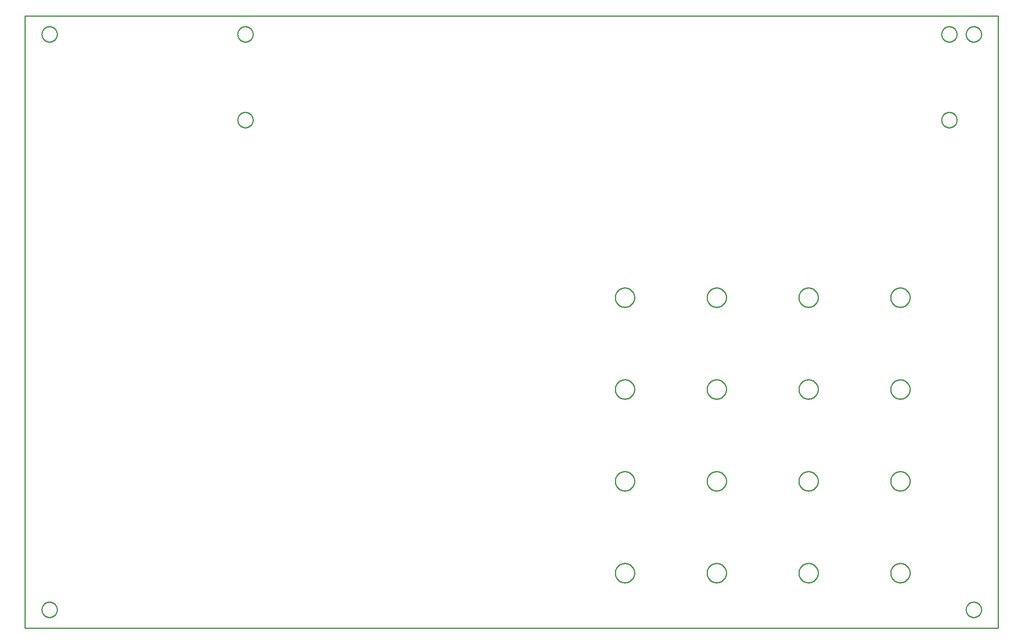
<source format=gko>
G04 EAGLE Gerber RS-274X export*
G75*
%MOMM*%
%FSLAX34Y34*%
%LPD*%
%INBoard Outline*%
%IPPOS*%
%AMOC8*
5,1,8,0,0,1.08239X$1,22.5*%
G01*
%ADD10C,0.000000*%
%ADD11C,0.254000*%


D10*
X-12700Y0D02*
X2006600Y0D01*
X2006600Y1270000D01*
X-12700Y1270000D01*
X-12700Y0D01*
X22225Y38100D02*
X22230Y38490D01*
X22244Y38879D01*
X22268Y39268D01*
X22301Y39656D01*
X22344Y40043D01*
X22397Y40429D01*
X22459Y40814D01*
X22530Y41197D01*
X22611Y41578D01*
X22701Y41957D01*
X22800Y42334D01*
X22909Y42708D01*
X23026Y43080D01*
X23153Y43448D01*
X23289Y43813D01*
X23433Y44175D01*
X23587Y44533D01*
X23749Y44887D01*
X23920Y45238D01*
X24099Y45583D01*
X24287Y45925D01*
X24484Y46261D01*
X24688Y46593D01*
X24900Y46920D01*
X25121Y47241D01*
X25349Y47557D01*
X25585Y47867D01*
X25828Y48171D01*
X26079Y48469D01*
X26337Y48761D01*
X26603Y49046D01*
X26875Y49325D01*
X27154Y49597D01*
X27439Y49863D01*
X27731Y50121D01*
X28029Y50372D01*
X28333Y50615D01*
X28643Y50851D01*
X28959Y51079D01*
X29280Y51300D01*
X29607Y51512D01*
X29939Y51716D01*
X30275Y51913D01*
X30617Y52101D01*
X30962Y52280D01*
X31313Y52451D01*
X31667Y52613D01*
X32025Y52767D01*
X32387Y52911D01*
X32752Y53047D01*
X33120Y53174D01*
X33492Y53291D01*
X33866Y53400D01*
X34243Y53499D01*
X34622Y53589D01*
X35003Y53670D01*
X35386Y53741D01*
X35771Y53803D01*
X36157Y53856D01*
X36544Y53899D01*
X36932Y53932D01*
X37321Y53956D01*
X37710Y53970D01*
X38100Y53975D01*
X38490Y53970D01*
X38879Y53956D01*
X39268Y53932D01*
X39656Y53899D01*
X40043Y53856D01*
X40429Y53803D01*
X40814Y53741D01*
X41197Y53670D01*
X41578Y53589D01*
X41957Y53499D01*
X42334Y53400D01*
X42708Y53291D01*
X43080Y53174D01*
X43448Y53047D01*
X43813Y52911D01*
X44175Y52767D01*
X44533Y52613D01*
X44887Y52451D01*
X45238Y52280D01*
X45583Y52101D01*
X45925Y51913D01*
X46261Y51716D01*
X46593Y51512D01*
X46920Y51300D01*
X47241Y51079D01*
X47557Y50851D01*
X47867Y50615D01*
X48171Y50372D01*
X48469Y50121D01*
X48761Y49863D01*
X49046Y49597D01*
X49325Y49325D01*
X49597Y49046D01*
X49863Y48761D01*
X50121Y48469D01*
X50372Y48171D01*
X50615Y47867D01*
X50851Y47557D01*
X51079Y47241D01*
X51300Y46920D01*
X51512Y46593D01*
X51716Y46261D01*
X51913Y45925D01*
X52101Y45583D01*
X52280Y45238D01*
X52451Y44887D01*
X52613Y44533D01*
X52767Y44175D01*
X52911Y43813D01*
X53047Y43448D01*
X53174Y43080D01*
X53291Y42708D01*
X53400Y42334D01*
X53499Y41957D01*
X53589Y41578D01*
X53670Y41197D01*
X53741Y40814D01*
X53803Y40429D01*
X53856Y40043D01*
X53899Y39656D01*
X53932Y39268D01*
X53956Y38879D01*
X53970Y38490D01*
X53975Y38100D01*
X53970Y37710D01*
X53956Y37321D01*
X53932Y36932D01*
X53899Y36544D01*
X53856Y36157D01*
X53803Y35771D01*
X53741Y35386D01*
X53670Y35003D01*
X53589Y34622D01*
X53499Y34243D01*
X53400Y33866D01*
X53291Y33492D01*
X53174Y33120D01*
X53047Y32752D01*
X52911Y32387D01*
X52767Y32025D01*
X52613Y31667D01*
X52451Y31313D01*
X52280Y30962D01*
X52101Y30617D01*
X51913Y30275D01*
X51716Y29939D01*
X51512Y29607D01*
X51300Y29280D01*
X51079Y28959D01*
X50851Y28643D01*
X50615Y28333D01*
X50372Y28029D01*
X50121Y27731D01*
X49863Y27439D01*
X49597Y27154D01*
X49325Y26875D01*
X49046Y26603D01*
X48761Y26337D01*
X48469Y26079D01*
X48171Y25828D01*
X47867Y25585D01*
X47557Y25349D01*
X47241Y25121D01*
X46920Y24900D01*
X46593Y24688D01*
X46261Y24484D01*
X45925Y24287D01*
X45583Y24099D01*
X45238Y23920D01*
X44887Y23749D01*
X44533Y23587D01*
X44175Y23433D01*
X43813Y23289D01*
X43448Y23153D01*
X43080Y23026D01*
X42708Y22909D01*
X42334Y22800D01*
X41957Y22701D01*
X41578Y22611D01*
X41197Y22530D01*
X40814Y22459D01*
X40429Y22397D01*
X40043Y22344D01*
X39656Y22301D01*
X39268Y22268D01*
X38879Y22244D01*
X38490Y22230D01*
X38100Y22225D01*
X37710Y22230D01*
X37321Y22244D01*
X36932Y22268D01*
X36544Y22301D01*
X36157Y22344D01*
X35771Y22397D01*
X35386Y22459D01*
X35003Y22530D01*
X34622Y22611D01*
X34243Y22701D01*
X33866Y22800D01*
X33492Y22909D01*
X33120Y23026D01*
X32752Y23153D01*
X32387Y23289D01*
X32025Y23433D01*
X31667Y23587D01*
X31313Y23749D01*
X30962Y23920D01*
X30617Y24099D01*
X30275Y24287D01*
X29939Y24484D01*
X29607Y24688D01*
X29280Y24900D01*
X28959Y25121D01*
X28643Y25349D01*
X28333Y25585D01*
X28029Y25828D01*
X27731Y26079D01*
X27439Y26337D01*
X27154Y26603D01*
X26875Y26875D01*
X26603Y27154D01*
X26337Y27439D01*
X26079Y27731D01*
X25828Y28029D01*
X25585Y28333D01*
X25349Y28643D01*
X25121Y28959D01*
X24900Y29280D01*
X24688Y29607D01*
X24484Y29939D01*
X24287Y30275D01*
X24099Y30617D01*
X23920Y30962D01*
X23749Y31313D01*
X23587Y31667D01*
X23433Y32025D01*
X23289Y32387D01*
X23153Y32752D01*
X23026Y33120D01*
X22909Y33492D01*
X22800Y33866D01*
X22701Y34243D01*
X22611Y34622D01*
X22530Y35003D01*
X22459Y35386D01*
X22397Y35771D01*
X22344Y36157D01*
X22301Y36544D01*
X22268Y36932D01*
X22244Y37321D01*
X22230Y37710D01*
X22225Y38100D01*
X22225Y1231900D02*
X22230Y1232290D01*
X22244Y1232679D01*
X22268Y1233068D01*
X22301Y1233456D01*
X22344Y1233843D01*
X22397Y1234229D01*
X22459Y1234614D01*
X22530Y1234997D01*
X22611Y1235378D01*
X22701Y1235757D01*
X22800Y1236134D01*
X22909Y1236508D01*
X23026Y1236880D01*
X23153Y1237248D01*
X23289Y1237613D01*
X23433Y1237975D01*
X23587Y1238333D01*
X23749Y1238687D01*
X23920Y1239038D01*
X24099Y1239383D01*
X24287Y1239725D01*
X24484Y1240061D01*
X24688Y1240393D01*
X24900Y1240720D01*
X25121Y1241041D01*
X25349Y1241357D01*
X25585Y1241667D01*
X25828Y1241971D01*
X26079Y1242269D01*
X26337Y1242561D01*
X26603Y1242846D01*
X26875Y1243125D01*
X27154Y1243397D01*
X27439Y1243663D01*
X27731Y1243921D01*
X28029Y1244172D01*
X28333Y1244415D01*
X28643Y1244651D01*
X28959Y1244879D01*
X29280Y1245100D01*
X29607Y1245312D01*
X29939Y1245516D01*
X30275Y1245713D01*
X30617Y1245901D01*
X30962Y1246080D01*
X31313Y1246251D01*
X31667Y1246413D01*
X32025Y1246567D01*
X32387Y1246711D01*
X32752Y1246847D01*
X33120Y1246974D01*
X33492Y1247091D01*
X33866Y1247200D01*
X34243Y1247299D01*
X34622Y1247389D01*
X35003Y1247470D01*
X35386Y1247541D01*
X35771Y1247603D01*
X36157Y1247656D01*
X36544Y1247699D01*
X36932Y1247732D01*
X37321Y1247756D01*
X37710Y1247770D01*
X38100Y1247775D01*
X38490Y1247770D01*
X38879Y1247756D01*
X39268Y1247732D01*
X39656Y1247699D01*
X40043Y1247656D01*
X40429Y1247603D01*
X40814Y1247541D01*
X41197Y1247470D01*
X41578Y1247389D01*
X41957Y1247299D01*
X42334Y1247200D01*
X42708Y1247091D01*
X43080Y1246974D01*
X43448Y1246847D01*
X43813Y1246711D01*
X44175Y1246567D01*
X44533Y1246413D01*
X44887Y1246251D01*
X45238Y1246080D01*
X45583Y1245901D01*
X45925Y1245713D01*
X46261Y1245516D01*
X46593Y1245312D01*
X46920Y1245100D01*
X47241Y1244879D01*
X47557Y1244651D01*
X47867Y1244415D01*
X48171Y1244172D01*
X48469Y1243921D01*
X48761Y1243663D01*
X49046Y1243397D01*
X49325Y1243125D01*
X49597Y1242846D01*
X49863Y1242561D01*
X50121Y1242269D01*
X50372Y1241971D01*
X50615Y1241667D01*
X50851Y1241357D01*
X51079Y1241041D01*
X51300Y1240720D01*
X51512Y1240393D01*
X51716Y1240061D01*
X51913Y1239725D01*
X52101Y1239383D01*
X52280Y1239038D01*
X52451Y1238687D01*
X52613Y1238333D01*
X52767Y1237975D01*
X52911Y1237613D01*
X53047Y1237248D01*
X53174Y1236880D01*
X53291Y1236508D01*
X53400Y1236134D01*
X53499Y1235757D01*
X53589Y1235378D01*
X53670Y1234997D01*
X53741Y1234614D01*
X53803Y1234229D01*
X53856Y1233843D01*
X53899Y1233456D01*
X53932Y1233068D01*
X53956Y1232679D01*
X53970Y1232290D01*
X53975Y1231900D01*
X53970Y1231510D01*
X53956Y1231121D01*
X53932Y1230732D01*
X53899Y1230344D01*
X53856Y1229957D01*
X53803Y1229571D01*
X53741Y1229186D01*
X53670Y1228803D01*
X53589Y1228422D01*
X53499Y1228043D01*
X53400Y1227666D01*
X53291Y1227292D01*
X53174Y1226920D01*
X53047Y1226552D01*
X52911Y1226187D01*
X52767Y1225825D01*
X52613Y1225467D01*
X52451Y1225113D01*
X52280Y1224762D01*
X52101Y1224417D01*
X51913Y1224075D01*
X51716Y1223739D01*
X51512Y1223407D01*
X51300Y1223080D01*
X51079Y1222759D01*
X50851Y1222443D01*
X50615Y1222133D01*
X50372Y1221829D01*
X50121Y1221531D01*
X49863Y1221239D01*
X49597Y1220954D01*
X49325Y1220675D01*
X49046Y1220403D01*
X48761Y1220137D01*
X48469Y1219879D01*
X48171Y1219628D01*
X47867Y1219385D01*
X47557Y1219149D01*
X47241Y1218921D01*
X46920Y1218700D01*
X46593Y1218488D01*
X46261Y1218284D01*
X45925Y1218087D01*
X45583Y1217899D01*
X45238Y1217720D01*
X44887Y1217549D01*
X44533Y1217387D01*
X44175Y1217233D01*
X43813Y1217089D01*
X43448Y1216953D01*
X43080Y1216826D01*
X42708Y1216709D01*
X42334Y1216600D01*
X41957Y1216501D01*
X41578Y1216411D01*
X41197Y1216330D01*
X40814Y1216259D01*
X40429Y1216197D01*
X40043Y1216144D01*
X39656Y1216101D01*
X39268Y1216068D01*
X38879Y1216044D01*
X38490Y1216030D01*
X38100Y1216025D01*
X37710Y1216030D01*
X37321Y1216044D01*
X36932Y1216068D01*
X36544Y1216101D01*
X36157Y1216144D01*
X35771Y1216197D01*
X35386Y1216259D01*
X35003Y1216330D01*
X34622Y1216411D01*
X34243Y1216501D01*
X33866Y1216600D01*
X33492Y1216709D01*
X33120Y1216826D01*
X32752Y1216953D01*
X32387Y1217089D01*
X32025Y1217233D01*
X31667Y1217387D01*
X31313Y1217549D01*
X30962Y1217720D01*
X30617Y1217899D01*
X30275Y1218087D01*
X29939Y1218284D01*
X29607Y1218488D01*
X29280Y1218700D01*
X28959Y1218921D01*
X28643Y1219149D01*
X28333Y1219385D01*
X28029Y1219628D01*
X27731Y1219879D01*
X27439Y1220137D01*
X27154Y1220403D01*
X26875Y1220675D01*
X26603Y1220954D01*
X26337Y1221239D01*
X26079Y1221531D01*
X25828Y1221829D01*
X25585Y1222133D01*
X25349Y1222443D01*
X25121Y1222759D01*
X24900Y1223080D01*
X24688Y1223407D01*
X24484Y1223739D01*
X24287Y1224075D01*
X24099Y1224417D01*
X23920Y1224762D01*
X23749Y1225113D01*
X23587Y1225467D01*
X23433Y1225825D01*
X23289Y1226187D01*
X23153Y1226552D01*
X23026Y1226920D01*
X22909Y1227292D01*
X22800Y1227666D01*
X22701Y1228043D01*
X22611Y1228422D01*
X22530Y1228803D01*
X22459Y1229186D01*
X22397Y1229571D01*
X22344Y1229957D01*
X22301Y1230344D01*
X22268Y1230732D01*
X22244Y1231121D01*
X22230Y1231510D01*
X22225Y1231900D01*
X1939925Y1231900D02*
X1939930Y1232290D01*
X1939944Y1232679D01*
X1939968Y1233068D01*
X1940001Y1233456D01*
X1940044Y1233843D01*
X1940097Y1234229D01*
X1940159Y1234614D01*
X1940230Y1234997D01*
X1940311Y1235378D01*
X1940401Y1235757D01*
X1940500Y1236134D01*
X1940609Y1236508D01*
X1940726Y1236880D01*
X1940853Y1237248D01*
X1940989Y1237613D01*
X1941133Y1237975D01*
X1941287Y1238333D01*
X1941449Y1238687D01*
X1941620Y1239038D01*
X1941799Y1239383D01*
X1941987Y1239725D01*
X1942184Y1240061D01*
X1942388Y1240393D01*
X1942600Y1240720D01*
X1942821Y1241041D01*
X1943049Y1241357D01*
X1943285Y1241667D01*
X1943528Y1241971D01*
X1943779Y1242269D01*
X1944037Y1242561D01*
X1944303Y1242846D01*
X1944575Y1243125D01*
X1944854Y1243397D01*
X1945139Y1243663D01*
X1945431Y1243921D01*
X1945729Y1244172D01*
X1946033Y1244415D01*
X1946343Y1244651D01*
X1946659Y1244879D01*
X1946980Y1245100D01*
X1947307Y1245312D01*
X1947639Y1245516D01*
X1947975Y1245713D01*
X1948317Y1245901D01*
X1948662Y1246080D01*
X1949013Y1246251D01*
X1949367Y1246413D01*
X1949725Y1246567D01*
X1950087Y1246711D01*
X1950452Y1246847D01*
X1950820Y1246974D01*
X1951192Y1247091D01*
X1951566Y1247200D01*
X1951943Y1247299D01*
X1952322Y1247389D01*
X1952703Y1247470D01*
X1953086Y1247541D01*
X1953471Y1247603D01*
X1953857Y1247656D01*
X1954244Y1247699D01*
X1954632Y1247732D01*
X1955021Y1247756D01*
X1955410Y1247770D01*
X1955800Y1247775D01*
X1956190Y1247770D01*
X1956579Y1247756D01*
X1956968Y1247732D01*
X1957356Y1247699D01*
X1957743Y1247656D01*
X1958129Y1247603D01*
X1958514Y1247541D01*
X1958897Y1247470D01*
X1959278Y1247389D01*
X1959657Y1247299D01*
X1960034Y1247200D01*
X1960408Y1247091D01*
X1960780Y1246974D01*
X1961148Y1246847D01*
X1961513Y1246711D01*
X1961875Y1246567D01*
X1962233Y1246413D01*
X1962587Y1246251D01*
X1962938Y1246080D01*
X1963283Y1245901D01*
X1963625Y1245713D01*
X1963961Y1245516D01*
X1964293Y1245312D01*
X1964620Y1245100D01*
X1964941Y1244879D01*
X1965257Y1244651D01*
X1965567Y1244415D01*
X1965871Y1244172D01*
X1966169Y1243921D01*
X1966461Y1243663D01*
X1966746Y1243397D01*
X1967025Y1243125D01*
X1967297Y1242846D01*
X1967563Y1242561D01*
X1967821Y1242269D01*
X1968072Y1241971D01*
X1968315Y1241667D01*
X1968551Y1241357D01*
X1968779Y1241041D01*
X1969000Y1240720D01*
X1969212Y1240393D01*
X1969416Y1240061D01*
X1969613Y1239725D01*
X1969801Y1239383D01*
X1969980Y1239038D01*
X1970151Y1238687D01*
X1970313Y1238333D01*
X1970467Y1237975D01*
X1970611Y1237613D01*
X1970747Y1237248D01*
X1970874Y1236880D01*
X1970991Y1236508D01*
X1971100Y1236134D01*
X1971199Y1235757D01*
X1971289Y1235378D01*
X1971370Y1234997D01*
X1971441Y1234614D01*
X1971503Y1234229D01*
X1971556Y1233843D01*
X1971599Y1233456D01*
X1971632Y1233068D01*
X1971656Y1232679D01*
X1971670Y1232290D01*
X1971675Y1231900D01*
X1971670Y1231510D01*
X1971656Y1231121D01*
X1971632Y1230732D01*
X1971599Y1230344D01*
X1971556Y1229957D01*
X1971503Y1229571D01*
X1971441Y1229186D01*
X1971370Y1228803D01*
X1971289Y1228422D01*
X1971199Y1228043D01*
X1971100Y1227666D01*
X1970991Y1227292D01*
X1970874Y1226920D01*
X1970747Y1226552D01*
X1970611Y1226187D01*
X1970467Y1225825D01*
X1970313Y1225467D01*
X1970151Y1225113D01*
X1969980Y1224762D01*
X1969801Y1224417D01*
X1969613Y1224075D01*
X1969416Y1223739D01*
X1969212Y1223407D01*
X1969000Y1223080D01*
X1968779Y1222759D01*
X1968551Y1222443D01*
X1968315Y1222133D01*
X1968072Y1221829D01*
X1967821Y1221531D01*
X1967563Y1221239D01*
X1967297Y1220954D01*
X1967025Y1220675D01*
X1966746Y1220403D01*
X1966461Y1220137D01*
X1966169Y1219879D01*
X1965871Y1219628D01*
X1965567Y1219385D01*
X1965257Y1219149D01*
X1964941Y1218921D01*
X1964620Y1218700D01*
X1964293Y1218488D01*
X1963961Y1218284D01*
X1963625Y1218087D01*
X1963283Y1217899D01*
X1962938Y1217720D01*
X1962587Y1217549D01*
X1962233Y1217387D01*
X1961875Y1217233D01*
X1961513Y1217089D01*
X1961148Y1216953D01*
X1960780Y1216826D01*
X1960408Y1216709D01*
X1960034Y1216600D01*
X1959657Y1216501D01*
X1959278Y1216411D01*
X1958897Y1216330D01*
X1958514Y1216259D01*
X1958129Y1216197D01*
X1957743Y1216144D01*
X1957356Y1216101D01*
X1956968Y1216068D01*
X1956579Y1216044D01*
X1956190Y1216030D01*
X1955800Y1216025D01*
X1955410Y1216030D01*
X1955021Y1216044D01*
X1954632Y1216068D01*
X1954244Y1216101D01*
X1953857Y1216144D01*
X1953471Y1216197D01*
X1953086Y1216259D01*
X1952703Y1216330D01*
X1952322Y1216411D01*
X1951943Y1216501D01*
X1951566Y1216600D01*
X1951192Y1216709D01*
X1950820Y1216826D01*
X1950452Y1216953D01*
X1950087Y1217089D01*
X1949725Y1217233D01*
X1949367Y1217387D01*
X1949013Y1217549D01*
X1948662Y1217720D01*
X1948317Y1217899D01*
X1947975Y1218087D01*
X1947639Y1218284D01*
X1947307Y1218488D01*
X1946980Y1218700D01*
X1946659Y1218921D01*
X1946343Y1219149D01*
X1946033Y1219385D01*
X1945729Y1219628D01*
X1945431Y1219879D01*
X1945139Y1220137D01*
X1944854Y1220403D01*
X1944575Y1220675D01*
X1944303Y1220954D01*
X1944037Y1221239D01*
X1943779Y1221531D01*
X1943528Y1221829D01*
X1943285Y1222133D01*
X1943049Y1222443D01*
X1942821Y1222759D01*
X1942600Y1223080D01*
X1942388Y1223407D01*
X1942184Y1223739D01*
X1941987Y1224075D01*
X1941799Y1224417D01*
X1941620Y1224762D01*
X1941449Y1225113D01*
X1941287Y1225467D01*
X1941133Y1225825D01*
X1940989Y1226187D01*
X1940853Y1226552D01*
X1940726Y1226920D01*
X1940609Y1227292D01*
X1940500Y1227666D01*
X1940401Y1228043D01*
X1940311Y1228422D01*
X1940230Y1228803D01*
X1940159Y1229186D01*
X1940097Y1229571D01*
X1940044Y1229957D01*
X1940001Y1230344D01*
X1939968Y1230732D01*
X1939944Y1231121D01*
X1939930Y1231510D01*
X1939925Y1231900D01*
X1939925Y38100D02*
X1939930Y38490D01*
X1939944Y38879D01*
X1939968Y39268D01*
X1940001Y39656D01*
X1940044Y40043D01*
X1940097Y40429D01*
X1940159Y40814D01*
X1940230Y41197D01*
X1940311Y41578D01*
X1940401Y41957D01*
X1940500Y42334D01*
X1940609Y42708D01*
X1940726Y43080D01*
X1940853Y43448D01*
X1940989Y43813D01*
X1941133Y44175D01*
X1941287Y44533D01*
X1941449Y44887D01*
X1941620Y45238D01*
X1941799Y45583D01*
X1941987Y45925D01*
X1942184Y46261D01*
X1942388Y46593D01*
X1942600Y46920D01*
X1942821Y47241D01*
X1943049Y47557D01*
X1943285Y47867D01*
X1943528Y48171D01*
X1943779Y48469D01*
X1944037Y48761D01*
X1944303Y49046D01*
X1944575Y49325D01*
X1944854Y49597D01*
X1945139Y49863D01*
X1945431Y50121D01*
X1945729Y50372D01*
X1946033Y50615D01*
X1946343Y50851D01*
X1946659Y51079D01*
X1946980Y51300D01*
X1947307Y51512D01*
X1947639Y51716D01*
X1947975Y51913D01*
X1948317Y52101D01*
X1948662Y52280D01*
X1949013Y52451D01*
X1949367Y52613D01*
X1949725Y52767D01*
X1950087Y52911D01*
X1950452Y53047D01*
X1950820Y53174D01*
X1951192Y53291D01*
X1951566Y53400D01*
X1951943Y53499D01*
X1952322Y53589D01*
X1952703Y53670D01*
X1953086Y53741D01*
X1953471Y53803D01*
X1953857Y53856D01*
X1954244Y53899D01*
X1954632Y53932D01*
X1955021Y53956D01*
X1955410Y53970D01*
X1955800Y53975D01*
X1956190Y53970D01*
X1956579Y53956D01*
X1956968Y53932D01*
X1957356Y53899D01*
X1957743Y53856D01*
X1958129Y53803D01*
X1958514Y53741D01*
X1958897Y53670D01*
X1959278Y53589D01*
X1959657Y53499D01*
X1960034Y53400D01*
X1960408Y53291D01*
X1960780Y53174D01*
X1961148Y53047D01*
X1961513Y52911D01*
X1961875Y52767D01*
X1962233Y52613D01*
X1962587Y52451D01*
X1962938Y52280D01*
X1963283Y52101D01*
X1963625Y51913D01*
X1963961Y51716D01*
X1964293Y51512D01*
X1964620Y51300D01*
X1964941Y51079D01*
X1965257Y50851D01*
X1965567Y50615D01*
X1965871Y50372D01*
X1966169Y50121D01*
X1966461Y49863D01*
X1966746Y49597D01*
X1967025Y49325D01*
X1967297Y49046D01*
X1967563Y48761D01*
X1967821Y48469D01*
X1968072Y48171D01*
X1968315Y47867D01*
X1968551Y47557D01*
X1968779Y47241D01*
X1969000Y46920D01*
X1969212Y46593D01*
X1969416Y46261D01*
X1969613Y45925D01*
X1969801Y45583D01*
X1969980Y45238D01*
X1970151Y44887D01*
X1970313Y44533D01*
X1970467Y44175D01*
X1970611Y43813D01*
X1970747Y43448D01*
X1970874Y43080D01*
X1970991Y42708D01*
X1971100Y42334D01*
X1971199Y41957D01*
X1971289Y41578D01*
X1971370Y41197D01*
X1971441Y40814D01*
X1971503Y40429D01*
X1971556Y40043D01*
X1971599Y39656D01*
X1971632Y39268D01*
X1971656Y38879D01*
X1971670Y38490D01*
X1971675Y38100D01*
X1971670Y37710D01*
X1971656Y37321D01*
X1971632Y36932D01*
X1971599Y36544D01*
X1971556Y36157D01*
X1971503Y35771D01*
X1971441Y35386D01*
X1971370Y35003D01*
X1971289Y34622D01*
X1971199Y34243D01*
X1971100Y33866D01*
X1970991Y33492D01*
X1970874Y33120D01*
X1970747Y32752D01*
X1970611Y32387D01*
X1970467Y32025D01*
X1970313Y31667D01*
X1970151Y31313D01*
X1969980Y30962D01*
X1969801Y30617D01*
X1969613Y30275D01*
X1969416Y29939D01*
X1969212Y29607D01*
X1969000Y29280D01*
X1968779Y28959D01*
X1968551Y28643D01*
X1968315Y28333D01*
X1968072Y28029D01*
X1967821Y27731D01*
X1967563Y27439D01*
X1967297Y27154D01*
X1967025Y26875D01*
X1966746Y26603D01*
X1966461Y26337D01*
X1966169Y26079D01*
X1965871Y25828D01*
X1965567Y25585D01*
X1965257Y25349D01*
X1964941Y25121D01*
X1964620Y24900D01*
X1964293Y24688D01*
X1963961Y24484D01*
X1963625Y24287D01*
X1963283Y24099D01*
X1962938Y23920D01*
X1962587Y23749D01*
X1962233Y23587D01*
X1961875Y23433D01*
X1961513Y23289D01*
X1961148Y23153D01*
X1960780Y23026D01*
X1960408Y22909D01*
X1960034Y22800D01*
X1959657Y22701D01*
X1959278Y22611D01*
X1958897Y22530D01*
X1958514Y22459D01*
X1958129Y22397D01*
X1957743Y22344D01*
X1957356Y22301D01*
X1956968Y22268D01*
X1956579Y22244D01*
X1956190Y22230D01*
X1955800Y22225D01*
X1955410Y22230D01*
X1955021Y22244D01*
X1954632Y22268D01*
X1954244Y22301D01*
X1953857Y22344D01*
X1953471Y22397D01*
X1953086Y22459D01*
X1952703Y22530D01*
X1952322Y22611D01*
X1951943Y22701D01*
X1951566Y22800D01*
X1951192Y22909D01*
X1950820Y23026D01*
X1950452Y23153D01*
X1950087Y23289D01*
X1949725Y23433D01*
X1949367Y23587D01*
X1949013Y23749D01*
X1948662Y23920D01*
X1948317Y24099D01*
X1947975Y24287D01*
X1947639Y24484D01*
X1947307Y24688D01*
X1946980Y24900D01*
X1946659Y25121D01*
X1946343Y25349D01*
X1946033Y25585D01*
X1945729Y25828D01*
X1945431Y26079D01*
X1945139Y26337D01*
X1944854Y26603D01*
X1944575Y26875D01*
X1944303Y27154D01*
X1944037Y27439D01*
X1943779Y27731D01*
X1943528Y28029D01*
X1943285Y28333D01*
X1943049Y28643D01*
X1942821Y28959D01*
X1942600Y29280D01*
X1942388Y29607D01*
X1942184Y29939D01*
X1941987Y30275D01*
X1941799Y30617D01*
X1941620Y30962D01*
X1941449Y31313D01*
X1941287Y31667D01*
X1941133Y32025D01*
X1940989Y32387D01*
X1940853Y32752D01*
X1940726Y33120D01*
X1940609Y33492D01*
X1940500Y33866D01*
X1940401Y34243D01*
X1940311Y34622D01*
X1940230Y35003D01*
X1940159Y35386D01*
X1940097Y35771D01*
X1940044Y36157D01*
X1940001Y36544D01*
X1939968Y36932D01*
X1939944Y37321D01*
X1939930Y37710D01*
X1939925Y38100D01*
X1889125Y1231900D02*
X1889130Y1232290D01*
X1889144Y1232679D01*
X1889168Y1233068D01*
X1889201Y1233456D01*
X1889244Y1233843D01*
X1889297Y1234229D01*
X1889359Y1234614D01*
X1889430Y1234997D01*
X1889511Y1235378D01*
X1889601Y1235757D01*
X1889700Y1236134D01*
X1889809Y1236508D01*
X1889926Y1236880D01*
X1890053Y1237248D01*
X1890189Y1237613D01*
X1890333Y1237975D01*
X1890487Y1238333D01*
X1890649Y1238687D01*
X1890820Y1239038D01*
X1890999Y1239383D01*
X1891187Y1239725D01*
X1891384Y1240061D01*
X1891588Y1240393D01*
X1891800Y1240720D01*
X1892021Y1241041D01*
X1892249Y1241357D01*
X1892485Y1241667D01*
X1892728Y1241971D01*
X1892979Y1242269D01*
X1893237Y1242561D01*
X1893503Y1242846D01*
X1893775Y1243125D01*
X1894054Y1243397D01*
X1894339Y1243663D01*
X1894631Y1243921D01*
X1894929Y1244172D01*
X1895233Y1244415D01*
X1895543Y1244651D01*
X1895859Y1244879D01*
X1896180Y1245100D01*
X1896507Y1245312D01*
X1896839Y1245516D01*
X1897175Y1245713D01*
X1897517Y1245901D01*
X1897862Y1246080D01*
X1898213Y1246251D01*
X1898567Y1246413D01*
X1898925Y1246567D01*
X1899287Y1246711D01*
X1899652Y1246847D01*
X1900020Y1246974D01*
X1900392Y1247091D01*
X1900766Y1247200D01*
X1901143Y1247299D01*
X1901522Y1247389D01*
X1901903Y1247470D01*
X1902286Y1247541D01*
X1902671Y1247603D01*
X1903057Y1247656D01*
X1903444Y1247699D01*
X1903832Y1247732D01*
X1904221Y1247756D01*
X1904610Y1247770D01*
X1905000Y1247775D01*
X1905390Y1247770D01*
X1905779Y1247756D01*
X1906168Y1247732D01*
X1906556Y1247699D01*
X1906943Y1247656D01*
X1907329Y1247603D01*
X1907714Y1247541D01*
X1908097Y1247470D01*
X1908478Y1247389D01*
X1908857Y1247299D01*
X1909234Y1247200D01*
X1909608Y1247091D01*
X1909980Y1246974D01*
X1910348Y1246847D01*
X1910713Y1246711D01*
X1911075Y1246567D01*
X1911433Y1246413D01*
X1911787Y1246251D01*
X1912138Y1246080D01*
X1912483Y1245901D01*
X1912825Y1245713D01*
X1913161Y1245516D01*
X1913493Y1245312D01*
X1913820Y1245100D01*
X1914141Y1244879D01*
X1914457Y1244651D01*
X1914767Y1244415D01*
X1915071Y1244172D01*
X1915369Y1243921D01*
X1915661Y1243663D01*
X1915946Y1243397D01*
X1916225Y1243125D01*
X1916497Y1242846D01*
X1916763Y1242561D01*
X1917021Y1242269D01*
X1917272Y1241971D01*
X1917515Y1241667D01*
X1917751Y1241357D01*
X1917979Y1241041D01*
X1918200Y1240720D01*
X1918412Y1240393D01*
X1918616Y1240061D01*
X1918813Y1239725D01*
X1919001Y1239383D01*
X1919180Y1239038D01*
X1919351Y1238687D01*
X1919513Y1238333D01*
X1919667Y1237975D01*
X1919811Y1237613D01*
X1919947Y1237248D01*
X1920074Y1236880D01*
X1920191Y1236508D01*
X1920300Y1236134D01*
X1920399Y1235757D01*
X1920489Y1235378D01*
X1920570Y1234997D01*
X1920641Y1234614D01*
X1920703Y1234229D01*
X1920756Y1233843D01*
X1920799Y1233456D01*
X1920832Y1233068D01*
X1920856Y1232679D01*
X1920870Y1232290D01*
X1920875Y1231900D01*
X1920870Y1231510D01*
X1920856Y1231121D01*
X1920832Y1230732D01*
X1920799Y1230344D01*
X1920756Y1229957D01*
X1920703Y1229571D01*
X1920641Y1229186D01*
X1920570Y1228803D01*
X1920489Y1228422D01*
X1920399Y1228043D01*
X1920300Y1227666D01*
X1920191Y1227292D01*
X1920074Y1226920D01*
X1919947Y1226552D01*
X1919811Y1226187D01*
X1919667Y1225825D01*
X1919513Y1225467D01*
X1919351Y1225113D01*
X1919180Y1224762D01*
X1919001Y1224417D01*
X1918813Y1224075D01*
X1918616Y1223739D01*
X1918412Y1223407D01*
X1918200Y1223080D01*
X1917979Y1222759D01*
X1917751Y1222443D01*
X1917515Y1222133D01*
X1917272Y1221829D01*
X1917021Y1221531D01*
X1916763Y1221239D01*
X1916497Y1220954D01*
X1916225Y1220675D01*
X1915946Y1220403D01*
X1915661Y1220137D01*
X1915369Y1219879D01*
X1915071Y1219628D01*
X1914767Y1219385D01*
X1914457Y1219149D01*
X1914141Y1218921D01*
X1913820Y1218700D01*
X1913493Y1218488D01*
X1913161Y1218284D01*
X1912825Y1218087D01*
X1912483Y1217899D01*
X1912138Y1217720D01*
X1911787Y1217549D01*
X1911433Y1217387D01*
X1911075Y1217233D01*
X1910713Y1217089D01*
X1910348Y1216953D01*
X1909980Y1216826D01*
X1909608Y1216709D01*
X1909234Y1216600D01*
X1908857Y1216501D01*
X1908478Y1216411D01*
X1908097Y1216330D01*
X1907714Y1216259D01*
X1907329Y1216197D01*
X1906943Y1216144D01*
X1906556Y1216101D01*
X1906168Y1216068D01*
X1905779Y1216044D01*
X1905390Y1216030D01*
X1905000Y1216025D01*
X1904610Y1216030D01*
X1904221Y1216044D01*
X1903832Y1216068D01*
X1903444Y1216101D01*
X1903057Y1216144D01*
X1902671Y1216197D01*
X1902286Y1216259D01*
X1901903Y1216330D01*
X1901522Y1216411D01*
X1901143Y1216501D01*
X1900766Y1216600D01*
X1900392Y1216709D01*
X1900020Y1216826D01*
X1899652Y1216953D01*
X1899287Y1217089D01*
X1898925Y1217233D01*
X1898567Y1217387D01*
X1898213Y1217549D01*
X1897862Y1217720D01*
X1897517Y1217899D01*
X1897175Y1218087D01*
X1896839Y1218284D01*
X1896507Y1218488D01*
X1896180Y1218700D01*
X1895859Y1218921D01*
X1895543Y1219149D01*
X1895233Y1219385D01*
X1894929Y1219628D01*
X1894631Y1219879D01*
X1894339Y1220137D01*
X1894054Y1220403D01*
X1893775Y1220675D01*
X1893503Y1220954D01*
X1893237Y1221239D01*
X1892979Y1221531D01*
X1892728Y1221829D01*
X1892485Y1222133D01*
X1892249Y1222443D01*
X1892021Y1222759D01*
X1891800Y1223080D01*
X1891588Y1223407D01*
X1891384Y1223739D01*
X1891187Y1224075D01*
X1890999Y1224417D01*
X1890820Y1224762D01*
X1890649Y1225113D01*
X1890487Y1225467D01*
X1890333Y1225825D01*
X1890189Y1226187D01*
X1890053Y1226552D01*
X1889926Y1226920D01*
X1889809Y1227292D01*
X1889700Y1227666D01*
X1889601Y1228043D01*
X1889511Y1228422D01*
X1889430Y1228803D01*
X1889359Y1229186D01*
X1889297Y1229571D01*
X1889244Y1229957D01*
X1889201Y1230344D01*
X1889168Y1230732D01*
X1889144Y1231121D01*
X1889130Y1231510D01*
X1889125Y1231900D01*
X1889125Y1054100D02*
X1889130Y1054490D01*
X1889144Y1054879D01*
X1889168Y1055268D01*
X1889201Y1055656D01*
X1889244Y1056043D01*
X1889297Y1056429D01*
X1889359Y1056814D01*
X1889430Y1057197D01*
X1889511Y1057578D01*
X1889601Y1057957D01*
X1889700Y1058334D01*
X1889809Y1058708D01*
X1889926Y1059080D01*
X1890053Y1059448D01*
X1890189Y1059813D01*
X1890333Y1060175D01*
X1890487Y1060533D01*
X1890649Y1060887D01*
X1890820Y1061238D01*
X1890999Y1061583D01*
X1891187Y1061925D01*
X1891384Y1062261D01*
X1891588Y1062593D01*
X1891800Y1062920D01*
X1892021Y1063241D01*
X1892249Y1063557D01*
X1892485Y1063867D01*
X1892728Y1064171D01*
X1892979Y1064469D01*
X1893237Y1064761D01*
X1893503Y1065046D01*
X1893775Y1065325D01*
X1894054Y1065597D01*
X1894339Y1065863D01*
X1894631Y1066121D01*
X1894929Y1066372D01*
X1895233Y1066615D01*
X1895543Y1066851D01*
X1895859Y1067079D01*
X1896180Y1067300D01*
X1896507Y1067512D01*
X1896839Y1067716D01*
X1897175Y1067913D01*
X1897517Y1068101D01*
X1897862Y1068280D01*
X1898213Y1068451D01*
X1898567Y1068613D01*
X1898925Y1068767D01*
X1899287Y1068911D01*
X1899652Y1069047D01*
X1900020Y1069174D01*
X1900392Y1069291D01*
X1900766Y1069400D01*
X1901143Y1069499D01*
X1901522Y1069589D01*
X1901903Y1069670D01*
X1902286Y1069741D01*
X1902671Y1069803D01*
X1903057Y1069856D01*
X1903444Y1069899D01*
X1903832Y1069932D01*
X1904221Y1069956D01*
X1904610Y1069970D01*
X1905000Y1069975D01*
X1905390Y1069970D01*
X1905779Y1069956D01*
X1906168Y1069932D01*
X1906556Y1069899D01*
X1906943Y1069856D01*
X1907329Y1069803D01*
X1907714Y1069741D01*
X1908097Y1069670D01*
X1908478Y1069589D01*
X1908857Y1069499D01*
X1909234Y1069400D01*
X1909608Y1069291D01*
X1909980Y1069174D01*
X1910348Y1069047D01*
X1910713Y1068911D01*
X1911075Y1068767D01*
X1911433Y1068613D01*
X1911787Y1068451D01*
X1912138Y1068280D01*
X1912483Y1068101D01*
X1912825Y1067913D01*
X1913161Y1067716D01*
X1913493Y1067512D01*
X1913820Y1067300D01*
X1914141Y1067079D01*
X1914457Y1066851D01*
X1914767Y1066615D01*
X1915071Y1066372D01*
X1915369Y1066121D01*
X1915661Y1065863D01*
X1915946Y1065597D01*
X1916225Y1065325D01*
X1916497Y1065046D01*
X1916763Y1064761D01*
X1917021Y1064469D01*
X1917272Y1064171D01*
X1917515Y1063867D01*
X1917751Y1063557D01*
X1917979Y1063241D01*
X1918200Y1062920D01*
X1918412Y1062593D01*
X1918616Y1062261D01*
X1918813Y1061925D01*
X1919001Y1061583D01*
X1919180Y1061238D01*
X1919351Y1060887D01*
X1919513Y1060533D01*
X1919667Y1060175D01*
X1919811Y1059813D01*
X1919947Y1059448D01*
X1920074Y1059080D01*
X1920191Y1058708D01*
X1920300Y1058334D01*
X1920399Y1057957D01*
X1920489Y1057578D01*
X1920570Y1057197D01*
X1920641Y1056814D01*
X1920703Y1056429D01*
X1920756Y1056043D01*
X1920799Y1055656D01*
X1920832Y1055268D01*
X1920856Y1054879D01*
X1920870Y1054490D01*
X1920875Y1054100D01*
X1920870Y1053710D01*
X1920856Y1053321D01*
X1920832Y1052932D01*
X1920799Y1052544D01*
X1920756Y1052157D01*
X1920703Y1051771D01*
X1920641Y1051386D01*
X1920570Y1051003D01*
X1920489Y1050622D01*
X1920399Y1050243D01*
X1920300Y1049866D01*
X1920191Y1049492D01*
X1920074Y1049120D01*
X1919947Y1048752D01*
X1919811Y1048387D01*
X1919667Y1048025D01*
X1919513Y1047667D01*
X1919351Y1047313D01*
X1919180Y1046962D01*
X1919001Y1046617D01*
X1918813Y1046275D01*
X1918616Y1045939D01*
X1918412Y1045607D01*
X1918200Y1045280D01*
X1917979Y1044959D01*
X1917751Y1044643D01*
X1917515Y1044333D01*
X1917272Y1044029D01*
X1917021Y1043731D01*
X1916763Y1043439D01*
X1916497Y1043154D01*
X1916225Y1042875D01*
X1915946Y1042603D01*
X1915661Y1042337D01*
X1915369Y1042079D01*
X1915071Y1041828D01*
X1914767Y1041585D01*
X1914457Y1041349D01*
X1914141Y1041121D01*
X1913820Y1040900D01*
X1913493Y1040688D01*
X1913161Y1040484D01*
X1912825Y1040287D01*
X1912483Y1040099D01*
X1912138Y1039920D01*
X1911787Y1039749D01*
X1911433Y1039587D01*
X1911075Y1039433D01*
X1910713Y1039289D01*
X1910348Y1039153D01*
X1909980Y1039026D01*
X1909608Y1038909D01*
X1909234Y1038800D01*
X1908857Y1038701D01*
X1908478Y1038611D01*
X1908097Y1038530D01*
X1907714Y1038459D01*
X1907329Y1038397D01*
X1906943Y1038344D01*
X1906556Y1038301D01*
X1906168Y1038268D01*
X1905779Y1038244D01*
X1905390Y1038230D01*
X1905000Y1038225D01*
X1904610Y1038230D01*
X1904221Y1038244D01*
X1903832Y1038268D01*
X1903444Y1038301D01*
X1903057Y1038344D01*
X1902671Y1038397D01*
X1902286Y1038459D01*
X1901903Y1038530D01*
X1901522Y1038611D01*
X1901143Y1038701D01*
X1900766Y1038800D01*
X1900392Y1038909D01*
X1900020Y1039026D01*
X1899652Y1039153D01*
X1899287Y1039289D01*
X1898925Y1039433D01*
X1898567Y1039587D01*
X1898213Y1039749D01*
X1897862Y1039920D01*
X1897517Y1040099D01*
X1897175Y1040287D01*
X1896839Y1040484D01*
X1896507Y1040688D01*
X1896180Y1040900D01*
X1895859Y1041121D01*
X1895543Y1041349D01*
X1895233Y1041585D01*
X1894929Y1041828D01*
X1894631Y1042079D01*
X1894339Y1042337D01*
X1894054Y1042603D01*
X1893775Y1042875D01*
X1893503Y1043154D01*
X1893237Y1043439D01*
X1892979Y1043731D01*
X1892728Y1044029D01*
X1892485Y1044333D01*
X1892249Y1044643D01*
X1892021Y1044959D01*
X1891800Y1045280D01*
X1891588Y1045607D01*
X1891384Y1045939D01*
X1891187Y1046275D01*
X1890999Y1046617D01*
X1890820Y1046962D01*
X1890649Y1047313D01*
X1890487Y1047667D01*
X1890333Y1048025D01*
X1890189Y1048387D01*
X1890053Y1048752D01*
X1889926Y1049120D01*
X1889809Y1049492D01*
X1889700Y1049866D01*
X1889601Y1050243D01*
X1889511Y1050622D01*
X1889430Y1051003D01*
X1889359Y1051386D01*
X1889297Y1051771D01*
X1889244Y1052157D01*
X1889201Y1052544D01*
X1889168Y1052932D01*
X1889144Y1053321D01*
X1889130Y1053710D01*
X1889125Y1054100D01*
X428625Y1054100D02*
X428630Y1054490D01*
X428644Y1054879D01*
X428668Y1055268D01*
X428701Y1055656D01*
X428744Y1056043D01*
X428797Y1056429D01*
X428859Y1056814D01*
X428930Y1057197D01*
X429011Y1057578D01*
X429101Y1057957D01*
X429200Y1058334D01*
X429309Y1058708D01*
X429426Y1059080D01*
X429553Y1059448D01*
X429689Y1059813D01*
X429833Y1060175D01*
X429987Y1060533D01*
X430149Y1060887D01*
X430320Y1061238D01*
X430499Y1061583D01*
X430687Y1061925D01*
X430884Y1062261D01*
X431088Y1062593D01*
X431300Y1062920D01*
X431521Y1063241D01*
X431749Y1063557D01*
X431985Y1063867D01*
X432228Y1064171D01*
X432479Y1064469D01*
X432737Y1064761D01*
X433003Y1065046D01*
X433275Y1065325D01*
X433554Y1065597D01*
X433839Y1065863D01*
X434131Y1066121D01*
X434429Y1066372D01*
X434733Y1066615D01*
X435043Y1066851D01*
X435359Y1067079D01*
X435680Y1067300D01*
X436007Y1067512D01*
X436339Y1067716D01*
X436675Y1067913D01*
X437017Y1068101D01*
X437362Y1068280D01*
X437713Y1068451D01*
X438067Y1068613D01*
X438425Y1068767D01*
X438787Y1068911D01*
X439152Y1069047D01*
X439520Y1069174D01*
X439892Y1069291D01*
X440266Y1069400D01*
X440643Y1069499D01*
X441022Y1069589D01*
X441403Y1069670D01*
X441786Y1069741D01*
X442171Y1069803D01*
X442557Y1069856D01*
X442944Y1069899D01*
X443332Y1069932D01*
X443721Y1069956D01*
X444110Y1069970D01*
X444500Y1069975D01*
X444890Y1069970D01*
X445279Y1069956D01*
X445668Y1069932D01*
X446056Y1069899D01*
X446443Y1069856D01*
X446829Y1069803D01*
X447214Y1069741D01*
X447597Y1069670D01*
X447978Y1069589D01*
X448357Y1069499D01*
X448734Y1069400D01*
X449108Y1069291D01*
X449480Y1069174D01*
X449848Y1069047D01*
X450213Y1068911D01*
X450575Y1068767D01*
X450933Y1068613D01*
X451287Y1068451D01*
X451638Y1068280D01*
X451983Y1068101D01*
X452325Y1067913D01*
X452661Y1067716D01*
X452993Y1067512D01*
X453320Y1067300D01*
X453641Y1067079D01*
X453957Y1066851D01*
X454267Y1066615D01*
X454571Y1066372D01*
X454869Y1066121D01*
X455161Y1065863D01*
X455446Y1065597D01*
X455725Y1065325D01*
X455997Y1065046D01*
X456263Y1064761D01*
X456521Y1064469D01*
X456772Y1064171D01*
X457015Y1063867D01*
X457251Y1063557D01*
X457479Y1063241D01*
X457700Y1062920D01*
X457912Y1062593D01*
X458116Y1062261D01*
X458313Y1061925D01*
X458501Y1061583D01*
X458680Y1061238D01*
X458851Y1060887D01*
X459013Y1060533D01*
X459167Y1060175D01*
X459311Y1059813D01*
X459447Y1059448D01*
X459574Y1059080D01*
X459691Y1058708D01*
X459800Y1058334D01*
X459899Y1057957D01*
X459989Y1057578D01*
X460070Y1057197D01*
X460141Y1056814D01*
X460203Y1056429D01*
X460256Y1056043D01*
X460299Y1055656D01*
X460332Y1055268D01*
X460356Y1054879D01*
X460370Y1054490D01*
X460375Y1054100D01*
X460370Y1053710D01*
X460356Y1053321D01*
X460332Y1052932D01*
X460299Y1052544D01*
X460256Y1052157D01*
X460203Y1051771D01*
X460141Y1051386D01*
X460070Y1051003D01*
X459989Y1050622D01*
X459899Y1050243D01*
X459800Y1049866D01*
X459691Y1049492D01*
X459574Y1049120D01*
X459447Y1048752D01*
X459311Y1048387D01*
X459167Y1048025D01*
X459013Y1047667D01*
X458851Y1047313D01*
X458680Y1046962D01*
X458501Y1046617D01*
X458313Y1046275D01*
X458116Y1045939D01*
X457912Y1045607D01*
X457700Y1045280D01*
X457479Y1044959D01*
X457251Y1044643D01*
X457015Y1044333D01*
X456772Y1044029D01*
X456521Y1043731D01*
X456263Y1043439D01*
X455997Y1043154D01*
X455725Y1042875D01*
X455446Y1042603D01*
X455161Y1042337D01*
X454869Y1042079D01*
X454571Y1041828D01*
X454267Y1041585D01*
X453957Y1041349D01*
X453641Y1041121D01*
X453320Y1040900D01*
X452993Y1040688D01*
X452661Y1040484D01*
X452325Y1040287D01*
X451983Y1040099D01*
X451638Y1039920D01*
X451287Y1039749D01*
X450933Y1039587D01*
X450575Y1039433D01*
X450213Y1039289D01*
X449848Y1039153D01*
X449480Y1039026D01*
X449108Y1038909D01*
X448734Y1038800D01*
X448357Y1038701D01*
X447978Y1038611D01*
X447597Y1038530D01*
X447214Y1038459D01*
X446829Y1038397D01*
X446443Y1038344D01*
X446056Y1038301D01*
X445668Y1038268D01*
X445279Y1038244D01*
X444890Y1038230D01*
X444500Y1038225D01*
X444110Y1038230D01*
X443721Y1038244D01*
X443332Y1038268D01*
X442944Y1038301D01*
X442557Y1038344D01*
X442171Y1038397D01*
X441786Y1038459D01*
X441403Y1038530D01*
X441022Y1038611D01*
X440643Y1038701D01*
X440266Y1038800D01*
X439892Y1038909D01*
X439520Y1039026D01*
X439152Y1039153D01*
X438787Y1039289D01*
X438425Y1039433D01*
X438067Y1039587D01*
X437713Y1039749D01*
X437362Y1039920D01*
X437017Y1040099D01*
X436675Y1040287D01*
X436339Y1040484D01*
X436007Y1040688D01*
X435680Y1040900D01*
X435359Y1041121D01*
X435043Y1041349D01*
X434733Y1041585D01*
X434429Y1041828D01*
X434131Y1042079D01*
X433839Y1042337D01*
X433554Y1042603D01*
X433275Y1042875D01*
X433003Y1043154D01*
X432737Y1043439D01*
X432479Y1043731D01*
X432228Y1044029D01*
X431985Y1044333D01*
X431749Y1044643D01*
X431521Y1044959D01*
X431300Y1045280D01*
X431088Y1045607D01*
X430884Y1045939D01*
X430687Y1046275D01*
X430499Y1046617D01*
X430320Y1046962D01*
X430149Y1047313D01*
X429987Y1047667D01*
X429833Y1048025D01*
X429689Y1048387D01*
X429553Y1048752D01*
X429426Y1049120D01*
X429309Y1049492D01*
X429200Y1049866D01*
X429101Y1050243D01*
X429011Y1050622D01*
X428930Y1051003D01*
X428859Y1051386D01*
X428797Y1051771D01*
X428744Y1052157D01*
X428701Y1052544D01*
X428668Y1052932D01*
X428644Y1053321D01*
X428630Y1053710D01*
X428625Y1054100D01*
X428625Y1231900D02*
X428630Y1232290D01*
X428644Y1232679D01*
X428668Y1233068D01*
X428701Y1233456D01*
X428744Y1233843D01*
X428797Y1234229D01*
X428859Y1234614D01*
X428930Y1234997D01*
X429011Y1235378D01*
X429101Y1235757D01*
X429200Y1236134D01*
X429309Y1236508D01*
X429426Y1236880D01*
X429553Y1237248D01*
X429689Y1237613D01*
X429833Y1237975D01*
X429987Y1238333D01*
X430149Y1238687D01*
X430320Y1239038D01*
X430499Y1239383D01*
X430687Y1239725D01*
X430884Y1240061D01*
X431088Y1240393D01*
X431300Y1240720D01*
X431521Y1241041D01*
X431749Y1241357D01*
X431985Y1241667D01*
X432228Y1241971D01*
X432479Y1242269D01*
X432737Y1242561D01*
X433003Y1242846D01*
X433275Y1243125D01*
X433554Y1243397D01*
X433839Y1243663D01*
X434131Y1243921D01*
X434429Y1244172D01*
X434733Y1244415D01*
X435043Y1244651D01*
X435359Y1244879D01*
X435680Y1245100D01*
X436007Y1245312D01*
X436339Y1245516D01*
X436675Y1245713D01*
X437017Y1245901D01*
X437362Y1246080D01*
X437713Y1246251D01*
X438067Y1246413D01*
X438425Y1246567D01*
X438787Y1246711D01*
X439152Y1246847D01*
X439520Y1246974D01*
X439892Y1247091D01*
X440266Y1247200D01*
X440643Y1247299D01*
X441022Y1247389D01*
X441403Y1247470D01*
X441786Y1247541D01*
X442171Y1247603D01*
X442557Y1247656D01*
X442944Y1247699D01*
X443332Y1247732D01*
X443721Y1247756D01*
X444110Y1247770D01*
X444500Y1247775D01*
X444890Y1247770D01*
X445279Y1247756D01*
X445668Y1247732D01*
X446056Y1247699D01*
X446443Y1247656D01*
X446829Y1247603D01*
X447214Y1247541D01*
X447597Y1247470D01*
X447978Y1247389D01*
X448357Y1247299D01*
X448734Y1247200D01*
X449108Y1247091D01*
X449480Y1246974D01*
X449848Y1246847D01*
X450213Y1246711D01*
X450575Y1246567D01*
X450933Y1246413D01*
X451287Y1246251D01*
X451638Y1246080D01*
X451983Y1245901D01*
X452325Y1245713D01*
X452661Y1245516D01*
X452993Y1245312D01*
X453320Y1245100D01*
X453641Y1244879D01*
X453957Y1244651D01*
X454267Y1244415D01*
X454571Y1244172D01*
X454869Y1243921D01*
X455161Y1243663D01*
X455446Y1243397D01*
X455725Y1243125D01*
X455997Y1242846D01*
X456263Y1242561D01*
X456521Y1242269D01*
X456772Y1241971D01*
X457015Y1241667D01*
X457251Y1241357D01*
X457479Y1241041D01*
X457700Y1240720D01*
X457912Y1240393D01*
X458116Y1240061D01*
X458313Y1239725D01*
X458501Y1239383D01*
X458680Y1239038D01*
X458851Y1238687D01*
X459013Y1238333D01*
X459167Y1237975D01*
X459311Y1237613D01*
X459447Y1237248D01*
X459574Y1236880D01*
X459691Y1236508D01*
X459800Y1236134D01*
X459899Y1235757D01*
X459989Y1235378D01*
X460070Y1234997D01*
X460141Y1234614D01*
X460203Y1234229D01*
X460256Y1233843D01*
X460299Y1233456D01*
X460332Y1233068D01*
X460356Y1232679D01*
X460370Y1232290D01*
X460375Y1231900D01*
X460370Y1231510D01*
X460356Y1231121D01*
X460332Y1230732D01*
X460299Y1230344D01*
X460256Y1229957D01*
X460203Y1229571D01*
X460141Y1229186D01*
X460070Y1228803D01*
X459989Y1228422D01*
X459899Y1228043D01*
X459800Y1227666D01*
X459691Y1227292D01*
X459574Y1226920D01*
X459447Y1226552D01*
X459311Y1226187D01*
X459167Y1225825D01*
X459013Y1225467D01*
X458851Y1225113D01*
X458680Y1224762D01*
X458501Y1224417D01*
X458313Y1224075D01*
X458116Y1223739D01*
X457912Y1223407D01*
X457700Y1223080D01*
X457479Y1222759D01*
X457251Y1222443D01*
X457015Y1222133D01*
X456772Y1221829D01*
X456521Y1221531D01*
X456263Y1221239D01*
X455997Y1220954D01*
X455725Y1220675D01*
X455446Y1220403D01*
X455161Y1220137D01*
X454869Y1219879D01*
X454571Y1219628D01*
X454267Y1219385D01*
X453957Y1219149D01*
X453641Y1218921D01*
X453320Y1218700D01*
X452993Y1218488D01*
X452661Y1218284D01*
X452325Y1218087D01*
X451983Y1217899D01*
X451638Y1217720D01*
X451287Y1217549D01*
X450933Y1217387D01*
X450575Y1217233D01*
X450213Y1217089D01*
X449848Y1216953D01*
X449480Y1216826D01*
X449108Y1216709D01*
X448734Y1216600D01*
X448357Y1216501D01*
X447978Y1216411D01*
X447597Y1216330D01*
X447214Y1216259D01*
X446829Y1216197D01*
X446443Y1216144D01*
X446056Y1216101D01*
X445668Y1216068D01*
X445279Y1216044D01*
X444890Y1216030D01*
X444500Y1216025D01*
X444110Y1216030D01*
X443721Y1216044D01*
X443332Y1216068D01*
X442944Y1216101D01*
X442557Y1216144D01*
X442171Y1216197D01*
X441786Y1216259D01*
X441403Y1216330D01*
X441022Y1216411D01*
X440643Y1216501D01*
X440266Y1216600D01*
X439892Y1216709D01*
X439520Y1216826D01*
X439152Y1216953D01*
X438787Y1217089D01*
X438425Y1217233D01*
X438067Y1217387D01*
X437713Y1217549D01*
X437362Y1217720D01*
X437017Y1217899D01*
X436675Y1218087D01*
X436339Y1218284D01*
X436007Y1218488D01*
X435680Y1218700D01*
X435359Y1218921D01*
X435043Y1219149D01*
X434733Y1219385D01*
X434429Y1219628D01*
X434131Y1219879D01*
X433839Y1220137D01*
X433554Y1220403D01*
X433275Y1220675D01*
X433003Y1220954D01*
X432737Y1221239D01*
X432479Y1221531D01*
X432228Y1221829D01*
X431985Y1222133D01*
X431749Y1222443D01*
X431521Y1222759D01*
X431300Y1223080D01*
X431088Y1223407D01*
X430884Y1223739D01*
X430687Y1224075D01*
X430499Y1224417D01*
X430320Y1224762D01*
X430149Y1225113D01*
X429987Y1225467D01*
X429833Y1225825D01*
X429689Y1226187D01*
X429553Y1226552D01*
X429426Y1226920D01*
X429309Y1227292D01*
X429200Y1227666D01*
X429101Y1228043D01*
X429011Y1228422D01*
X428930Y1228803D01*
X428859Y1229186D01*
X428797Y1229571D01*
X428744Y1229957D01*
X428701Y1230344D01*
X428668Y1230732D01*
X428644Y1231121D01*
X428630Y1231510D01*
X428625Y1231900D01*
X1211898Y685800D02*
X1211904Y686291D01*
X1211922Y686781D01*
X1211952Y687271D01*
X1211994Y687761D01*
X1212048Y688248D01*
X1212114Y688735D01*
X1212192Y689220D01*
X1212282Y689702D01*
X1212384Y690182D01*
X1212497Y690660D01*
X1212623Y691135D01*
X1212759Y691606D01*
X1212908Y692074D01*
X1213067Y692538D01*
X1213238Y692999D01*
X1213421Y693454D01*
X1213614Y693906D01*
X1213818Y694352D01*
X1214034Y694793D01*
X1214260Y695229D01*
X1214497Y695659D01*
X1214744Y696083D01*
X1215001Y696501D01*
X1215269Y696913D01*
X1215547Y697317D01*
X1215834Y697715D01*
X1216131Y698106D01*
X1216438Y698489D01*
X1216754Y698865D01*
X1217079Y699233D01*
X1217414Y699592D01*
X1217756Y699944D01*
X1218108Y700286D01*
X1218467Y700621D01*
X1218835Y700946D01*
X1219211Y701262D01*
X1219594Y701569D01*
X1219985Y701866D01*
X1220383Y702153D01*
X1220787Y702431D01*
X1221199Y702699D01*
X1221617Y702956D01*
X1222041Y703203D01*
X1222471Y703440D01*
X1222907Y703666D01*
X1223348Y703882D01*
X1223794Y704086D01*
X1224246Y704279D01*
X1224701Y704462D01*
X1225162Y704633D01*
X1225626Y704792D01*
X1226094Y704941D01*
X1226565Y705077D01*
X1227040Y705203D01*
X1227518Y705316D01*
X1227998Y705418D01*
X1228480Y705508D01*
X1228965Y705586D01*
X1229452Y705652D01*
X1229939Y705706D01*
X1230429Y705748D01*
X1230919Y705778D01*
X1231409Y705796D01*
X1231900Y705802D01*
X1232391Y705796D01*
X1232881Y705778D01*
X1233371Y705748D01*
X1233861Y705706D01*
X1234348Y705652D01*
X1234835Y705586D01*
X1235320Y705508D01*
X1235802Y705418D01*
X1236282Y705316D01*
X1236760Y705203D01*
X1237235Y705077D01*
X1237706Y704941D01*
X1238174Y704792D01*
X1238638Y704633D01*
X1239099Y704462D01*
X1239554Y704279D01*
X1240006Y704086D01*
X1240452Y703882D01*
X1240893Y703666D01*
X1241329Y703440D01*
X1241759Y703203D01*
X1242183Y702956D01*
X1242601Y702699D01*
X1243013Y702431D01*
X1243417Y702153D01*
X1243815Y701866D01*
X1244206Y701569D01*
X1244589Y701262D01*
X1244965Y700946D01*
X1245333Y700621D01*
X1245692Y700286D01*
X1246044Y699944D01*
X1246386Y699592D01*
X1246721Y699233D01*
X1247046Y698865D01*
X1247362Y698489D01*
X1247669Y698106D01*
X1247966Y697715D01*
X1248253Y697317D01*
X1248531Y696913D01*
X1248799Y696501D01*
X1249056Y696083D01*
X1249303Y695659D01*
X1249540Y695229D01*
X1249766Y694793D01*
X1249982Y694352D01*
X1250186Y693906D01*
X1250379Y693454D01*
X1250562Y692999D01*
X1250733Y692538D01*
X1250892Y692074D01*
X1251041Y691606D01*
X1251177Y691135D01*
X1251303Y690660D01*
X1251416Y690182D01*
X1251518Y689702D01*
X1251608Y689220D01*
X1251686Y688735D01*
X1251752Y688248D01*
X1251806Y687761D01*
X1251848Y687271D01*
X1251878Y686781D01*
X1251896Y686291D01*
X1251902Y685800D01*
X1251896Y685309D01*
X1251878Y684819D01*
X1251848Y684329D01*
X1251806Y683839D01*
X1251752Y683352D01*
X1251686Y682865D01*
X1251608Y682380D01*
X1251518Y681898D01*
X1251416Y681418D01*
X1251303Y680940D01*
X1251177Y680465D01*
X1251041Y679994D01*
X1250892Y679526D01*
X1250733Y679062D01*
X1250562Y678601D01*
X1250379Y678146D01*
X1250186Y677694D01*
X1249982Y677248D01*
X1249766Y676807D01*
X1249540Y676371D01*
X1249303Y675941D01*
X1249056Y675517D01*
X1248799Y675099D01*
X1248531Y674687D01*
X1248253Y674283D01*
X1247966Y673885D01*
X1247669Y673494D01*
X1247362Y673111D01*
X1247046Y672735D01*
X1246721Y672367D01*
X1246386Y672008D01*
X1246044Y671656D01*
X1245692Y671314D01*
X1245333Y670979D01*
X1244965Y670654D01*
X1244589Y670338D01*
X1244206Y670031D01*
X1243815Y669734D01*
X1243417Y669447D01*
X1243013Y669169D01*
X1242601Y668901D01*
X1242183Y668644D01*
X1241759Y668397D01*
X1241329Y668160D01*
X1240893Y667934D01*
X1240452Y667718D01*
X1240006Y667514D01*
X1239554Y667321D01*
X1239099Y667138D01*
X1238638Y666967D01*
X1238174Y666808D01*
X1237706Y666659D01*
X1237235Y666523D01*
X1236760Y666397D01*
X1236282Y666284D01*
X1235802Y666182D01*
X1235320Y666092D01*
X1234835Y666014D01*
X1234348Y665948D01*
X1233861Y665894D01*
X1233371Y665852D01*
X1232881Y665822D01*
X1232391Y665804D01*
X1231900Y665798D01*
X1231409Y665804D01*
X1230919Y665822D01*
X1230429Y665852D01*
X1229939Y665894D01*
X1229452Y665948D01*
X1228965Y666014D01*
X1228480Y666092D01*
X1227998Y666182D01*
X1227518Y666284D01*
X1227040Y666397D01*
X1226565Y666523D01*
X1226094Y666659D01*
X1225626Y666808D01*
X1225162Y666967D01*
X1224701Y667138D01*
X1224246Y667321D01*
X1223794Y667514D01*
X1223348Y667718D01*
X1222907Y667934D01*
X1222471Y668160D01*
X1222041Y668397D01*
X1221617Y668644D01*
X1221199Y668901D01*
X1220787Y669169D01*
X1220383Y669447D01*
X1219985Y669734D01*
X1219594Y670031D01*
X1219211Y670338D01*
X1218835Y670654D01*
X1218467Y670979D01*
X1218108Y671314D01*
X1217756Y671656D01*
X1217414Y672008D01*
X1217079Y672367D01*
X1216754Y672735D01*
X1216438Y673111D01*
X1216131Y673494D01*
X1215834Y673885D01*
X1215547Y674283D01*
X1215269Y674687D01*
X1215001Y675099D01*
X1214744Y675517D01*
X1214497Y675941D01*
X1214260Y676371D01*
X1214034Y676807D01*
X1213818Y677248D01*
X1213614Y677694D01*
X1213421Y678146D01*
X1213238Y678601D01*
X1213067Y679062D01*
X1212908Y679526D01*
X1212759Y679994D01*
X1212623Y680465D01*
X1212497Y680940D01*
X1212384Y681418D01*
X1212282Y681898D01*
X1212192Y682380D01*
X1212114Y682865D01*
X1212048Y683352D01*
X1211994Y683839D01*
X1211952Y684329D01*
X1211922Y684819D01*
X1211904Y685309D01*
X1211898Y685800D01*
X1402398Y685800D02*
X1402404Y686291D01*
X1402422Y686781D01*
X1402452Y687271D01*
X1402494Y687761D01*
X1402548Y688248D01*
X1402614Y688735D01*
X1402692Y689220D01*
X1402782Y689702D01*
X1402884Y690182D01*
X1402997Y690660D01*
X1403123Y691135D01*
X1403259Y691606D01*
X1403408Y692074D01*
X1403567Y692538D01*
X1403738Y692999D01*
X1403921Y693454D01*
X1404114Y693906D01*
X1404318Y694352D01*
X1404534Y694793D01*
X1404760Y695229D01*
X1404997Y695659D01*
X1405244Y696083D01*
X1405501Y696501D01*
X1405769Y696913D01*
X1406047Y697317D01*
X1406334Y697715D01*
X1406631Y698106D01*
X1406938Y698489D01*
X1407254Y698865D01*
X1407579Y699233D01*
X1407914Y699592D01*
X1408256Y699944D01*
X1408608Y700286D01*
X1408967Y700621D01*
X1409335Y700946D01*
X1409711Y701262D01*
X1410094Y701569D01*
X1410485Y701866D01*
X1410883Y702153D01*
X1411287Y702431D01*
X1411699Y702699D01*
X1412117Y702956D01*
X1412541Y703203D01*
X1412971Y703440D01*
X1413407Y703666D01*
X1413848Y703882D01*
X1414294Y704086D01*
X1414746Y704279D01*
X1415201Y704462D01*
X1415662Y704633D01*
X1416126Y704792D01*
X1416594Y704941D01*
X1417065Y705077D01*
X1417540Y705203D01*
X1418018Y705316D01*
X1418498Y705418D01*
X1418980Y705508D01*
X1419465Y705586D01*
X1419952Y705652D01*
X1420439Y705706D01*
X1420929Y705748D01*
X1421419Y705778D01*
X1421909Y705796D01*
X1422400Y705802D01*
X1422891Y705796D01*
X1423381Y705778D01*
X1423871Y705748D01*
X1424361Y705706D01*
X1424848Y705652D01*
X1425335Y705586D01*
X1425820Y705508D01*
X1426302Y705418D01*
X1426782Y705316D01*
X1427260Y705203D01*
X1427735Y705077D01*
X1428206Y704941D01*
X1428674Y704792D01*
X1429138Y704633D01*
X1429599Y704462D01*
X1430054Y704279D01*
X1430506Y704086D01*
X1430952Y703882D01*
X1431393Y703666D01*
X1431829Y703440D01*
X1432259Y703203D01*
X1432683Y702956D01*
X1433101Y702699D01*
X1433513Y702431D01*
X1433917Y702153D01*
X1434315Y701866D01*
X1434706Y701569D01*
X1435089Y701262D01*
X1435465Y700946D01*
X1435833Y700621D01*
X1436192Y700286D01*
X1436544Y699944D01*
X1436886Y699592D01*
X1437221Y699233D01*
X1437546Y698865D01*
X1437862Y698489D01*
X1438169Y698106D01*
X1438466Y697715D01*
X1438753Y697317D01*
X1439031Y696913D01*
X1439299Y696501D01*
X1439556Y696083D01*
X1439803Y695659D01*
X1440040Y695229D01*
X1440266Y694793D01*
X1440482Y694352D01*
X1440686Y693906D01*
X1440879Y693454D01*
X1441062Y692999D01*
X1441233Y692538D01*
X1441392Y692074D01*
X1441541Y691606D01*
X1441677Y691135D01*
X1441803Y690660D01*
X1441916Y690182D01*
X1442018Y689702D01*
X1442108Y689220D01*
X1442186Y688735D01*
X1442252Y688248D01*
X1442306Y687761D01*
X1442348Y687271D01*
X1442378Y686781D01*
X1442396Y686291D01*
X1442402Y685800D01*
X1442396Y685309D01*
X1442378Y684819D01*
X1442348Y684329D01*
X1442306Y683839D01*
X1442252Y683352D01*
X1442186Y682865D01*
X1442108Y682380D01*
X1442018Y681898D01*
X1441916Y681418D01*
X1441803Y680940D01*
X1441677Y680465D01*
X1441541Y679994D01*
X1441392Y679526D01*
X1441233Y679062D01*
X1441062Y678601D01*
X1440879Y678146D01*
X1440686Y677694D01*
X1440482Y677248D01*
X1440266Y676807D01*
X1440040Y676371D01*
X1439803Y675941D01*
X1439556Y675517D01*
X1439299Y675099D01*
X1439031Y674687D01*
X1438753Y674283D01*
X1438466Y673885D01*
X1438169Y673494D01*
X1437862Y673111D01*
X1437546Y672735D01*
X1437221Y672367D01*
X1436886Y672008D01*
X1436544Y671656D01*
X1436192Y671314D01*
X1435833Y670979D01*
X1435465Y670654D01*
X1435089Y670338D01*
X1434706Y670031D01*
X1434315Y669734D01*
X1433917Y669447D01*
X1433513Y669169D01*
X1433101Y668901D01*
X1432683Y668644D01*
X1432259Y668397D01*
X1431829Y668160D01*
X1431393Y667934D01*
X1430952Y667718D01*
X1430506Y667514D01*
X1430054Y667321D01*
X1429599Y667138D01*
X1429138Y666967D01*
X1428674Y666808D01*
X1428206Y666659D01*
X1427735Y666523D01*
X1427260Y666397D01*
X1426782Y666284D01*
X1426302Y666182D01*
X1425820Y666092D01*
X1425335Y666014D01*
X1424848Y665948D01*
X1424361Y665894D01*
X1423871Y665852D01*
X1423381Y665822D01*
X1422891Y665804D01*
X1422400Y665798D01*
X1421909Y665804D01*
X1421419Y665822D01*
X1420929Y665852D01*
X1420439Y665894D01*
X1419952Y665948D01*
X1419465Y666014D01*
X1418980Y666092D01*
X1418498Y666182D01*
X1418018Y666284D01*
X1417540Y666397D01*
X1417065Y666523D01*
X1416594Y666659D01*
X1416126Y666808D01*
X1415662Y666967D01*
X1415201Y667138D01*
X1414746Y667321D01*
X1414294Y667514D01*
X1413848Y667718D01*
X1413407Y667934D01*
X1412971Y668160D01*
X1412541Y668397D01*
X1412117Y668644D01*
X1411699Y668901D01*
X1411287Y669169D01*
X1410883Y669447D01*
X1410485Y669734D01*
X1410094Y670031D01*
X1409711Y670338D01*
X1409335Y670654D01*
X1408967Y670979D01*
X1408608Y671314D01*
X1408256Y671656D01*
X1407914Y672008D01*
X1407579Y672367D01*
X1407254Y672735D01*
X1406938Y673111D01*
X1406631Y673494D01*
X1406334Y673885D01*
X1406047Y674283D01*
X1405769Y674687D01*
X1405501Y675099D01*
X1405244Y675517D01*
X1404997Y675941D01*
X1404760Y676371D01*
X1404534Y676807D01*
X1404318Y677248D01*
X1404114Y677694D01*
X1403921Y678146D01*
X1403738Y678601D01*
X1403567Y679062D01*
X1403408Y679526D01*
X1403259Y679994D01*
X1403123Y680465D01*
X1402997Y680940D01*
X1402884Y681418D01*
X1402782Y681898D01*
X1402692Y682380D01*
X1402614Y682865D01*
X1402548Y683352D01*
X1402494Y683839D01*
X1402452Y684329D01*
X1402422Y684819D01*
X1402404Y685309D01*
X1402398Y685800D01*
X1592898Y685800D02*
X1592904Y686291D01*
X1592922Y686781D01*
X1592952Y687271D01*
X1592994Y687761D01*
X1593048Y688248D01*
X1593114Y688735D01*
X1593192Y689220D01*
X1593282Y689702D01*
X1593384Y690182D01*
X1593497Y690660D01*
X1593623Y691135D01*
X1593759Y691606D01*
X1593908Y692074D01*
X1594067Y692538D01*
X1594238Y692999D01*
X1594421Y693454D01*
X1594614Y693906D01*
X1594818Y694352D01*
X1595034Y694793D01*
X1595260Y695229D01*
X1595497Y695659D01*
X1595744Y696083D01*
X1596001Y696501D01*
X1596269Y696913D01*
X1596547Y697317D01*
X1596834Y697715D01*
X1597131Y698106D01*
X1597438Y698489D01*
X1597754Y698865D01*
X1598079Y699233D01*
X1598414Y699592D01*
X1598756Y699944D01*
X1599108Y700286D01*
X1599467Y700621D01*
X1599835Y700946D01*
X1600211Y701262D01*
X1600594Y701569D01*
X1600985Y701866D01*
X1601383Y702153D01*
X1601787Y702431D01*
X1602199Y702699D01*
X1602617Y702956D01*
X1603041Y703203D01*
X1603471Y703440D01*
X1603907Y703666D01*
X1604348Y703882D01*
X1604794Y704086D01*
X1605246Y704279D01*
X1605701Y704462D01*
X1606162Y704633D01*
X1606626Y704792D01*
X1607094Y704941D01*
X1607565Y705077D01*
X1608040Y705203D01*
X1608518Y705316D01*
X1608998Y705418D01*
X1609480Y705508D01*
X1609965Y705586D01*
X1610452Y705652D01*
X1610939Y705706D01*
X1611429Y705748D01*
X1611919Y705778D01*
X1612409Y705796D01*
X1612900Y705802D01*
X1613391Y705796D01*
X1613881Y705778D01*
X1614371Y705748D01*
X1614861Y705706D01*
X1615348Y705652D01*
X1615835Y705586D01*
X1616320Y705508D01*
X1616802Y705418D01*
X1617282Y705316D01*
X1617760Y705203D01*
X1618235Y705077D01*
X1618706Y704941D01*
X1619174Y704792D01*
X1619638Y704633D01*
X1620099Y704462D01*
X1620554Y704279D01*
X1621006Y704086D01*
X1621452Y703882D01*
X1621893Y703666D01*
X1622329Y703440D01*
X1622759Y703203D01*
X1623183Y702956D01*
X1623601Y702699D01*
X1624013Y702431D01*
X1624417Y702153D01*
X1624815Y701866D01*
X1625206Y701569D01*
X1625589Y701262D01*
X1625965Y700946D01*
X1626333Y700621D01*
X1626692Y700286D01*
X1627044Y699944D01*
X1627386Y699592D01*
X1627721Y699233D01*
X1628046Y698865D01*
X1628362Y698489D01*
X1628669Y698106D01*
X1628966Y697715D01*
X1629253Y697317D01*
X1629531Y696913D01*
X1629799Y696501D01*
X1630056Y696083D01*
X1630303Y695659D01*
X1630540Y695229D01*
X1630766Y694793D01*
X1630982Y694352D01*
X1631186Y693906D01*
X1631379Y693454D01*
X1631562Y692999D01*
X1631733Y692538D01*
X1631892Y692074D01*
X1632041Y691606D01*
X1632177Y691135D01*
X1632303Y690660D01*
X1632416Y690182D01*
X1632518Y689702D01*
X1632608Y689220D01*
X1632686Y688735D01*
X1632752Y688248D01*
X1632806Y687761D01*
X1632848Y687271D01*
X1632878Y686781D01*
X1632896Y686291D01*
X1632902Y685800D01*
X1632896Y685309D01*
X1632878Y684819D01*
X1632848Y684329D01*
X1632806Y683839D01*
X1632752Y683352D01*
X1632686Y682865D01*
X1632608Y682380D01*
X1632518Y681898D01*
X1632416Y681418D01*
X1632303Y680940D01*
X1632177Y680465D01*
X1632041Y679994D01*
X1631892Y679526D01*
X1631733Y679062D01*
X1631562Y678601D01*
X1631379Y678146D01*
X1631186Y677694D01*
X1630982Y677248D01*
X1630766Y676807D01*
X1630540Y676371D01*
X1630303Y675941D01*
X1630056Y675517D01*
X1629799Y675099D01*
X1629531Y674687D01*
X1629253Y674283D01*
X1628966Y673885D01*
X1628669Y673494D01*
X1628362Y673111D01*
X1628046Y672735D01*
X1627721Y672367D01*
X1627386Y672008D01*
X1627044Y671656D01*
X1626692Y671314D01*
X1626333Y670979D01*
X1625965Y670654D01*
X1625589Y670338D01*
X1625206Y670031D01*
X1624815Y669734D01*
X1624417Y669447D01*
X1624013Y669169D01*
X1623601Y668901D01*
X1623183Y668644D01*
X1622759Y668397D01*
X1622329Y668160D01*
X1621893Y667934D01*
X1621452Y667718D01*
X1621006Y667514D01*
X1620554Y667321D01*
X1620099Y667138D01*
X1619638Y666967D01*
X1619174Y666808D01*
X1618706Y666659D01*
X1618235Y666523D01*
X1617760Y666397D01*
X1617282Y666284D01*
X1616802Y666182D01*
X1616320Y666092D01*
X1615835Y666014D01*
X1615348Y665948D01*
X1614861Y665894D01*
X1614371Y665852D01*
X1613881Y665822D01*
X1613391Y665804D01*
X1612900Y665798D01*
X1612409Y665804D01*
X1611919Y665822D01*
X1611429Y665852D01*
X1610939Y665894D01*
X1610452Y665948D01*
X1609965Y666014D01*
X1609480Y666092D01*
X1608998Y666182D01*
X1608518Y666284D01*
X1608040Y666397D01*
X1607565Y666523D01*
X1607094Y666659D01*
X1606626Y666808D01*
X1606162Y666967D01*
X1605701Y667138D01*
X1605246Y667321D01*
X1604794Y667514D01*
X1604348Y667718D01*
X1603907Y667934D01*
X1603471Y668160D01*
X1603041Y668397D01*
X1602617Y668644D01*
X1602199Y668901D01*
X1601787Y669169D01*
X1601383Y669447D01*
X1600985Y669734D01*
X1600594Y670031D01*
X1600211Y670338D01*
X1599835Y670654D01*
X1599467Y670979D01*
X1599108Y671314D01*
X1598756Y671656D01*
X1598414Y672008D01*
X1598079Y672367D01*
X1597754Y672735D01*
X1597438Y673111D01*
X1597131Y673494D01*
X1596834Y673885D01*
X1596547Y674283D01*
X1596269Y674687D01*
X1596001Y675099D01*
X1595744Y675517D01*
X1595497Y675941D01*
X1595260Y676371D01*
X1595034Y676807D01*
X1594818Y677248D01*
X1594614Y677694D01*
X1594421Y678146D01*
X1594238Y678601D01*
X1594067Y679062D01*
X1593908Y679526D01*
X1593759Y679994D01*
X1593623Y680465D01*
X1593497Y680940D01*
X1593384Y681418D01*
X1593282Y681898D01*
X1593192Y682380D01*
X1593114Y682865D01*
X1593048Y683352D01*
X1592994Y683839D01*
X1592952Y684329D01*
X1592922Y684819D01*
X1592904Y685309D01*
X1592898Y685800D01*
X1783398Y685800D02*
X1783404Y686291D01*
X1783422Y686781D01*
X1783452Y687271D01*
X1783494Y687761D01*
X1783548Y688248D01*
X1783614Y688735D01*
X1783692Y689220D01*
X1783782Y689702D01*
X1783884Y690182D01*
X1783997Y690660D01*
X1784123Y691135D01*
X1784259Y691606D01*
X1784408Y692074D01*
X1784567Y692538D01*
X1784738Y692999D01*
X1784921Y693454D01*
X1785114Y693906D01*
X1785318Y694352D01*
X1785534Y694793D01*
X1785760Y695229D01*
X1785997Y695659D01*
X1786244Y696083D01*
X1786501Y696501D01*
X1786769Y696913D01*
X1787047Y697317D01*
X1787334Y697715D01*
X1787631Y698106D01*
X1787938Y698489D01*
X1788254Y698865D01*
X1788579Y699233D01*
X1788914Y699592D01*
X1789256Y699944D01*
X1789608Y700286D01*
X1789967Y700621D01*
X1790335Y700946D01*
X1790711Y701262D01*
X1791094Y701569D01*
X1791485Y701866D01*
X1791883Y702153D01*
X1792287Y702431D01*
X1792699Y702699D01*
X1793117Y702956D01*
X1793541Y703203D01*
X1793971Y703440D01*
X1794407Y703666D01*
X1794848Y703882D01*
X1795294Y704086D01*
X1795746Y704279D01*
X1796201Y704462D01*
X1796662Y704633D01*
X1797126Y704792D01*
X1797594Y704941D01*
X1798065Y705077D01*
X1798540Y705203D01*
X1799018Y705316D01*
X1799498Y705418D01*
X1799980Y705508D01*
X1800465Y705586D01*
X1800952Y705652D01*
X1801439Y705706D01*
X1801929Y705748D01*
X1802419Y705778D01*
X1802909Y705796D01*
X1803400Y705802D01*
X1803891Y705796D01*
X1804381Y705778D01*
X1804871Y705748D01*
X1805361Y705706D01*
X1805848Y705652D01*
X1806335Y705586D01*
X1806820Y705508D01*
X1807302Y705418D01*
X1807782Y705316D01*
X1808260Y705203D01*
X1808735Y705077D01*
X1809206Y704941D01*
X1809674Y704792D01*
X1810138Y704633D01*
X1810599Y704462D01*
X1811054Y704279D01*
X1811506Y704086D01*
X1811952Y703882D01*
X1812393Y703666D01*
X1812829Y703440D01*
X1813259Y703203D01*
X1813683Y702956D01*
X1814101Y702699D01*
X1814513Y702431D01*
X1814917Y702153D01*
X1815315Y701866D01*
X1815706Y701569D01*
X1816089Y701262D01*
X1816465Y700946D01*
X1816833Y700621D01*
X1817192Y700286D01*
X1817544Y699944D01*
X1817886Y699592D01*
X1818221Y699233D01*
X1818546Y698865D01*
X1818862Y698489D01*
X1819169Y698106D01*
X1819466Y697715D01*
X1819753Y697317D01*
X1820031Y696913D01*
X1820299Y696501D01*
X1820556Y696083D01*
X1820803Y695659D01*
X1821040Y695229D01*
X1821266Y694793D01*
X1821482Y694352D01*
X1821686Y693906D01*
X1821879Y693454D01*
X1822062Y692999D01*
X1822233Y692538D01*
X1822392Y692074D01*
X1822541Y691606D01*
X1822677Y691135D01*
X1822803Y690660D01*
X1822916Y690182D01*
X1823018Y689702D01*
X1823108Y689220D01*
X1823186Y688735D01*
X1823252Y688248D01*
X1823306Y687761D01*
X1823348Y687271D01*
X1823378Y686781D01*
X1823396Y686291D01*
X1823402Y685800D01*
X1823396Y685309D01*
X1823378Y684819D01*
X1823348Y684329D01*
X1823306Y683839D01*
X1823252Y683352D01*
X1823186Y682865D01*
X1823108Y682380D01*
X1823018Y681898D01*
X1822916Y681418D01*
X1822803Y680940D01*
X1822677Y680465D01*
X1822541Y679994D01*
X1822392Y679526D01*
X1822233Y679062D01*
X1822062Y678601D01*
X1821879Y678146D01*
X1821686Y677694D01*
X1821482Y677248D01*
X1821266Y676807D01*
X1821040Y676371D01*
X1820803Y675941D01*
X1820556Y675517D01*
X1820299Y675099D01*
X1820031Y674687D01*
X1819753Y674283D01*
X1819466Y673885D01*
X1819169Y673494D01*
X1818862Y673111D01*
X1818546Y672735D01*
X1818221Y672367D01*
X1817886Y672008D01*
X1817544Y671656D01*
X1817192Y671314D01*
X1816833Y670979D01*
X1816465Y670654D01*
X1816089Y670338D01*
X1815706Y670031D01*
X1815315Y669734D01*
X1814917Y669447D01*
X1814513Y669169D01*
X1814101Y668901D01*
X1813683Y668644D01*
X1813259Y668397D01*
X1812829Y668160D01*
X1812393Y667934D01*
X1811952Y667718D01*
X1811506Y667514D01*
X1811054Y667321D01*
X1810599Y667138D01*
X1810138Y666967D01*
X1809674Y666808D01*
X1809206Y666659D01*
X1808735Y666523D01*
X1808260Y666397D01*
X1807782Y666284D01*
X1807302Y666182D01*
X1806820Y666092D01*
X1806335Y666014D01*
X1805848Y665948D01*
X1805361Y665894D01*
X1804871Y665852D01*
X1804381Y665822D01*
X1803891Y665804D01*
X1803400Y665798D01*
X1802909Y665804D01*
X1802419Y665822D01*
X1801929Y665852D01*
X1801439Y665894D01*
X1800952Y665948D01*
X1800465Y666014D01*
X1799980Y666092D01*
X1799498Y666182D01*
X1799018Y666284D01*
X1798540Y666397D01*
X1798065Y666523D01*
X1797594Y666659D01*
X1797126Y666808D01*
X1796662Y666967D01*
X1796201Y667138D01*
X1795746Y667321D01*
X1795294Y667514D01*
X1794848Y667718D01*
X1794407Y667934D01*
X1793971Y668160D01*
X1793541Y668397D01*
X1793117Y668644D01*
X1792699Y668901D01*
X1792287Y669169D01*
X1791883Y669447D01*
X1791485Y669734D01*
X1791094Y670031D01*
X1790711Y670338D01*
X1790335Y670654D01*
X1789967Y670979D01*
X1789608Y671314D01*
X1789256Y671656D01*
X1788914Y672008D01*
X1788579Y672367D01*
X1788254Y672735D01*
X1787938Y673111D01*
X1787631Y673494D01*
X1787334Y673885D01*
X1787047Y674283D01*
X1786769Y674687D01*
X1786501Y675099D01*
X1786244Y675517D01*
X1785997Y675941D01*
X1785760Y676371D01*
X1785534Y676807D01*
X1785318Y677248D01*
X1785114Y677694D01*
X1784921Y678146D01*
X1784738Y678601D01*
X1784567Y679062D01*
X1784408Y679526D01*
X1784259Y679994D01*
X1784123Y680465D01*
X1783997Y680940D01*
X1783884Y681418D01*
X1783782Y681898D01*
X1783692Y682380D01*
X1783614Y682865D01*
X1783548Y683352D01*
X1783494Y683839D01*
X1783452Y684329D01*
X1783422Y684819D01*
X1783404Y685309D01*
X1783398Y685800D01*
X1211898Y495300D02*
X1211904Y495791D01*
X1211922Y496281D01*
X1211952Y496771D01*
X1211994Y497261D01*
X1212048Y497748D01*
X1212114Y498235D01*
X1212192Y498720D01*
X1212282Y499202D01*
X1212384Y499682D01*
X1212497Y500160D01*
X1212623Y500635D01*
X1212759Y501106D01*
X1212908Y501574D01*
X1213067Y502038D01*
X1213238Y502499D01*
X1213421Y502954D01*
X1213614Y503406D01*
X1213818Y503852D01*
X1214034Y504293D01*
X1214260Y504729D01*
X1214497Y505159D01*
X1214744Y505583D01*
X1215001Y506001D01*
X1215269Y506413D01*
X1215547Y506817D01*
X1215834Y507215D01*
X1216131Y507606D01*
X1216438Y507989D01*
X1216754Y508365D01*
X1217079Y508733D01*
X1217414Y509092D01*
X1217756Y509444D01*
X1218108Y509786D01*
X1218467Y510121D01*
X1218835Y510446D01*
X1219211Y510762D01*
X1219594Y511069D01*
X1219985Y511366D01*
X1220383Y511653D01*
X1220787Y511931D01*
X1221199Y512199D01*
X1221617Y512456D01*
X1222041Y512703D01*
X1222471Y512940D01*
X1222907Y513166D01*
X1223348Y513382D01*
X1223794Y513586D01*
X1224246Y513779D01*
X1224701Y513962D01*
X1225162Y514133D01*
X1225626Y514292D01*
X1226094Y514441D01*
X1226565Y514577D01*
X1227040Y514703D01*
X1227518Y514816D01*
X1227998Y514918D01*
X1228480Y515008D01*
X1228965Y515086D01*
X1229452Y515152D01*
X1229939Y515206D01*
X1230429Y515248D01*
X1230919Y515278D01*
X1231409Y515296D01*
X1231900Y515302D01*
X1232391Y515296D01*
X1232881Y515278D01*
X1233371Y515248D01*
X1233861Y515206D01*
X1234348Y515152D01*
X1234835Y515086D01*
X1235320Y515008D01*
X1235802Y514918D01*
X1236282Y514816D01*
X1236760Y514703D01*
X1237235Y514577D01*
X1237706Y514441D01*
X1238174Y514292D01*
X1238638Y514133D01*
X1239099Y513962D01*
X1239554Y513779D01*
X1240006Y513586D01*
X1240452Y513382D01*
X1240893Y513166D01*
X1241329Y512940D01*
X1241759Y512703D01*
X1242183Y512456D01*
X1242601Y512199D01*
X1243013Y511931D01*
X1243417Y511653D01*
X1243815Y511366D01*
X1244206Y511069D01*
X1244589Y510762D01*
X1244965Y510446D01*
X1245333Y510121D01*
X1245692Y509786D01*
X1246044Y509444D01*
X1246386Y509092D01*
X1246721Y508733D01*
X1247046Y508365D01*
X1247362Y507989D01*
X1247669Y507606D01*
X1247966Y507215D01*
X1248253Y506817D01*
X1248531Y506413D01*
X1248799Y506001D01*
X1249056Y505583D01*
X1249303Y505159D01*
X1249540Y504729D01*
X1249766Y504293D01*
X1249982Y503852D01*
X1250186Y503406D01*
X1250379Y502954D01*
X1250562Y502499D01*
X1250733Y502038D01*
X1250892Y501574D01*
X1251041Y501106D01*
X1251177Y500635D01*
X1251303Y500160D01*
X1251416Y499682D01*
X1251518Y499202D01*
X1251608Y498720D01*
X1251686Y498235D01*
X1251752Y497748D01*
X1251806Y497261D01*
X1251848Y496771D01*
X1251878Y496281D01*
X1251896Y495791D01*
X1251902Y495300D01*
X1251896Y494809D01*
X1251878Y494319D01*
X1251848Y493829D01*
X1251806Y493339D01*
X1251752Y492852D01*
X1251686Y492365D01*
X1251608Y491880D01*
X1251518Y491398D01*
X1251416Y490918D01*
X1251303Y490440D01*
X1251177Y489965D01*
X1251041Y489494D01*
X1250892Y489026D01*
X1250733Y488562D01*
X1250562Y488101D01*
X1250379Y487646D01*
X1250186Y487194D01*
X1249982Y486748D01*
X1249766Y486307D01*
X1249540Y485871D01*
X1249303Y485441D01*
X1249056Y485017D01*
X1248799Y484599D01*
X1248531Y484187D01*
X1248253Y483783D01*
X1247966Y483385D01*
X1247669Y482994D01*
X1247362Y482611D01*
X1247046Y482235D01*
X1246721Y481867D01*
X1246386Y481508D01*
X1246044Y481156D01*
X1245692Y480814D01*
X1245333Y480479D01*
X1244965Y480154D01*
X1244589Y479838D01*
X1244206Y479531D01*
X1243815Y479234D01*
X1243417Y478947D01*
X1243013Y478669D01*
X1242601Y478401D01*
X1242183Y478144D01*
X1241759Y477897D01*
X1241329Y477660D01*
X1240893Y477434D01*
X1240452Y477218D01*
X1240006Y477014D01*
X1239554Y476821D01*
X1239099Y476638D01*
X1238638Y476467D01*
X1238174Y476308D01*
X1237706Y476159D01*
X1237235Y476023D01*
X1236760Y475897D01*
X1236282Y475784D01*
X1235802Y475682D01*
X1235320Y475592D01*
X1234835Y475514D01*
X1234348Y475448D01*
X1233861Y475394D01*
X1233371Y475352D01*
X1232881Y475322D01*
X1232391Y475304D01*
X1231900Y475298D01*
X1231409Y475304D01*
X1230919Y475322D01*
X1230429Y475352D01*
X1229939Y475394D01*
X1229452Y475448D01*
X1228965Y475514D01*
X1228480Y475592D01*
X1227998Y475682D01*
X1227518Y475784D01*
X1227040Y475897D01*
X1226565Y476023D01*
X1226094Y476159D01*
X1225626Y476308D01*
X1225162Y476467D01*
X1224701Y476638D01*
X1224246Y476821D01*
X1223794Y477014D01*
X1223348Y477218D01*
X1222907Y477434D01*
X1222471Y477660D01*
X1222041Y477897D01*
X1221617Y478144D01*
X1221199Y478401D01*
X1220787Y478669D01*
X1220383Y478947D01*
X1219985Y479234D01*
X1219594Y479531D01*
X1219211Y479838D01*
X1218835Y480154D01*
X1218467Y480479D01*
X1218108Y480814D01*
X1217756Y481156D01*
X1217414Y481508D01*
X1217079Y481867D01*
X1216754Y482235D01*
X1216438Y482611D01*
X1216131Y482994D01*
X1215834Y483385D01*
X1215547Y483783D01*
X1215269Y484187D01*
X1215001Y484599D01*
X1214744Y485017D01*
X1214497Y485441D01*
X1214260Y485871D01*
X1214034Y486307D01*
X1213818Y486748D01*
X1213614Y487194D01*
X1213421Y487646D01*
X1213238Y488101D01*
X1213067Y488562D01*
X1212908Y489026D01*
X1212759Y489494D01*
X1212623Y489965D01*
X1212497Y490440D01*
X1212384Y490918D01*
X1212282Y491398D01*
X1212192Y491880D01*
X1212114Y492365D01*
X1212048Y492852D01*
X1211994Y493339D01*
X1211952Y493829D01*
X1211922Y494319D01*
X1211904Y494809D01*
X1211898Y495300D01*
X1402398Y495300D02*
X1402404Y495791D01*
X1402422Y496281D01*
X1402452Y496771D01*
X1402494Y497261D01*
X1402548Y497748D01*
X1402614Y498235D01*
X1402692Y498720D01*
X1402782Y499202D01*
X1402884Y499682D01*
X1402997Y500160D01*
X1403123Y500635D01*
X1403259Y501106D01*
X1403408Y501574D01*
X1403567Y502038D01*
X1403738Y502499D01*
X1403921Y502954D01*
X1404114Y503406D01*
X1404318Y503852D01*
X1404534Y504293D01*
X1404760Y504729D01*
X1404997Y505159D01*
X1405244Y505583D01*
X1405501Y506001D01*
X1405769Y506413D01*
X1406047Y506817D01*
X1406334Y507215D01*
X1406631Y507606D01*
X1406938Y507989D01*
X1407254Y508365D01*
X1407579Y508733D01*
X1407914Y509092D01*
X1408256Y509444D01*
X1408608Y509786D01*
X1408967Y510121D01*
X1409335Y510446D01*
X1409711Y510762D01*
X1410094Y511069D01*
X1410485Y511366D01*
X1410883Y511653D01*
X1411287Y511931D01*
X1411699Y512199D01*
X1412117Y512456D01*
X1412541Y512703D01*
X1412971Y512940D01*
X1413407Y513166D01*
X1413848Y513382D01*
X1414294Y513586D01*
X1414746Y513779D01*
X1415201Y513962D01*
X1415662Y514133D01*
X1416126Y514292D01*
X1416594Y514441D01*
X1417065Y514577D01*
X1417540Y514703D01*
X1418018Y514816D01*
X1418498Y514918D01*
X1418980Y515008D01*
X1419465Y515086D01*
X1419952Y515152D01*
X1420439Y515206D01*
X1420929Y515248D01*
X1421419Y515278D01*
X1421909Y515296D01*
X1422400Y515302D01*
X1422891Y515296D01*
X1423381Y515278D01*
X1423871Y515248D01*
X1424361Y515206D01*
X1424848Y515152D01*
X1425335Y515086D01*
X1425820Y515008D01*
X1426302Y514918D01*
X1426782Y514816D01*
X1427260Y514703D01*
X1427735Y514577D01*
X1428206Y514441D01*
X1428674Y514292D01*
X1429138Y514133D01*
X1429599Y513962D01*
X1430054Y513779D01*
X1430506Y513586D01*
X1430952Y513382D01*
X1431393Y513166D01*
X1431829Y512940D01*
X1432259Y512703D01*
X1432683Y512456D01*
X1433101Y512199D01*
X1433513Y511931D01*
X1433917Y511653D01*
X1434315Y511366D01*
X1434706Y511069D01*
X1435089Y510762D01*
X1435465Y510446D01*
X1435833Y510121D01*
X1436192Y509786D01*
X1436544Y509444D01*
X1436886Y509092D01*
X1437221Y508733D01*
X1437546Y508365D01*
X1437862Y507989D01*
X1438169Y507606D01*
X1438466Y507215D01*
X1438753Y506817D01*
X1439031Y506413D01*
X1439299Y506001D01*
X1439556Y505583D01*
X1439803Y505159D01*
X1440040Y504729D01*
X1440266Y504293D01*
X1440482Y503852D01*
X1440686Y503406D01*
X1440879Y502954D01*
X1441062Y502499D01*
X1441233Y502038D01*
X1441392Y501574D01*
X1441541Y501106D01*
X1441677Y500635D01*
X1441803Y500160D01*
X1441916Y499682D01*
X1442018Y499202D01*
X1442108Y498720D01*
X1442186Y498235D01*
X1442252Y497748D01*
X1442306Y497261D01*
X1442348Y496771D01*
X1442378Y496281D01*
X1442396Y495791D01*
X1442402Y495300D01*
X1442396Y494809D01*
X1442378Y494319D01*
X1442348Y493829D01*
X1442306Y493339D01*
X1442252Y492852D01*
X1442186Y492365D01*
X1442108Y491880D01*
X1442018Y491398D01*
X1441916Y490918D01*
X1441803Y490440D01*
X1441677Y489965D01*
X1441541Y489494D01*
X1441392Y489026D01*
X1441233Y488562D01*
X1441062Y488101D01*
X1440879Y487646D01*
X1440686Y487194D01*
X1440482Y486748D01*
X1440266Y486307D01*
X1440040Y485871D01*
X1439803Y485441D01*
X1439556Y485017D01*
X1439299Y484599D01*
X1439031Y484187D01*
X1438753Y483783D01*
X1438466Y483385D01*
X1438169Y482994D01*
X1437862Y482611D01*
X1437546Y482235D01*
X1437221Y481867D01*
X1436886Y481508D01*
X1436544Y481156D01*
X1436192Y480814D01*
X1435833Y480479D01*
X1435465Y480154D01*
X1435089Y479838D01*
X1434706Y479531D01*
X1434315Y479234D01*
X1433917Y478947D01*
X1433513Y478669D01*
X1433101Y478401D01*
X1432683Y478144D01*
X1432259Y477897D01*
X1431829Y477660D01*
X1431393Y477434D01*
X1430952Y477218D01*
X1430506Y477014D01*
X1430054Y476821D01*
X1429599Y476638D01*
X1429138Y476467D01*
X1428674Y476308D01*
X1428206Y476159D01*
X1427735Y476023D01*
X1427260Y475897D01*
X1426782Y475784D01*
X1426302Y475682D01*
X1425820Y475592D01*
X1425335Y475514D01*
X1424848Y475448D01*
X1424361Y475394D01*
X1423871Y475352D01*
X1423381Y475322D01*
X1422891Y475304D01*
X1422400Y475298D01*
X1421909Y475304D01*
X1421419Y475322D01*
X1420929Y475352D01*
X1420439Y475394D01*
X1419952Y475448D01*
X1419465Y475514D01*
X1418980Y475592D01*
X1418498Y475682D01*
X1418018Y475784D01*
X1417540Y475897D01*
X1417065Y476023D01*
X1416594Y476159D01*
X1416126Y476308D01*
X1415662Y476467D01*
X1415201Y476638D01*
X1414746Y476821D01*
X1414294Y477014D01*
X1413848Y477218D01*
X1413407Y477434D01*
X1412971Y477660D01*
X1412541Y477897D01*
X1412117Y478144D01*
X1411699Y478401D01*
X1411287Y478669D01*
X1410883Y478947D01*
X1410485Y479234D01*
X1410094Y479531D01*
X1409711Y479838D01*
X1409335Y480154D01*
X1408967Y480479D01*
X1408608Y480814D01*
X1408256Y481156D01*
X1407914Y481508D01*
X1407579Y481867D01*
X1407254Y482235D01*
X1406938Y482611D01*
X1406631Y482994D01*
X1406334Y483385D01*
X1406047Y483783D01*
X1405769Y484187D01*
X1405501Y484599D01*
X1405244Y485017D01*
X1404997Y485441D01*
X1404760Y485871D01*
X1404534Y486307D01*
X1404318Y486748D01*
X1404114Y487194D01*
X1403921Y487646D01*
X1403738Y488101D01*
X1403567Y488562D01*
X1403408Y489026D01*
X1403259Y489494D01*
X1403123Y489965D01*
X1402997Y490440D01*
X1402884Y490918D01*
X1402782Y491398D01*
X1402692Y491880D01*
X1402614Y492365D01*
X1402548Y492852D01*
X1402494Y493339D01*
X1402452Y493829D01*
X1402422Y494319D01*
X1402404Y494809D01*
X1402398Y495300D01*
X1592898Y495300D02*
X1592904Y495791D01*
X1592922Y496281D01*
X1592952Y496771D01*
X1592994Y497261D01*
X1593048Y497748D01*
X1593114Y498235D01*
X1593192Y498720D01*
X1593282Y499202D01*
X1593384Y499682D01*
X1593497Y500160D01*
X1593623Y500635D01*
X1593759Y501106D01*
X1593908Y501574D01*
X1594067Y502038D01*
X1594238Y502499D01*
X1594421Y502954D01*
X1594614Y503406D01*
X1594818Y503852D01*
X1595034Y504293D01*
X1595260Y504729D01*
X1595497Y505159D01*
X1595744Y505583D01*
X1596001Y506001D01*
X1596269Y506413D01*
X1596547Y506817D01*
X1596834Y507215D01*
X1597131Y507606D01*
X1597438Y507989D01*
X1597754Y508365D01*
X1598079Y508733D01*
X1598414Y509092D01*
X1598756Y509444D01*
X1599108Y509786D01*
X1599467Y510121D01*
X1599835Y510446D01*
X1600211Y510762D01*
X1600594Y511069D01*
X1600985Y511366D01*
X1601383Y511653D01*
X1601787Y511931D01*
X1602199Y512199D01*
X1602617Y512456D01*
X1603041Y512703D01*
X1603471Y512940D01*
X1603907Y513166D01*
X1604348Y513382D01*
X1604794Y513586D01*
X1605246Y513779D01*
X1605701Y513962D01*
X1606162Y514133D01*
X1606626Y514292D01*
X1607094Y514441D01*
X1607565Y514577D01*
X1608040Y514703D01*
X1608518Y514816D01*
X1608998Y514918D01*
X1609480Y515008D01*
X1609965Y515086D01*
X1610452Y515152D01*
X1610939Y515206D01*
X1611429Y515248D01*
X1611919Y515278D01*
X1612409Y515296D01*
X1612900Y515302D01*
X1613391Y515296D01*
X1613881Y515278D01*
X1614371Y515248D01*
X1614861Y515206D01*
X1615348Y515152D01*
X1615835Y515086D01*
X1616320Y515008D01*
X1616802Y514918D01*
X1617282Y514816D01*
X1617760Y514703D01*
X1618235Y514577D01*
X1618706Y514441D01*
X1619174Y514292D01*
X1619638Y514133D01*
X1620099Y513962D01*
X1620554Y513779D01*
X1621006Y513586D01*
X1621452Y513382D01*
X1621893Y513166D01*
X1622329Y512940D01*
X1622759Y512703D01*
X1623183Y512456D01*
X1623601Y512199D01*
X1624013Y511931D01*
X1624417Y511653D01*
X1624815Y511366D01*
X1625206Y511069D01*
X1625589Y510762D01*
X1625965Y510446D01*
X1626333Y510121D01*
X1626692Y509786D01*
X1627044Y509444D01*
X1627386Y509092D01*
X1627721Y508733D01*
X1628046Y508365D01*
X1628362Y507989D01*
X1628669Y507606D01*
X1628966Y507215D01*
X1629253Y506817D01*
X1629531Y506413D01*
X1629799Y506001D01*
X1630056Y505583D01*
X1630303Y505159D01*
X1630540Y504729D01*
X1630766Y504293D01*
X1630982Y503852D01*
X1631186Y503406D01*
X1631379Y502954D01*
X1631562Y502499D01*
X1631733Y502038D01*
X1631892Y501574D01*
X1632041Y501106D01*
X1632177Y500635D01*
X1632303Y500160D01*
X1632416Y499682D01*
X1632518Y499202D01*
X1632608Y498720D01*
X1632686Y498235D01*
X1632752Y497748D01*
X1632806Y497261D01*
X1632848Y496771D01*
X1632878Y496281D01*
X1632896Y495791D01*
X1632902Y495300D01*
X1632896Y494809D01*
X1632878Y494319D01*
X1632848Y493829D01*
X1632806Y493339D01*
X1632752Y492852D01*
X1632686Y492365D01*
X1632608Y491880D01*
X1632518Y491398D01*
X1632416Y490918D01*
X1632303Y490440D01*
X1632177Y489965D01*
X1632041Y489494D01*
X1631892Y489026D01*
X1631733Y488562D01*
X1631562Y488101D01*
X1631379Y487646D01*
X1631186Y487194D01*
X1630982Y486748D01*
X1630766Y486307D01*
X1630540Y485871D01*
X1630303Y485441D01*
X1630056Y485017D01*
X1629799Y484599D01*
X1629531Y484187D01*
X1629253Y483783D01*
X1628966Y483385D01*
X1628669Y482994D01*
X1628362Y482611D01*
X1628046Y482235D01*
X1627721Y481867D01*
X1627386Y481508D01*
X1627044Y481156D01*
X1626692Y480814D01*
X1626333Y480479D01*
X1625965Y480154D01*
X1625589Y479838D01*
X1625206Y479531D01*
X1624815Y479234D01*
X1624417Y478947D01*
X1624013Y478669D01*
X1623601Y478401D01*
X1623183Y478144D01*
X1622759Y477897D01*
X1622329Y477660D01*
X1621893Y477434D01*
X1621452Y477218D01*
X1621006Y477014D01*
X1620554Y476821D01*
X1620099Y476638D01*
X1619638Y476467D01*
X1619174Y476308D01*
X1618706Y476159D01*
X1618235Y476023D01*
X1617760Y475897D01*
X1617282Y475784D01*
X1616802Y475682D01*
X1616320Y475592D01*
X1615835Y475514D01*
X1615348Y475448D01*
X1614861Y475394D01*
X1614371Y475352D01*
X1613881Y475322D01*
X1613391Y475304D01*
X1612900Y475298D01*
X1612409Y475304D01*
X1611919Y475322D01*
X1611429Y475352D01*
X1610939Y475394D01*
X1610452Y475448D01*
X1609965Y475514D01*
X1609480Y475592D01*
X1608998Y475682D01*
X1608518Y475784D01*
X1608040Y475897D01*
X1607565Y476023D01*
X1607094Y476159D01*
X1606626Y476308D01*
X1606162Y476467D01*
X1605701Y476638D01*
X1605246Y476821D01*
X1604794Y477014D01*
X1604348Y477218D01*
X1603907Y477434D01*
X1603471Y477660D01*
X1603041Y477897D01*
X1602617Y478144D01*
X1602199Y478401D01*
X1601787Y478669D01*
X1601383Y478947D01*
X1600985Y479234D01*
X1600594Y479531D01*
X1600211Y479838D01*
X1599835Y480154D01*
X1599467Y480479D01*
X1599108Y480814D01*
X1598756Y481156D01*
X1598414Y481508D01*
X1598079Y481867D01*
X1597754Y482235D01*
X1597438Y482611D01*
X1597131Y482994D01*
X1596834Y483385D01*
X1596547Y483783D01*
X1596269Y484187D01*
X1596001Y484599D01*
X1595744Y485017D01*
X1595497Y485441D01*
X1595260Y485871D01*
X1595034Y486307D01*
X1594818Y486748D01*
X1594614Y487194D01*
X1594421Y487646D01*
X1594238Y488101D01*
X1594067Y488562D01*
X1593908Y489026D01*
X1593759Y489494D01*
X1593623Y489965D01*
X1593497Y490440D01*
X1593384Y490918D01*
X1593282Y491398D01*
X1593192Y491880D01*
X1593114Y492365D01*
X1593048Y492852D01*
X1592994Y493339D01*
X1592952Y493829D01*
X1592922Y494319D01*
X1592904Y494809D01*
X1592898Y495300D01*
X1783398Y495300D02*
X1783404Y495791D01*
X1783422Y496281D01*
X1783452Y496771D01*
X1783494Y497261D01*
X1783548Y497748D01*
X1783614Y498235D01*
X1783692Y498720D01*
X1783782Y499202D01*
X1783884Y499682D01*
X1783997Y500160D01*
X1784123Y500635D01*
X1784259Y501106D01*
X1784408Y501574D01*
X1784567Y502038D01*
X1784738Y502499D01*
X1784921Y502954D01*
X1785114Y503406D01*
X1785318Y503852D01*
X1785534Y504293D01*
X1785760Y504729D01*
X1785997Y505159D01*
X1786244Y505583D01*
X1786501Y506001D01*
X1786769Y506413D01*
X1787047Y506817D01*
X1787334Y507215D01*
X1787631Y507606D01*
X1787938Y507989D01*
X1788254Y508365D01*
X1788579Y508733D01*
X1788914Y509092D01*
X1789256Y509444D01*
X1789608Y509786D01*
X1789967Y510121D01*
X1790335Y510446D01*
X1790711Y510762D01*
X1791094Y511069D01*
X1791485Y511366D01*
X1791883Y511653D01*
X1792287Y511931D01*
X1792699Y512199D01*
X1793117Y512456D01*
X1793541Y512703D01*
X1793971Y512940D01*
X1794407Y513166D01*
X1794848Y513382D01*
X1795294Y513586D01*
X1795746Y513779D01*
X1796201Y513962D01*
X1796662Y514133D01*
X1797126Y514292D01*
X1797594Y514441D01*
X1798065Y514577D01*
X1798540Y514703D01*
X1799018Y514816D01*
X1799498Y514918D01*
X1799980Y515008D01*
X1800465Y515086D01*
X1800952Y515152D01*
X1801439Y515206D01*
X1801929Y515248D01*
X1802419Y515278D01*
X1802909Y515296D01*
X1803400Y515302D01*
X1803891Y515296D01*
X1804381Y515278D01*
X1804871Y515248D01*
X1805361Y515206D01*
X1805848Y515152D01*
X1806335Y515086D01*
X1806820Y515008D01*
X1807302Y514918D01*
X1807782Y514816D01*
X1808260Y514703D01*
X1808735Y514577D01*
X1809206Y514441D01*
X1809674Y514292D01*
X1810138Y514133D01*
X1810599Y513962D01*
X1811054Y513779D01*
X1811506Y513586D01*
X1811952Y513382D01*
X1812393Y513166D01*
X1812829Y512940D01*
X1813259Y512703D01*
X1813683Y512456D01*
X1814101Y512199D01*
X1814513Y511931D01*
X1814917Y511653D01*
X1815315Y511366D01*
X1815706Y511069D01*
X1816089Y510762D01*
X1816465Y510446D01*
X1816833Y510121D01*
X1817192Y509786D01*
X1817544Y509444D01*
X1817886Y509092D01*
X1818221Y508733D01*
X1818546Y508365D01*
X1818862Y507989D01*
X1819169Y507606D01*
X1819466Y507215D01*
X1819753Y506817D01*
X1820031Y506413D01*
X1820299Y506001D01*
X1820556Y505583D01*
X1820803Y505159D01*
X1821040Y504729D01*
X1821266Y504293D01*
X1821482Y503852D01*
X1821686Y503406D01*
X1821879Y502954D01*
X1822062Y502499D01*
X1822233Y502038D01*
X1822392Y501574D01*
X1822541Y501106D01*
X1822677Y500635D01*
X1822803Y500160D01*
X1822916Y499682D01*
X1823018Y499202D01*
X1823108Y498720D01*
X1823186Y498235D01*
X1823252Y497748D01*
X1823306Y497261D01*
X1823348Y496771D01*
X1823378Y496281D01*
X1823396Y495791D01*
X1823402Y495300D01*
X1823396Y494809D01*
X1823378Y494319D01*
X1823348Y493829D01*
X1823306Y493339D01*
X1823252Y492852D01*
X1823186Y492365D01*
X1823108Y491880D01*
X1823018Y491398D01*
X1822916Y490918D01*
X1822803Y490440D01*
X1822677Y489965D01*
X1822541Y489494D01*
X1822392Y489026D01*
X1822233Y488562D01*
X1822062Y488101D01*
X1821879Y487646D01*
X1821686Y487194D01*
X1821482Y486748D01*
X1821266Y486307D01*
X1821040Y485871D01*
X1820803Y485441D01*
X1820556Y485017D01*
X1820299Y484599D01*
X1820031Y484187D01*
X1819753Y483783D01*
X1819466Y483385D01*
X1819169Y482994D01*
X1818862Y482611D01*
X1818546Y482235D01*
X1818221Y481867D01*
X1817886Y481508D01*
X1817544Y481156D01*
X1817192Y480814D01*
X1816833Y480479D01*
X1816465Y480154D01*
X1816089Y479838D01*
X1815706Y479531D01*
X1815315Y479234D01*
X1814917Y478947D01*
X1814513Y478669D01*
X1814101Y478401D01*
X1813683Y478144D01*
X1813259Y477897D01*
X1812829Y477660D01*
X1812393Y477434D01*
X1811952Y477218D01*
X1811506Y477014D01*
X1811054Y476821D01*
X1810599Y476638D01*
X1810138Y476467D01*
X1809674Y476308D01*
X1809206Y476159D01*
X1808735Y476023D01*
X1808260Y475897D01*
X1807782Y475784D01*
X1807302Y475682D01*
X1806820Y475592D01*
X1806335Y475514D01*
X1805848Y475448D01*
X1805361Y475394D01*
X1804871Y475352D01*
X1804381Y475322D01*
X1803891Y475304D01*
X1803400Y475298D01*
X1802909Y475304D01*
X1802419Y475322D01*
X1801929Y475352D01*
X1801439Y475394D01*
X1800952Y475448D01*
X1800465Y475514D01*
X1799980Y475592D01*
X1799498Y475682D01*
X1799018Y475784D01*
X1798540Y475897D01*
X1798065Y476023D01*
X1797594Y476159D01*
X1797126Y476308D01*
X1796662Y476467D01*
X1796201Y476638D01*
X1795746Y476821D01*
X1795294Y477014D01*
X1794848Y477218D01*
X1794407Y477434D01*
X1793971Y477660D01*
X1793541Y477897D01*
X1793117Y478144D01*
X1792699Y478401D01*
X1792287Y478669D01*
X1791883Y478947D01*
X1791485Y479234D01*
X1791094Y479531D01*
X1790711Y479838D01*
X1790335Y480154D01*
X1789967Y480479D01*
X1789608Y480814D01*
X1789256Y481156D01*
X1788914Y481508D01*
X1788579Y481867D01*
X1788254Y482235D01*
X1787938Y482611D01*
X1787631Y482994D01*
X1787334Y483385D01*
X1787047Y483783D01*
X1786769Y484187D01*
X1786501Y484599D01*
X1786244Y485017D01*
X1785997Y485441D01*
X1785760Y485871D01*
X1785534Y486307D01*
X1785318Y486748D01*
X1785114Y487194D01*
X1784921Y487646D01*
X1784738Y488101D01*
X1784567Y488562D01*
X1784408Y489026D01*
X1784259Y489494D01*
X1784123Y489965D01*
X1783997Y490440D01*
X1783884Y490918D01*
X1783782Y491398D01*
X1783692Y491880D01*
X1783614Y492365D01*
X1783548Y492852D01*
X1783494Y493339D01*
X1783452Y493829D01*
X1783422Y494319D01*
X1783404Y494809D01*
X1783398Y495300D01*
X1211898Y304800D02*
X1211904Y305291D01*
X1211922Y305781D01*
X1211952Y306271D01*
X1211994Y306761D01*
X1212048Y307248D01*
X1212114Y307735D01*
X1212192Y308220D01*
X1212282Y308702D01*
X1212384Y309182D01*
X1212497Y309660D01*
X1212623Y310135D01*
X1212759Y310606D01*
X1212908Y311074D01*
X1213067Y311538D01*
X1213238Y311999D01*
X1213421Y312454D01*
X1213614Y312906D01*
X1213818Y313352D01*
X1214034Y313793D01*
X1214260Y314229D01*
X1214497Y314659D01*
X1214744Y315083D01*
X1215001Y315501D01*
X1215269Y315913D01*
X1215547Y316317D01*
X1215834Y316715D01*
X1216131Y317106D01*
X1216438Y317489D01*
X1216754Y317865D01*
X1217079Y318233D01*
X1217414Y318592D01*
X1217756Y318944D01*
X1218108Y319286D01*
X1218467Y319621D01*
X1218835Y319946D01*
X1219211Y320262D01*
X1219594Y320569D01*
X1219985Y320866D01*
X1220383Y321153D01*
X1220787Y321431D01*
X1221199Y321699D01*
X1221617Y321956D01*
X1222041Y322203D01*
X1222471Y322440D01*
X1222907Y322666D01*
X1223348Y322882D01*
X1223794Y323086D01*
X1224246Y323279D01*
X1224701Y323462D01*
X1225162Y323633D01*
X1225626Y323792D01*
X1226094Y323941D01*
X1226565Y324077D01*
X1227040Y324203D01*
X1227518Y324316D01*
X1227998Y324418D01*
X1228480Y324508D01*
X1228965Y324586D01*
X1229452Y324652D01*
X1229939Y324706D01*
X1230429Y324748D01*
X1230919Y324778D01*
X1231409Y324796D01*
X1231900Y324802D01*
X1232391Y324796D01*
X1232881Y324778D01*
X1233371Y324748D01*
X1233861Y324706D01*
X1234348Y324652D01*
X1234835Y324586D01*
X1235320Y324508D01*
X1235802Y324418D01*
X1236282Y324316D01*
X1236760Y324203D01*
X1237235Y324077D01*
X1237706Y323941D01*
X1238174Y323792D01*
X1238638Y323633D01*
X1239099Y323462D01*
X1239554Y323279D01*
X1240006Y323086D01*
X1240452Y322882D01*
X1240893Y322666D01*
X1241329Y322440D01*
X1241759Y322203D01*
X1242183Y321956D01*
X1242601Y321699D01*
X1243013Y321431D01*
X1243417Y321153D01*
X1243815Y320866D01*
X1244206Y320569D01*
X1244589Y320262D01*
X1244965Y319946D01*
X1245333Y319621D01*
X1245692Y319286D01*
X1246044Y318944D01*
X1246386Y318592D01*
X1246721Y318233D01*
X1247046Y317865D01*
X1247362Y317489D01*
X1247669Y317106D01*
X1247966Y316715D01*
X1248253Y316317D01*
X1248531Y315913D01*
X1248799Y315501D01*
X1249056Y315083D01*
X1249303Y314659D01*
X1249540Y314229D01*
X1249766Y313793D01*
X1249982Y313352D01*
X1250186Y312906D01*
X1250379Y312454D01*
X1250562Y311999D01*
X1250733Y311538D01*
X1250892Y311074D01*
X1251041Y310606D01*
X1251177Y310135D01*
X1251303Y309660D01*
X1251416Y309182D01*
X1251518Y308702D01*
X1251608Y308220D01*
X1251686Y307735D01*
X1251752Y307248D01*
X1251806Y306761D01*
X1251848Y306271D01*
X1251878Y305781D01*
X1251896Y305291D01*
X1251902Y304800D01*
X1251896Y304309D01*
X1251878Y303819D01*
X1251848Y303329D01*
X1251806Y302839D01*
X1251752Y302352D01*
X1251686Y301865D01*
X1251608Y301380D01*
X1251518Y300898D01*
X1251416Y300418D01*
X1251303Y299940D01*
X1251177Y299465D01*
X1251041Y298994D01*
X1250892Y298526D01*
X1250733Y298062D01*
X1250562Y297601D01*
X1250379Y297146D01*
X1250186Y296694D01*
X1249982Y296248D01*
X1249766Y295807D01*
X1249540Y295371D01*
X1249303Y294941D01*
X1249056Y294517D01*
X1248799Y294099D01*
X1248531Y293687D01*
X1248253Y293283D01*
X1247966Y292885D01*
X1247669Y292494D01*
X1247362Y292111D01*
X1247046Y291735D01*
X1246721Y291367D01*
X1246386Y291008D01*
X1246044Y290656D01*
X1245692Y290314D01*
X1245333Y289979D01*
X1244965Y289654D01*
X1244589Y289338D01*
X1244206Y289031D01*
X1243815Y288734D01*
X1243417Y288447D01*
X1243013Y288169D01*
X1242601Y287901D01*
X1242183Y287644D01*
X1241759Y287397D01*
X1241329Y287160D01*
X1240893Y286934D01*
X1240452Y286718D01*
X1240006Y286514D01*
X1239554Y286321D01*
X1239099Y286138D01*
X1238638Y285967D01*
X1238174Y285808D01*
X1237706Y285659D01*
X1237235Y285523D01*
X1236760Y285397D01*
X1236282Y285284D01*
X1235802Y285182D01*
X1235320Y285092D01*
X1234835Y285014D01*
X1234348Y284948D01*
X1233861Y284894D01*
X1233371Y284852D01*
X1232881Y284822D01*
X1232391Y284804D01*
X1231900Y284798D01*
X1231409Y284804D01*
X1230919Y284822D01*
X1230429Y284852D01*
X1229939Y284894D01*
X1229452Y284948D01*
X1228965Y285014D01*
X1228480Y285092D01*
X1227998Y285182D01*
X1227518Y285284D01*
X1227040Y285397D01*
X1226565Y285523D01*
X1226094Y285659D01*
X1225626Y285808D01*
X1225162Y285967D01*
X1224701Y286138D01*
X1224246Y286321D01*
X1223794Y286514D01*
X1223348Y286718D01*
X1222907Y286934D01*
X1222471Y287160D01*
X1222041Y287397D01*
X1221617Y287644D01*
X1221199Y287901D01*
X1220787Y288169D01*
X1220383Y288447D01*
X1219985Y288734D01*
X1219594Y289031D01*
X1219211Y289338D01*
X1218835Y289654D01*
X1218467Y289979D01*
X1218108Y290314D01*
X1217756Y290656D01*
X1217414Y291008D01*
X1217079Y291367D01*
X1216754Y291735D01*
X1216438Y292111D01*
X1216131Y292494D01*
X1215834Y292885D01*
X1215547Y293283D01*
X1215269Y293687D01*
X1215001Y294099D01*
X1214744Y294517D01*
X1214497Y294941D01*
X1214260Y295371D01*
X1214034Y295807D01*
X1213818Y296248D01*
X1213614Y296694D01*
X1213421Y297146D01*
X1213238Y297601D01*
X1213067Y298062D01*
X1212908Y298526D01*
X1212759Y298994D01*
X1212623Y299465D01*
X1212497Y299940D01*
X1212384Y300418D01*
X1212282Y300898D01*
X1212192Y301380D01*
X1212114Y301865D01*
X1212048Y302352D01*
X1211994Y302839D01*
X1211952Y303329D01*
X1211922Y303819D01*
X1211904Y304309D01*
X1211898Y304800D01*
X1402398Y304800D02*
X1402404Y305291D01*
X1402422Y305781D01*
X1402452Y306271D01*
X1402494Y306761D01*
X1402548Y307248D01*
X1402614Y307735D01*
X1402692Y308220D01*
X1402782Y308702D01*
X1402884Y309182D01*
X1402997Y309660D01*
X1403123Y310135D01*
X1403259Y310606D01*
X1403408Y311074D01*
X1403567Y311538D01*
X1403738Y311999D01*
X1403921Y312454D01*
X1404114Y312906D01*
X1404318Y313352D01*
X1404534Y313793D01*
X1404760Y314229D01*
X1404997Y314659D01*
X1405244Y315083D01*
X1405501Y315501D01*
X1405769Y315913D01*
X1406047Y316317D01*
X1406334Y316715D01*
X1406631Y317106D01*
X1406938Y317489D01*
X1407254Y317865D01*
X1407579Y318233D01*
X1407914Y318592D01*
X1408256Y318944D01*
X1408608Y319286D01*
X1408967Y319621D01*
X1409335Y319946D01*
X1409711Y320262D01*
X1410094Y320569D01*
X1410485Y320866D01*
X1410883Y321153D01*
X1411287Y321431D01*
X1411699Y321699D01*
X1412117Y321956D01*
X1412541Y322203D01*
X1412971Y322440D01*
X1413407Y322666D01*
X1413848Y322882D01*
X1414294Y323086D01*
X1414746Y323279D01*
X1415201Y323462D01*
X1415662Y323633D01*
X1416126Y323792D01*
X1416594Y323941D01*
X1417065Y324077D01*
X1417540Y324203D01*
X1418018Y324316D01*
X1418498Y324418D01*
X1418980Y324508D01*
X1419465Y324586D01*
X1419952Y324652D01*
X1420439Y324706D01*
X1420929Y324748D01*
X1421419Y324778D01*
X1421909Y324796D01*
X1422400Y324802D01*
X1422891Y324796D01*
X1423381Y324778D01*
X1423871Y324748D01*
X1424361Y324706D01*
X1424848Y324652D01*
X1425335Y324586D01*
X1425820Y324508D01*
X1426302Y324418D01*
X1426782Y324316D01*
X1427260Y324203D01*
X1427735Y324077D01*
X1428206Y323941D01*
X1428674Y323792D01*
X1429138Y323633D01*
X1429599Y323462D01*
X1430054Y323279D01*
X1430506Y323086D01*
X1430952Y322882D01*
X1431393Y322666D01*
X1431829Y322440D01*
X1432259Y322203D01*
X1432683Y321956D01*
X1433101Y321699D01*
X1433513Y321431D01*
X1433917Y321153D01*
X1434315Y320866D01*
X1434706Y320569D01*
X1435089Y320262D01*
X1435465Y319946D01*
X1435833Y319621D01*
X1436192Y319286D01*
X1436544Y318944D01*
X1436886Y318592D01*
X1437221Y318233D01*
X1437546Y317865D01*
X1437862Y317489D01*
X1438169Y317106D01*
X1438466Y316715D01*
X1438753Y316317D01*
X1439031Y315913D01*
X1439299Y315501D01*
X1439556Y315083D01*
X1439803Y314659D01*
X1440040Y314229D01*
X1440266Y313793D01*
X1440482Y313352D01*
X1440686Y312906D01*
X1440879Y312454D01*
X1441062Y311999D01*
X1441233Y311538D01*
X1441392Y311074D01*
X1441541Y310606D01*
X1441677Y310135D01*
X1441803Y309660D01*
X1441916Y309182D01*
X1442018Y308702D01*
X1442108Y308220D01*
X1442186Y307735D01*
X1442252Y307248D01*
X1442306Y306761D01*
X1442348Y306271D01*
X1442378Y305781D01*
X1442396Y305291D01*
X1442402Y304800D01*
X1442396Y304309D01*
X1442378Y303819D01*
X1442348Y303329D01*
X1442306Y302839D01*
X1442252Y302352D01*
X1442186Y301865D01*
X1442108Y301380D01*
X1442018Y300898D01*
X1441916Y300418D01*
X1441803Y299940D01*
X1441677Y299465D01*
X1441541Y298994D01*
X1441392Y298526D01*
X1441233Y298062D01*
X1441062Y297601D01*
X1440879Y297146D01*
X1440686Y296694D01*
X1440482Y296248D01*
X1440266Y295807D01*
X1440040Y295371D01*
X1439803Y294941D01*
X1439556Y294517D01*
X1439299Y294099D01*
X1439031Y293687D01*
X1438753Y293283D01*
X1438466Y292885D01*
X1438169Y292494D01*
X1437862Y292111D01*
X1437546Y291735D01*
X1437221Y291367D01*
X1436886Y291008D01*
X1436544Y290656D01*
X1436192Y290314D01*
X1435833Y289979D01*
X1435465Y289654D01*
X1435089Y289338D01*
X1434706Y289031D01*
X1434315Y288734D01*
X1433917Y288447D01*
X1433513Y288169D01*
X1433101Y287901D01*
X1432683Y287644D01*
X1432259Y287397D01*
X1431829Y287160D01*
X1431393Y286934D01*
X1430952Y286718D01*
X1430506Y286514D01*
X1430054Y286321D01*
X1429599Y286138D01*
X1429138Y285967D01*
X1428674Y285808D01*
X1428206Y285659D01*
X1427735Y285523D01*
X1427260Y285397D01*
X1426782Y285284D01*
X1426302Y285182D01*
X1425820Y285092D01*
X1425335Y285014D01*
X1424848Y284948D01*
X1424361Y284894D01*
X1423871Y284852D01*
X1423381Y284822D01*
X1422891Y284804D01*
X1422400Y284798D01*
X1421909Y284804D01*
X1421419Y284822D01*
X1420929Y284852D01*
X1420439Y284894D01*
X1419952Y284948D01*
X1419465Y285014D01*
X1418980Y285092D01*
X1418498Y285182D01*
X1418018Y285284D01*
X1417540Y285397D01*
X1417065Y285523D01*
X1416594Y285659D01*
X1416126Y285808D01*
X1415662Y285967D01*
X1415201Y286138D01*
X1414746Y286321D01*
X1414294Y286514D01*
X1413848Y286718D01*
X1413407Y286934D01*
X1412971Y287160D01*
X1412541Y287397D01*
X1412117Y287644D01*
X1411699Y287901D01*
X1411287Y288169D01*
X1410883Y288447D01*
X1410485Y288734D01*
X1410094Y289031D01*
X1409711Y289338D01*
X1409335Y289654D01*
X1408967Y289979D01*
X1408608Y290314D01*
X1408256Y290656D01*
X1407914Y291008D01*
X1407579Y291367D01*
X1407254Y291735D01*
X1406938Y292111D01*
X1406631Y292494D01*
X1406334Y292885D01*
X1406047Y293283D01*
X1405769Y293687D01*
X1405501Y294099D01*
X1405244Y294517D01*
X1404997Y294941D01*
X1404760Y295371D01*
X1404534Y295807D01*
X1404318Y296248D01*
X1404114Y296694D01*
X1403921Y297146D01*
X1403738Y297601D01*
X1403567Y298062D01*
X1403408Y298526D01*
X1403259Y298994D01*
X1403123Y299465D01*
X1402997Y299940D01*
X1402884Y300418D01*
X1402782Y300898D01*
X1402692Y301380D01*
X1402614Y301865D01*
X1402548Y302352D01*
X1402494Y302839D01*
X1402452Y303329D01*
X1402422Y303819D01*
X1402404Y304309D01*
X1402398Y304800D01*
X1592898Y304800D02*
X1592904Y305291D01*
X1592922Y305781D01*
X1592952Y306271D01*
X1592994Y306761D01*
X1593048Y307248D01*
X1593114Y307735D01*
X1593192Y308220D01*
X1593282Y308702D01*
X1593384Y309182D01*
X1593497Y309660D01*
X1593623Y310135D01*
X1593759Y310606D01*
X1593908Y311074D01*
X1594067Y311538D01*
X1594238Y311999D01*
X1594421Y312454D01*
X1594614Y312906D01*
X1594818Y313352D01*
X1595034Y313793D01*
X1595260Y314229D01*
X1595497Y314659D01*
X1595744Y315083D01*
X1596001Y315501D01*
X1596269Y315913D01*
X1596547Y316317D01*
X1596834Y316715D01*
X1597131Y317106D01*
X1597438Y317489D01*
X1597754Y317865D01*
X1598079Y318233D01*
X1598414Y318592D01*
X1598756Y318944D01*
X1599108Y319286D01*
X1599467Y319621D01*
X1599835Y319946D01*
X1600211Y320262D01*
X1600594Y320569D01*
X1600985Y320866D01*
X1601383Y321153D01*
X1601787Y321431D01*
X1602199Y321699D01*
X1602617Y321956D01*
X1603041Y322203D01*
X1603471Y322440D01*
X1603907Y322666D01*
X1604348Y322882D01*
X1604794Y323086D01*
X1605246Y323279D01*
X1605701Y323462D01*
X1606162Y323633D01*
X1606626Y323792D01*
X1607094Y323941D01*
X1607565Y324077D01*
X1608040Y324203D01*
X1608518Y324316D01*
X1608998Y324418D01*
X1609480Y324508D01*
X1609965Y324586D01*
X1610452Y324652D01*
X1610939Y324706D01*
X1611429Y324748D01*
X1611919Y324778D01*
X1612409Y324796D01*
X1612900Y324802D01*
X1613391Y324796D01*
X1613881Y324778D01*
X1614371Y324748D01*
X1614861Y324706D01*
X1615348Y324652D01*
X1615835Y324586D01*
X1616320Y324508D01*
X1616802Y324418D01*
X1617282Y324316D01*
X1617760Y324203D01*
X1618235Y324077D01*
X1618706Y323941D01*
X1619174Y323792D01*
X1619638Y323633D01*
X1620099Y323462D01*
X1620554Y323279D01*
X1621006Y323086D01*
X1621452Y322882D01*
X1621893Y322666D01*
X1622329Y322440D01*
X1622759Y322203D01*
X1623183Y321956D01*
X1623601Y321699D01*
X1624013Y321431D01*
X1624417Y321153D01*
X1624815Y320866D01*
X1625206Y320569D01*
X1625589Y320262D01*
X1625965Y319946D01*
X1626333Y319621D01*
X1626692Y319286D01*
X1627044Y318944D01*
X1627386Y318592D01*
X1627721Y318233D01*
X1628046Y317865D01*
X1628362Y317489D01*
X1628669Y317106D01*
X1628966Y316715D01*
X1629253Y316317D01*
X1629531Y315913D01*
X1629799Y315501D01*
X1630056Y315083D01*
X1630303Y314659D01*
X1630540Y314229D01*
X1630766Y313793D01*
X1630982Y313352D01*
X1631186Y312906D01*
X1631379Y312454D01*
X1631562Y311999D01*
X1631733Y311538D01*
X1631892Y311074D01*
X1632041Y310606D01*
X1632177Y310135D01*
X1632303Y309660D01*
X1632416Y309182D01*
X1632518Y308702D01*
X1632608Y308220D01*
X1632686Y307735D01*
X1632752Y307248D01*
X1632806Y306761D01*
X1632848Y306271D01*
X1632878Y305781D01*
X1632896Y305291D01*
X1632902Y304800D01*
X1632896Y304309D01*
X1632878Y303819D01*
X1632848Y303329D01*
X1632806Y302839D01*
X1632752Y302352D01*
X1632686Y301865D01*
X1632608Y301380D01*
X1632518Y300898D01*
X1632416Y300418D01*
X1632303Y299940D01*
X1632177Y299465D01*
X1632041Y298994D01*
X1631892Y298526D01*
X1631733Y298062D01*
X1631562Y297601D01*
X1631379Y297146D01*
X1631186Y296694D01*
X1630982Y296248D01*
X1630766Y295807D01*
X1630540Y295371D01*
X1630303Y294941D01*
X1630056Y294517D01*
X1629799Y294099D01*
X1629531Y293687D01*
X1629253Y293283D01*
X1628966Y292885D01*
X1628669Y292494D01*
X1628362Y292111D01*
X1628046Y291735D01*
X1627721Y291367D01*
X1627386Y291008D01*
X1627044Y290656D01*
X1626692Y290314D01*
X1626333Y289979D01*
X1625965Y289654D01*
X1625589Y289338D01*
X1625206Y289031D01*
X1624815Y288734D01*
X1624417Y288447D01*
X1624013Y288169D01*
X1623601Y287901D01*
X1623183Y287644D01*
X1622759Y287397D01*
X1622329Y287160D01*
X1621893Y286934D01*
X1621452Y286718D01*
X1621006Y286514D01*
X1620554Y286321D01*
X1620099Y286138D01*
X1619638Y285967D01*
X1619174Y285808D01*
X1618706Y285659D01*
X1618235Y285523D01*
X1617760Y285397D01*
X1617282Y285284D01*
X1616802Y285182D01*
X1616320Y285092D01*
X1615835Y285014D01*
X1615348Y284948D01*
X1614861Y284894D01*
X1614371Y284852D01*
X1613881Y284822D01*
X1613391Y284804D01*
X1612900Y284798D01*
X1612409Y284804D01*
X1611919Y284822D01*
X1611429Y284852D01*
X1610939Y284894D01*
X1610452Y284948D01*
X1609965Y285014D01*
X1609480Y285092D01*
X1608998Y285182D01*
X1608518Y285284D01*
X1608040Y285397D01*
X1607565Y285523D01*
X1607094Y285659D01*
X1606626Y285808D01*
X1606162Y285967D01*
X1605701Y286138D01*
X1605246Y286321D01*
X1604794Y286514D01*
X1604348Y286718D01*
X1603907Y286934D01*
X1603471Y287160D01*
X1603041Y287397D01*
X1602617Y287644D01*
X1602199Y287901D01*
X1601787Y288169D01*
X1601383Y288447D01*
X1600985Y288734D01*
X1600594Y289031D01*
X1600211Y289338D01*
X1599835Y289654D01*
X1599467Y289979D01*
X1599108Y290314D01*
X1598756Y290656D01*
X1598414Y291008D01*
X1598079Y291367D01*
X1597754Y291735D01*
X1597438Y292111D01*
X1597131Y292494D01*
X1596834Y292885D01*
X1596547Y293283D01*
X1596269Y293687D01*
X1596001Y294099D01*
X1595744Y294517D01*
X1595497Y294941D01*
X1595260Y295371D01*
X1595034Y295807D01*
X1594818Y296248D01*
X1594614Y296694D01*
X1594421Y297146D01*
X1594238Y297601D01*
X1594067Y298062D01*
X1593908Y298526D01*
X1593759Y298994D01*
X1593623Y299465D01*
X1593497Y299940D01*
X1593384Y300418D01*
X1593282Y300898D01*
X1593192Y301380D01*
X1593114Y301865D01*
X1593048Y302352D01*
X1592994Y302839D01*
X1592952Y303329D01*
X1592922Y303819D01*
X1592904Y304309D01*
X1592898Y304800D01*
X1783398Y304800D02*
X1783404Y305291D01*
X1783422Y305781D01*
X1783452Y306271D01*
X1783494Y306761D01*
X1783548Y307248D01*
X1783614Y307735D01*
X1783692Y308220D01*
X1783782Y308702D01*
X1783884Y309182D01*
X1783997Y309660D01*
X1784123Y310135D01*
X1784259Y310606D01*
X1784408Y311074D01*
X1784567Y311538D01*
X1784738Y311999D01*
X1784921Y312454D01*
X1785114Y312906D01*
X1785318Y313352D01*
X1785534Y313793D01*
X1785760Y314229D01*
X1785997Y314659D01*
X1786244Y315083D01*
X1786501Y315501D01*
X1786769Y315913D01*
X1787047Y316317D01*
X1787334Y316715D01*
X1787631Y317106D01*
X1787938Y317489D01*
X1788254Y317865D01*
X1788579Y318233D01*
X1788914Y318592D01*
X1789256Y318944D01*
X1789608Y319286D01*
X1789967Y319621D01*
X1790335Y319946D01*
X1790711Y320262D01*
X1791094Y320569D01*
X1791485Y320866D01*
X1791883Y321153D01*
X1792287Y321431D01*
X1792699Y321699D01*
X1793117Y321956D01*
X1793541Y322203D01*
X1793971Y322440D01*
X1794407Y322666D01*
X1794848Y322882D01*
X1795294Y323086D01*
X1795746Y323279D01*
X1796201Y323462D01*
X1796662Y323633D01*
X1797126Y323792D01*
X1797594Y323941D01*
X1798065Y324077D01*
X1798540Y324203D01*
X1799018Y324316D01*
X1799498Y324418D01*
X1799980Y324508D01*
X1800465Y324586D01*
X1800952Y324652D01*
X1801439Y324706D01*
X1801929Y324748D01*
X1802419Y324778D01*
X1802909Y324796D01*
X1803400Y324802D01*
X1803891Y324796D01*
X1804381Y324778D01*
X1804871Y324748D01*
X1805361Y324706D01*
X1805848Y324652D01*
X1806335Y324586D01*
X1806820Y324508D01*
X1807302Y324418D01*
X1807782Y324316D01*
X1808260Y324203D01*
X1808735Y324077D01*
X1809206Y323941D01*
X1809674Y323792D01*
X1810138Y323633D01*
X1810599Y323462D01*
X1811054Y323279D01*
X1811506Y323086D01*
X1811952Y322882D01*
X1812393Y322666D01*
X1812829Y322440D01*
X1813259Y322203D01*
X1813683Y321956D01*
X1814101Y321699D01*
X1814513Y321431D01*
X1814917Y321153D01*
X1815315Y320866D01*
X1815706Y320569D01*
X1816089Y320262D01*
X1816465Y319946D01*
X1816833Y319621D01*
X1817192Y319286D01*
X1817544Y318944D01*
X1817886Y318592D01*
X1818221Y318233D01*
X1818546Y317865D01*
X1818862Y317489D01*
X1819169Y317106D01*
X1819466Y316715D01*
X1819753Y316317D01*
X1820031Y315913D01*
X1820299Y315501D01*
X1820556Y315083D01*
X1820803Y314659D01*
X1821040Y314229D01*
X1821266Y313793D01*
X1821482Y313352D01*
X1821686Y312906D01*
X1821879Y312454D01*
X1822062Y311999D01*
X1822233Y311538D01*
X1822392Y311074D01*
X1822541Y310606D01*
X1822677Y310135D01*
X1822803Y309660D01*
X1822916Y309182D01*
X1823018Y308702D01*
X1823108Y308220D01*
X1823186Y307735D01*
X1823252Y307248D01*
X1823306Y306761D01*
X1823348Y306271D01*
X1823378Y305781D01*
X1823396Y305291D01*
X1823402Y304800D01*
X1823396Y304309D01*
X1823378Y303819D01*
X1823348Y303329D01*
X1823306Y302839D01*
X1823252Y302352D01*
X1823186Y301865D01*
X1823108Y301380D01*
X1823018Y300898D01*
X1822916Y300418D01*
X1822803Y299940D01*
X1822677Y299465D01*
X1822541Y298994D01*
X1822392Y298526D01*
X1822233Y298062D01*
X1822062Y297601D01*
X1821879Y297146D01*
X1821686Y296694D01*
X1821482Y296248D01*
X1821266Y295807D01*
X1821040Y295371D01*
X1820803Y294941D01*
X1820556Y294517D01*
X1820299Y294099D01*
X1820031Y293687D01*
X1819753Y293283D01*
X1819466Y292885D01*
X1819169Y292494D01*
X1818862Y292111D01*
X1818546Y291735D01*
X1818221Y291367D01*
X1817886Y291008D01*
X1817544Y290656D01*
X1817192Y290314D01*
X1816833Y289979D01*
X1816465Y289654D01*
X1816089Y289338D01*
X1815706Y289031D01*
X1815315Y288734D01*
X1814917Y288447D01*
X1814513Y288169D01*
X1814101Y287901D01*
X1813683Y287644D01*
X1813259Y287397D01*
X1812829Y287160D01*
X1812393Y286934D01*
X1811952Y286718D01*
X1811506Y286514D01*
X1811054Y286321D01*
X1810599Y286138D01*
X1810138Y285967D01*
X1809674Y285808D01*
X1809206Y285659D01*
X1808735Y285523D01*
X1808260Y285397D01*
X1807782Y285284D01*
X1807302Y285182D01*
X1806820Y285092D01*
X1806335Y285014D01*
X1805848Y284948D01*
X1805361Y284894D01*
X1804871Y284852D01*
X1804381Y284822D01*
X1803891Y284804D01*
X1803400Y284798D01*
X1802909Y284804D01*
X1802419Y284822D01*
X1801929Y284852D01*
X1801439Y284894D01*
X1800952Y284948D01*
X1800465Y285014D01*
X1799980Y285092D01*
X1799498Y285182D01*
X1799018Y285284D01*
X1798540Y285397D01*
X1798065Y285523D01*
X1797594Y285659D01*
X1797126Y285808D01*
X1796662Y285967D01*
X1796201Y286138D01*
X1795746Y286321D01*
X1795294Y286514D01*
X1794848Y286718D01*
X1794407Y286934D01*
X1793971Y287160D01*
X1793541Y287397D01*
X1793117Y287644D01*
X1792699Y287901D01*
X1792287Y288169D01*
X1791883Y288447D01*
X1791485Y288734D01*
X1791094Y289031D01*
X1790711Y289338D01*
X1790335Y289654D01*
X1789967Y289979D01*
X1789608Y290314D01*
X1789256Y290656D01*
X1788914Y291008D01*
X1788579Y291367D01*
X1788254Y291735D01*
X1787938Y292111D01*
X1787631Y292494D01*
X1787334Y292885D01*
X1787047Y293283D01*
X1786769Y293687D01*
X1786501Y294099D01*
X1786244Y294517D01*
X1785997Y294941D01*
X1785760Y295371D01*
X1785534Y295807D01*
X1785318Y296248D01*
X1785114Y296694D01*
X1784921Y297146D01*
X1784738Y297601D01*
X1784567Y298062D01*
X1784408Y298526D01*
X1784259Y298994D01*
X1784123Y299465D01*
X1783997Y299940D01*
X1783884Y300418D01*
X1783782Y300898D01*
X1783692Y301380D01*
X1783614Y301865D01*
X1783548Y302352D01*
X1783494Y302839D01*
X1783452Y303329D01*
X1783422Y303819D01*
X1783404Y304309D01*
X1783398Y304800D01*
X1402398Y114300D02*
X1402404Y114791D01*
X1402422Y115281D01*
X1402452Y115771D01*
X1402494Y116261D01*
X1402548Y116748D01*
X1402614Y117235D01*
X1402692Y117720D01*
X1402782Y118202D01*
X1402884Y118682D01*
X1402997Y119160D01*
X1403123Y119635D01*
X1403259Y120106D01*
X1403408Y120574D01*
X1403567Y121038D01*
X1403738Y121499D01*
X1403921Y121954D01*
X1404114Y122406D01*
X1404318Y122852D01*
X1404534Y123293D01*
X1404760Y123729D01*
X1404997Y124159D01*
X1405244Y124583D01*
X1405501Y125001D01*
X1405769Y125413D01*
X1406047Y125817D01*
X1406334Y126215D01*
X1406631Y126606D01*
X1406938Y126989D01*
X1407254Y127365D01*
X1407579Y127733D01*
X1407914Y128092D01*
X1408256Y128444D01*
X1408608Y128786D01*
X1408967Y129121D01*
X1409335Y129446D01*
X1409711Y129762D01*
X1410094Y130069D01*
X1410485Y130366D01*
X1410883Y130653D01*
X1411287Y130931D01*
X1411699Y131199D01*
X1412117Y131456D01*
X1412541Y131703D01*
X1412971Y131940D01*
X1413407Y132166D01*
X1413848Y132382D01*
X1414294Y132586D01*
X1414746Y132779D01*
X1415201Y132962D01*
X1415662Y133133D01*
X1416126Y133292D01*
X1416594Y133441D01*
X1417065Y133577D01*
X1417540Y133703D01*
X1418018Y133816D01*
X1418498Y133918D01*
X1418980Y134008D01*
X1419465Y134086D01*
X1419952Y134152D01*
X1420439Y134206D01*
X1420929Y134248D01*
X1421419Y134278D01*
X1421909Y134296D01*
X1422400Y134302D01*
X1422891Y134296D01*
X1423381Y134278D01*
X1423871Y134248D01*
X1424361Y134206D01*
X1424848Y134152D01*
X1425335Y134086D01*
X1425820Y134008D01*
X1426302Y133918D01*
X1426782Y133816D01*
X1427260Y133703D01*
X1427735Y133577D01*
X1428206Y133441D01*
X1428674Y133292D01*
X1429138Y133133D01*
X1429599Y132962D01*
X1430054Y132779D01*
X1430506Y132586D01*
X1430952Y132382D01*
X1431393Y132166D01*
X1431829Y131940D01*
X1432259Y131703D01*
X1432683Y131456D01*
X1433101Y131199D01*
X1433513Y130931D01*
X1433917Y130653D01*
X1434315Y130366D01*
X1434706Y130069D01*
X1435089Y129762D01*
X1435465Y129446D01*
X1435833Y129121D01*
X1436192Y128786D01*
X1436544Y128444D01*
X1436886Y128092D01*
X1437221Y127733D01*
X1437546Y127365D01*
X1437862Y126989D01*
X1438169Y126606D01*
X1438466Y126215D01*
X1438753Y125817D01*
X1439031Y125413D01*
X1439299Y125001D01*
X1439556Y124583D01*
X1439803Y124159D01*
X1440040Y123729D01*
X1440266Y123293D01*
X1440482Y122852D01*
X1440686Y122406D01*
X1440879Y121954D01*
X1441062Y121499D01*
X1441233Y121038D01*
X1441392Y120574D01*
X1441541Y120106D01*
X1441677Y119635D01*
X1441803Y119160D01*
X1441916Y118682D01*
X1442018Y118202D01*
X1442108Y117720D01*
X1442186Y117235D01*
X1442252Y116748D01*
X1442306Y116261D01*
X1442348Y115771D01*
X1442378Y115281D01*
X1442396Y114791D01*
X1442402Y114300D01*
X1442396Y113809D01*
X1442378Y113319D01*
X1442348Y112829D01*
X1442306Y112339D01*
X1442252Y111852D01*
X1442186Y111365D01*
X1442108Y110880D01*
X1442018Y110398D01*
X1441916Y109918D01*
X1441803Y109440D01*
X1441677Y108965D01*
X1441541Y108494D01*
X1441392Y108026D01*
X1441233Y107562D01*
X1441062Y107101D01*
X1440879Y106646D01*
X1440686Y106194D01*
X1440482Y105748D01*
X1440266Y105307D01*
X1440040Y104871D01*
X1439803Y104441D01*
X1439556Y104017D01*
X1439299Y103599D01*
X1439031Y103187D01*
X1438753Y102783D01*
X1438466Y102385D01*
X1438169Y101994D01*
X1437862Y101611D01*
X1437546Y101235D01*
X1437221Y100867D01*
X1436886Y100508D01*
X1436544Y100156D01*
X1436192Y99814D01*
X1435833Y99479D01*
X1435465Y99154D01*
X1435089Y98838D01*
X1434706Y98531D01*
X1434315Y98234D01*
X1433917Y97947D01*
X1433513Y97669D01*
X1433101Y97401D01*
X1432683Y97144D01*
X1432259Y96897D01*
X1431829Y96660D01*
X1431393Y96434D01*
X1430952Y96218D01*
X1430506Y96014D01*
X1430054Y95821D01*
X1429599Y95638D01*
X1429138Y95467D01*
X1428674Y95308D01*
X1428206Y95159D01*
X1427735Y95023D01*
X1427260Y94897D01*
X1426782Y94784D01*
X1426302Y94682D01*
X1425820Y94592D01*
X1425335Y94514D01*
X1424848Y94448D01*
X1424361Y94394D01*
X1423871Y94352D01*
X1423381Y94322D01*
X1422891Y94304D01*
X1422400Y94298D01*
X1421909Y94304D01*
X1421419Y94322D01*
X1420929Y94352D01*
X1420439Y94394D01*
X1419952Y94448D01*
X1419465Y94514D01*
X1418980Y94592D01*
X1418498Y94682D01*
X1418018Y94784D01*
X1417540Y94897D01*
X1417065Y95023D01*
X1416594Y95159D01*
X1416126Y95308D01*
X1415662Y95467D01*
X1415201Y95638D01*
X1414746Y95821D01*
X1414294Y96014D01*
X1413848Y96218D01*
X1413407Y96434D01*
X1412971Y96660D01*
X1412541Y96897D01*
X1412117Y97144D01*
X1411699Y97401D01*
X1411287Y97669D01*
X1410883Y97947D01*
X1410485Y98234D01*
X1410094Y98531D01*
X1409711Y98838D01*
X1409335Y99154D01*
X1408967Y99479D01*
X1408608Y99814D01*
X1408256Y100156D01*
X1407914Y100508D01*
X1407579Y100867D01*
X1407254Y101235D01*
X1406938Y101611D01*
X1406631Y101994D01*
X1406334Y102385D01*
X1406047Y102783D01*
X1405769Y103187D01*
X1405501Y103599D01*
X1405244Y104017D01*
X1404997Y104441D01*
X1404760Y104871D01*
X1404534Y105307D01*
X1404318Y105748D01*
X1404114Y106194D01*
X1403921Y106646D01*
X1403738Y107101D01*
X1403567Y107562D01*
X1403408Y108026D01*
X1403259Y108494D01*
X1403123Y108965D01*
X1402997Y109440D01*
X1402884Y109918D01*
X1402782Y110398D01*
X1402692Y110880D01*
X1402614Y111365D01*
X1402548Y111852D01*
X1402494Y112339D01*
X1402452Y112829D01*
X1402422Y113319D01*
X1402404Y113809D01*
X1402398Y114300D01*
X1592898Y114300D02*
X1592904Y114791D01*
X1592922Y115281D01*
X1592952Y115771D01*
X1592994Y116261D01*
X1593048Y116748D01*
X1593114Y117235D01*
X1593192Y117720D01*
X1593282Y118202D01*
X1593384Y118682D01*
X1593497Y119160D01*
X1593623Y119635D01*
X1593759Y120106D01*
X1593908Y120574D01*
X1594067Y121038D01*
X1594238Y121499D01*
X1594421Y121954D01*
X1594614Y122406D01*
X1594818Y122852D01*
X1595034Y123293D01*
X1595260Y123729D01*
X1595497Y124159D01*
X1595744Y124583D01*
X1596001Y125001D01*
X1596269Y125413D01*
X1596547Y125817D01*
X1596834Y126215D01*
X1597131Y126606D01*
X1597438Y126989D01*
X1597754Y127365D01*
X1598079Y127733D01*
X1598414Y128092D01*
X1598756Y128444D01*
X1599108Y128786D01*
X1599467Y129121D01*
X1599835Y129446D01*
X1600211Y129762D01*
X1600594Y130069D01*
X1600985Y130366D01*
X1601383Y130653D01*
X1601787Y130931D01*
X1602199Y131199D01*
X1602617Y131456D01*
X1603041Y131703D01*
X1603471Y131940D01*
X1603907Y132166D01*
X1604348Y132382D01*
X1604794Y132586D01*
X1605246Y132779D01*
X1605701Y132962D01*
X1606162Y133133D01*
X1606626Y133292D01*
X1607094Y133441D01*
X1607565Y133577D01*
X1608040Y133703D01*
X1608518Y133816D01*
X1608998Y133918D01*
X1609480Y134008D01*
X1609965Y134086D01*
X1610452Y134152D01*
X1610939Y134206D01*
X1611429Y134248D01*
X1611919Y134278D01*
X1612409Y134296D01*
X1612900Y134302D01*
X1613391Y134296D01*
X1613881Y134278D01*
X1614371Y134248D01*
X1614861Y134206D01*
X1615348Y134152D01*
X1615835Y134086D01*
X1616320Y134008D01*
X1616802Y133918D01*
X1617282Y133816D01*
X1617760Y133703D01*
X1618235Y133577D01*
X1618706Y133441D01*
X1619174Y133292D01*
X1619638Y133133D01*
X1620099Y132962D01*
X1620554Y132779D01*
X1621006Y132586D01*
X1621452Y132382D01*
X1621893Y132166D01*
X1622329Y131940D01*
X1622759Y131703D01*
X1623183Y131456D01*
X1623601Y131199D01*
X1624013Y130931D01*
X1624417Y130653D01*
X1624815Y130366D01*
X1625206Y130069D01*
X1625589Y129762D01*
X1625965Y129446D01*
X1626333Y129121D01*
X1626692Y128786D01*
X1627044Y128444D01*
X1627386Y128092D01*
X1627721Y127733D01*
X1628046Y127365D01*
X1628362Y126989D01*
X1628669Y126606D01*
X1628966Y126215D01*
X1629253Y125817D01*
X1629531Y125413D01*
X1629799Y125001D01*
X1630056Y124583D01*
X1630303Y124159D01*
X1630540Y123729D01*
X1630766Y123293D01*
X1630982Y122852D01*
X1631186Y122406D01*
X1631379Y121954D01*
X1631562Y121499D01*
X1631733Y121038D01*
X1631892Y120574D01*
X1632041Y120106D01*
X1632177Y119635D01*
X1632303Y119160D01*
X1632416Y118682D01*
X1632518Y118202D01*
X1632608Y117720D01*
X1632686Y117235D01*
X1632752Y116748D01*
X1632806Y116261D01*
X1632848Y115771D01*
X1632878Y115281D01*
X1632896Y114791D01*
X1632902Y114300D01*
X1632896Y113809D01*
X1632878Y113319D01*
X1632848Y112829D01*
X1632806Y112339D01*
X1632752Y111852D01*
X1632686Y111365D01*
X1632608Y110880D01*
X1632518Y110398D01*
X1632416Y109918D01*
X1632303Y109440D01*
X1632177Y108965D01*
X1632041Y108494D01*
X1631892Y108026D01*
X1631733Y107562D01*
X1631562Y107101D01*
X1631379Y106646D01*
X1631186Y106194D01*
X1630982Y105748D01*
X1630766Y105307D01*
X1630540Y104871D01*
X1630303Y104441D01*
X1630056Y104017D01*
X1629799Y103599D01*
X1629531Y103187D01*
X1629253Y102783D01*
X1628966Y102385D01*
X1628669Y101994D01*
X1628362Y101611D01*
X1628046Y101235D01*
X1627721Y100867D01*
X1627386Y100508D01*
X1627044Y100156D01*
X1626692Y99814D01*
X1626333Y99479D01*
X1625965Y99154D01*
X1625589Y98838D01*
X1625206Y98531D01*
X1624815Y98234D01*
X1624417Y97947D01*
X1624013Y97669D01*
X1623601Y97401D01*
X1623183Y97144D01*
X1622759Y96897D01*
X1622329Y96660D01*
X1621893Y96434D01*
X1621452Y96218D01*
X1621006Y96014D01*
X1620554Y95821D01*
X1620099Y95638D01*
X1619638Y95467D01*
X1619174Y95308D01*
X1618706Y95159D01*
X1618235Y95023D01*
X1617760Y94897D01*
X1617282Y94784D01*
X1616802Y94682D01*
X1616320Y94592D01*
X1615835Y94514D01*
X1615348Y94448D01*
X1614861Y94394D01*
X1614371Y94352D01*
X1613881Y94322D01*
X1613391Y94304D01*
X1612900Y94298D01*
X1612409Y94304D01*
X1611919Y94322D01*
X1611429Y94352D01*
X1610939Y94394D01*
X1610452Y94448D01*
X1609965Y94514D01*
X1609480Y94592D01*
X1608998Y94682D01*
X1608518Y94784D01*
X1608040Y94897D01*
X1607565Y95023D01*
X1607094Y95159D01*
X1606626Y95308D01*
X1606162Y95467D01*
X1605701Y95638D01*
X1605246Y95821D01*
X1604794Y96014D01*
X1604348Y96218D01*
X1603907Y96434D01*
X1603471Y96660D01*
X1603041Y96897D01*
X1602617Y97144D01*
X1602199Y97401D01*
X1601787Y97669D01*
X1601383Y97947D01*
X1600985Y98234D01*
X1600594Y98531D01*
X1600211Y98838D01*
X1599835Y99154D01*
X1599467Y99479D01*
X1599108Y99814D01*
X1598756Y100156D01*
X1598414Y100508D01*
X1598079Y100867D01*
X1597754Y101235D01*
X1597438Y101611D01*
X1597131Y101994D01*
X1596834Y102385D01*
X1596547Y102783D01*
X1596269Y103187D01*
X1596001Y103599D01*
X1595744Y104017D01*
X1595497Y104441D01*
X1595260Y104871D01*
X1595034Y105307D01*
X1594818Y105748D01*
X1594614Y106194D01*
X1594421Y106646D01*
X1594238Y107101D01*
X1594067Y107562D01*
X1593908Y108026D01*
X1593759Y108494D01*
X1593623Y108965D01*
X1593497Y109440D01*
X1593384Y109918D01*
X1593282Y110398D01*
X1593192Y110880D01*
X1593114Y111365D01*
X1593048Y111852D01*
X1592994Y112339D01*
X1592952Y112829D01*
X1592922Y113319D01*
X1592904Y113809D01*
X1592898Y114300D01*
X1783398Y114300D02*
X1783404Y114791D01*
X1783422Y115281D01*
X1783452Y115771D01*
X1783494Y116261D01*
X1783548Y116748D01*
X1783614Y117235D01*
X1783692Y117720D01*
X1783782Y118202D01*
X1783884Y118682D01*
X1783997Y119160D01*
X1784123Y119635D01*
X1784259Y120106D01*
X1784408Y120574D01*
X1784567Y121038D01*
X1784738Y121499D01*
X1784921Y121954D01*
X1785114Y122406D01*
X1785318Y122852D01*
X1785534Y123293D01*
X1785760Y123729D01*
X1785997Y124159D01*
X1786244Y124583D01*
X1786501Y125001D01*
X1786769Y125413D01*
X1787047Y125817D01*
X1787334Y126215D01*
X1787631Y126606D01*
X1787938Y126989D01*
X1788254Y127365D01*
X1788579Y127733D01*
X1788914Y128092D01*
X1789256Y128444D01*
X1789608Y128786D01*
X1789967Y129121D01*
X1790335Y129446D01*
X1790711Y129762D01*
X1791094Y130069D01*
X1791485Y130366D01*
X1791883Y130653D01*
X1792287Y130931D01*
X1792699Y131199D01*
X1793117Y131456D01*
X1793541Y131703D01*
X1793971Y131940D01*
X1794407Y132166D01*
X1794848Y132382D01*
X1795294Y132586D01*
X1795746Y132779D01*
X1796201Y132962D01*
X1796662Y133133D01*
X1797126Y133292D01*
X1797594Y133441D01*
X1798065Y133577D01*
X1798540Y133703D01*
X1799018Y133816D01*
X1799498Y133918D01*
X1799980Y134008D01*
X1800465Y134086D01*
X1800952Y134152D01*
X1801439Y134206D01*
X1801929Y134248D01*
X1802419Y134278D01*
X1802909Y134296D01*
X1803400Y134302D01*
X1803891Y134296D01*
X1804381Y134278D01*
X1804871Y134248D01*
X1805361Y134206D01*
X1805848Y134152D01*
X1806335Y134086D01*
X1806820Y134008D01*
X1807302Y133918D01*
X1807782Y133816D01*
X1808260Y133703D01*
X1808735Y133577D01*
X1809206Y133441D01*
X1809674Y133292D01*
X1810138Y133133D01*
X1810599Y132962D01*
X1811054Y132779D01*
X1811506Y132586D01*
X1811952Y132382D01*
X1812393Y132166D01*
X1812829Y131940D01*
X1813259Y131703D01*
X1813683Y131456D01*
X1814101Y131199D01*
X1814513Y130931D01*
X1814917Y130653D01*
X1815315Y130366D01*
X1815706Y130069D01*
X1816089Y129762D01*
X1816465Y129446D01*
X1816833Y129121D01*
X1817192Y128786D01*
X1817544Y128444D01*
X1817886Y128092D01*
X1818221Y127733D01*
X1818546Y127365D01*
X1818862Y126989D01*
X1819169Y126606D01*
X1819466Y126215D01*
X1819753Y125817D01*
X1820031Y125413D01*
X1820299Y125001D01*
X1820556Y124583D01*
X1820803Y124159D01*
X1821040Y123729D01*
X1821266Y123293D01*
X1821482Y122852D01*
X1821686Y122406D01*
X1821879Y121954D01*
X1822062Y121499D01*
X1822233Y121038D01*
X1822392Y120574D01*
X1822541Y120106D01*
X1822677Y119635D01*
X1822803Y119160D01*
X1822916Y118682D01*
X1823018Y118202D01*
X1823108Y117720D01*
X1823186Y117235D01*
X1823252Y116748D01*
X1823306Y116261D01*
X1823348Y115771D01*
X1823378Y115281D01*
X1823396Y114791D01*
X1823402Y114300D01*
X1823396Y113809D01*
X1823378Y113319D01*
X1823348Y112829D01*
X1823306Y112339D01*
X1823252Y111852D01*
X1823186Y111365D01*
X1823108Y110880D01*
X1823018Y110398D01*
X1822916Y109918D01*
X1822803Y109440D01*
X1822677Y108965D01*
X1822541Y108494D01*
X1822392Y108026D01*
X1822233Y107562D01*
X1822062Y107101D01*
X1821879Y106646D01*
X1821686Y106194D01*
X1821482Y105748D01*
X1821266Y105307D01*
X1821040Y104871D01*
X1820803Y104441D01*
X1820556Y104017D01*
X1820299Y103599D01*
X1820031Y103187D01*
X1819753Y102783D01*
X1819466Y102385D01*
X1819169Y101994D01*
X1818862Y101611D01*
X1818546Y101235D01*
X1818221Y100867D01*
X1817886Y100508D01*
X1817544Y100156D01*
X1817192Y99814D01*
X1816833Y99479D01*
X1816465Y99154D01*
X1816089Y98838D01*
X1815706Y98531D01*
X1815315Y98234D01*
X1814917Y97947D01*
X1814513Y97669D01*
X1814101Y97401D01*
X1813683Y97144D01*
X1813259Y96897D01*
X1812829Y96660D01*
X1812393Y96434D01*
X1811952Y96218D01*
X1811506Y96014D01*
X1811054Y95821D01*
X1810599Y95638D01*
X1810138Y95467D01*
X1809674Y95308D01*
X1809206Y95159D01*
X1808735Y95023D01*
X1808260Y94897D01*
X1807782Y94784D01*
X1807302Y94682D01*
X1806820Y94592D01*
X1806335Y94514D01*
X1805848Y94448D01*
X1805361Y94394D01*
X1804871Y94352D01*
X1804381Y94322D01*
X1803891Y94304D01*
X1803400Y94298D01*
X1802909Y94304D01*
X1802419Y94322D01*
X1801929Y94352D01*
X1801439Y94394D01*
X1800952Y94448D01*
X1800465Y94514D01*
X1799980Y94592D01*
X1799498Y94682D01*
X1799018Y94784D01*
X1798540Y94897D01*
X1798065Y95023D01*
X1797594Y95159D01*
X1797126Y95308D01*
X1796662Y95467D01*
X1796201Y95638D01*
X1795746Y95821D01*
X1795294Y96014D01*
X1794848Y96218D01*
X1794407Y96434D01*
X1793971Y96660D01*
X1793541Y96897D01*
X1793117Y97144D01*
X1792699Y97401D01*
X1792287Y97669D01*
X1791883Y97947D01*
X1791485Y98234D01*
X1791094Y98531D01*
X1790711Y98838D01*
X1790335Y99154D01*
X1789967Y99479D01*
X1789608Y99814D01*
X1789256Y100156D01*
X1788914Y100508D01*
X1788579Y100867D01*
X1788254Y101235D01*
X1787938Y101611D01*
X1787631Y101994D01*
X1787334Y102385D01*
X1787047Y102783D01*
X1786769Y103187D01*
X1786501Y103599D01*
X1786244Y104017D01*
X1785997Y104441D01*
X1785760Y104871D01*
X1785534Y105307D01*
X1785318Y105748D01*
X1785114Y106194D01*
X1784921Y106646D01*
X1784738Y107101D01*
X1784567Y107562D01*
X1784408Y108026D01*
X1784259Y108494D01*
X1784123Y108965D01*
X1783997Y109440D01*
X1783884Y109918D01*
X1783782Y110398D01*
X1783692Y110880D01*
X1783614Y111365D01*
X1783548Y111852D01*
X1783494Y112339D01*
X1783452Y112829D01*
X1783422Y113319D01*
X1783404Y113809D01*
X1783398Y114300D01*
X1211898Y114300D02*
X1211904Y114791D01*
X1211922Y115281D01*
X1211952Y115771D01*
X1211994Y116261D01*
X1212048Y116748D01*
X1212114Y117235D01*
X1212192Y117720D01*
X1212282Y118202D01*
X1212384Y118682D01*
X1212497Y119160D01*
X1212623Y119635D01*
X1212759Y120106D01*
X1212908Y120574D01*
X1213067Y121038D01*
X1213238Y121499D01*
X1213421Y121954D01*
X1213614Y122406D01*
X1213818Y122852D01*
X1214034Y123293D01*
X1214260Y123729D01*
X1214497Y124159D01*
X1214744Y124583D01*
X1215001Y125001D01*
X1215269Y125413D01*
X1215547Y125817D01*
X1215834Y126215D01*
X1216131Y126606D01*
X1216438Y126989D01*
X1216754Y127365D01*
X1217079Y127733D01*
X1217414Y128092D01*
X1217756Y128444D01*
X1218108Y128786D01*
X1218467Y129121D01*
X1218835Y129446D01*
X1219211Y129762D01*
X1219594Y130069D01*
X1219985Y130366D01*
X1220383Y130653D01*
X1220787Y130931D01*
X1221199Y131199D01*
X1221617Y131456D01*
X1222041Y131703D01*
X1222471Y131940D01*
X1222907Y132166D01*
X1223348Y132382D01*
X1223794Y132586D01*
X1224246Y132779D01*
X1224701Y132962D01*
X1225162Y133133D01*
X1225626Y133292D01*
X1226094Y133441D01*
X1226565Y133577D01*
X1227040Y133703D01*
X1227518Y133816D01*
X1227998Y133918D01*
X1228480Y134008D01*
X1228965Y134086D01*
X1229452Y134152D01*
X1229939Y134206D01*
X1230429Y134248D01*
X1230919Y134278D01*
X1231409Y134296D01*
X1231900Y134302D01*
X1232391Y134296D01*
X1232881Y134278D01*
X1233371Y134248D01*
X1233861Y134206D01*
X1234348Y134152D01*
X1234835Y134086D01*
X1235320Y134008D01*
X1235802Y133918D01*
X1236282Y133816D01*
X1236760Y133703D01*
X1237235Y133577D01*
X1237706Y133441D01*
X1238174Y133292D01*
X1238638Y133133D01*
X1239099Y132962D01*
X1239554Y132779D01*
X1240006Y132586D01*
X1240452Y132382D01*
X1240893Y132166D01*
X1241329Y131940D01*
X1241759Y131703D01*
X1242183Y131456D01*
X1242601Y131199D01*
X1243013Y130931D01*
X1243417Y130653D01*
X1243815Y130366D01*
X1244206Y130069D01*
X1244589Y129762D01*
X1244965Y129446D01*
X1245333Y129121D01*
X1245692Y128786D01*
X1246044Y128444D01*
X1246386Y128092D01*
X1246721Y127733D01*
X1247046Y127365D01*
X1247362Y126989D01*
X1247669Y126606D01*
X1247966Y126215D01*
X1248253Y125817D01*
X1248531Y125413D01*
X1248799Y125001D01*
X1249056Y124583D01*
X1249303Y124159D01*
X1249540Y123729D01*
X1249766Y123293D01*
X1249982Y122852D01*
X1250186Y122406D01*
X1250379Y121954D01*
X1250562Y121499D01*
X1250733Y121038D01*
X1250892Y120574D01*
X1251041Y120106D01*
X1251177Y119635D01*
X1251303Y119160D01*
X1251416Y118682D01*
X1251518Y118202D01*
X1251608Y117720D01*
X1251686Y117235D01*
X1251752Y116748D01*
X1251806Y116261D01*
X1251848Y115771D01*
X1251878Y115281D01*
X1251896Y114791D01*
X1251902Y114300D01*
X1251896Y113809D01*
X1251878Y113319D01*
X1251848Y112829D01*
X1251806Y112339D01*
X1251752Y111852D01*
X1251686Y111365D01*
X1251608Y110880D01*
X1251518Y110398D01*
X1251416Y109918D01*
X1251303Y109440D01*
X1251177Y108965D01*
X1251041Y108494D01*
X1250892Y108026D01*
X1250733Y107562D01*
X1250562Y107101D01*
X1250379Y106646D01*
X1250186Y106194D01*
X1249982Y105748D01*
X1249766Y105307D01*
X1249540Y104871D01*
X1249303Y104441D01*
X1249056Y104017D01*
X1248799Y103599D01*
X1248531Y103187D01*
X1248253Y102783D01*
X1247966Y102385D01*
X1247669Y101994D01*
X1247362Y101611D01*
X1247046Y101235D01*
X1246721Y100867D01*
X1246386Y100508D01*
X1246044Y100156D01*
X1245692Y99814D01*
X1245333Y99479D01*
X1244965Y99154D01*
X1244589Y98838D01*
X1244206Y98531D01*
X1243815Y98234D01*
X1243417Y97947D01*
X1243013Y97669D01*
X1242601Y97401D01*
X1242183Y97144D01*
X1241759Y96897D01*
X1241329Y96660D01*
X1240893Y96434D01*
X1240452Y96218D01*
X1240006Y96014D01*
X1239554Y95821D01*
X1239099Y95638D01*
X1238638Y95467D01*
X1238174Y95308D01*
X1237706Y95159D01*
X1237235Y95023D01*
X1236760Y94897D01*
X1236282Y94784D01*
X1235802Y94682D01*
X1235320Y94592D01*
X1234835Y94514D01*
X1234348Y94448D01*
X1233861Y94394D01*
X1233371Y94352D01*
X1232881Y94322D01*
X1232391Y94304D01*
X1231900Y94298D01*
X1231409Y94304D01*
X1230919Y94322D01*
X1230429Y94352D01*
X1229939Y94394D01*
X1229452Y94448D01*
X1228965Y94514D01*
X1228480Y94592D01*
X1227998Y94682D01*
X1227518Y94784D01*
X1227040Y94897D01*
X1226565Y95023D01*
X1226094Y95159D01*
X1225626Y95308D01*
X1225162Y95467D01*
X1224701Y95638D01*
X1224246Y95821D01*
X1223794Y96014D01*
X1223348Y96218D01*
X1222907Y96434D01*
X1222471Y96660D01*
X1222041Y96897D01*
X1221617Y97144D01*
X1221199Y97401D01*
X1220787Y97669D01*
X1220383Y97947D01*
X1219985Y98234D01*
X1219594Y98531D01*
X1219211Y98838D01*
X1218835Y99154D01*
X1218467Y99479D01*
X1218108Y99814D01*
X1217756Y100156D01*
X1217414Y100508D01*
X1217079Y100867D01*
X1216754Y101235D01*
X1216438Y101611D01*
X1216131Y101994D01*
X1215834Y102385D01*
X1215547Y102783D01*
X1215269Y103187D01*
X1215001Y103599D01*
X1214744Y104017D01*
X1214497Y104441D01*
X1214260Y104871D01*
X1214034Y105307D01*
X1213818Y105748D01*
X1213614Y106194D01*
X1213421Y106646D01*
X1213238Y107101D01*
X1213067Y107562D01*
X1212908Y108026D01*
X1212759Y108494D01*
X1212623Y108965D01*
X1212497Y109440D01*
X1212384Y109918D01*
X1212282Y110398D01*
X1212192Y110880D01*
X1212114Y111365D01*
X1212048Y111852D01*
X1211994Y112339D01*
X1211952Y112829D01*
X1211922Y113319D01*
X1211904Y113809D01*
X1211898Y114300D01*
D11*
X-12700Y0D02*
X2006600Y0D01*
X2006600Y1270000D01*
X-12700Y1270000D01*
X-12700Y0D01*
X53975Y37580D02*
X53907Y36543D01*
X53771Y35513D01*
X53569Y34493D01*
X53300Y33489D01*
X52965Y32505D01*
X52568Y31545D01*
X52108Y30613D01*
X51588Y29712D01*
X51011Y28848D01*
X50378Y28024D01*
X49693Y27242D01*
X48958Y26507D01*
X48176Y25822D01*
X47352Y25189D01*
X46488Y24612D01*
X45587Y24092D01*
X44655Y23632D01*
X43695Y23235D01*
X42711Y22900D01*
X41707Y22631D01*
X40687Y22429D01*
X39657Y22293D01*
X38620Y22225D01*
X37580Y22225D01*
X36543Y22293D01*
X35513Y22429D01*
X34493Y22631D01*
X33489Y22900D01*
X32505Y23235D01*
X31545Y23632D01*
X30613Y24092D01*
X29712Y24612D01*
X28848Y25189D01*
X28024Y25822D01*
X27242Y26507D01*
X26507Y27242D01*
X25822Y28024D01*
X25189Y28848D01*
X24612Y29712D01*
X24092Y30613D01*
X23632Y31545D01*
X23235Y32505D01*
X22900Y33489D01*
X22631Y34493D01*
X22429Y35513D01*
X22293Y36543D01*
X22225Y37580D01*
X22225Y38620D01*
X22293Y39657D01*
X22429Y40687D01*
X22631Y41707D01*
X22900Y42711D01*
X23235Y43695D01*
X23632Y44655D01*
X24092Y45587D01*
X24612Y46488D01*
X25189Y47352D01*
X25822Y48176D01*
X26507Y48958D01*
X27242Y49693D01*
X28024Y50378D01*
X28848Y51011D01*
X29712Y51588D01*
X30613Y52108D01*
X31545Y52568D01*
X32505Y52965D01*
X33489Y53300D01*
X34493Y53569D01*
X35513Y53771D01*
X36543Y53907D01*
X37580Y53975D01*
X38620Y53975D01*
X39657Y53907D01*
X40687Y53771D01*
X41707Y53569D01*
X42711Y53300D01*
X43695Y52965D01*
X44655Y52568D01*
X45587Y52108D01*
X46488Y51588D01*
X47352Y51011D01*
X48176Y50378D01*
X48958Y49693D01*
X49693Y48958D01*
X50378Y48176D01*
X51011Y47352D01*
X51588Y46488D01*
X52108Y45587D01*
X52568Y44655D01*
X52965Y43695D01*
X53300Y42711D01*
X53569Y41707D01*
X53771Y40687D01*
X53907Y39657D01*
X53975Y38620D01*
X53975Y37580D01*
X53975Y1231380D02*
X53907Y1230343D01*
X53771Y1229313D01*
X53569Y1228293D01*
X53300Y1227289D01*
X52965Y1226305D01*
X52568Y1225345D01*
X52108Y1224413D01*
X51588Y1223512D01*
X51011Y1222648D01*
X50378Y1221824D01*
X49693Y1221042D01*
X48958Y1220307D01*
X48176Y1219622D01*
X47352Y1218989D01*
X46488Y1218412D01*
X45587Y1217892D01*
X44655Y1217432D01*
X43695Y1217035D01*
X42711Y1216700D01*
X41707Y1216431D01*
X40687Y1216229D01*
X39657Y1216093D01*
X38620Y1216025D01*
X37580Y1216025D01*
X36543Y1216093D01*
X35513Y1216229D01*
X34493Y1216431D01*
X33489Y1216700D01*
X32505Y1217035D01*
X31545Y1217432D01*
X30613Y1217892D01*
X29712Y1218412D01*
X28848Y1218989D01*
X28024Y1219622D01*
X27242Y1220307D01*
X26507Y1221042D01*
X25822Y1221824D01*
X25189Y1222648D01*
X24612Y1223512D01*
X24092Y1224413D01*
X23632Y1225345D01*
X23235Y1226305D01*
X22900Y1227289D01*
X22631Y1228293D01*
X22429Y1229313D01*
X22293Y1230343D01*
X22225Y1231380D01*
X22225Y1232420D01*
X22293Y1233457D01*
X22429Y1234487D01*
X22631Y1235507D01*
X22900Y1236511D01*
X23235Y1237495D01*
X23632Y1238455D01*
X24092Y1239387D01*
X24612Y1240288D01*
X25189Y1241152D01*
X25822Y1241976D01*
X26507Y1242758D01*
X27242Y1243493D01*
X28024Y1244178D01*
X28848Y1244811D01*
X29712Y1245388D01*
X30613Y1245908D01*
X31545Y1246368D01*
X32505Y1246765D01*
X33489Y1247100D01*
X34493Y1247369D01*
X35513Y1247571D01*
X36543Y1247707D01*
X37580Y1247775D01*
X38620Y1247775D01*
X39657Y1247707D01*
X40687Y1247571D01*
X41707Y1247369D01*
X42711Y1247100D01*
X43695Y1246765D01*
X44655Y1246368D01*
X45587Y1245908D01*
X46488Y1245388D01*
X47352Y1244811D01*
X48176Y1244178D01*
X48958Y1243493D01*
X49693Y1242758D01*
X50378Y1241976D01*
X51011Y1241152D01*
X51588Y1240288D01*
X52108Y1239387D01*
X52568Y1238455D01*
X52965Y1237495D01*
X53300Y1236511D01*
X53569Y1235507D01*
X53771Y1234487D01*
X53907Y1233457D01*
X53975Y1232420D01*
X53975Y1231380D01*
X1971675Y1231380D02*
X1971607Y1230343D01*
X1971471Y1229313D01*
X1971269Y1228293D01*
X1971000Y1227289D01*
X1970665Y1226305D01*
X1970268Y1225345D01*
X1969808Y1224413D01*
X1969288Y1223512D01*
X1968711Y1222648D01*
X1968078Y1221824D01*
X1967393Y1221042D01*
X1966658Y1220307D01*
X1965876Y1219622D01*
X1965052Y1218989D01*
X1964188Y1218412D01*
X1963287Y1217892D01*
X1962355Y1217432D01*
X1961395Y1217035D01*
X1960411Y1216700D01*
X1959407Y1216431D01*
X1958387Y1216229D01*
X1957357Y1216093D01*
X1956320Y1216025D01*
X1955280Y1216025D01*
X1954243Y1216093D01*
X1953213Y1216229D01*
X1952193Y1216431D01*
X1951189Y1216700D01*
X1950205Y1217035D01*
X1949245Y1217432D01*
X1948313Y1217892D01*
X1947412Y1218412D01*
X1946548Y1218989D01*
X1945724Y1219622D01*
X1944942Y1220307D01*
X1944207Y1221042D01*
X1943522Y1221824D01*
X1942889Y1222648D01*
X1942312Y1223512D01*
X1941792Y1224413D01*
X1941332Y1225345D01*
X1940935Y1226305D01*
X1940600Y1227289D01*
X1940331Y1228293D01*
X1940129Y1229313D01*
X1939993Y1230343D01*
X1939925Y1231380D01*
X1939925Y1232420D01*
X1939993Y1233457D01*
X1940129Y1234487D01*
X1940331Y1235507D01*
X1940600Y1236511D01*
X1940935Y1237495D01*
X1941332Y1238455D01*
X1941792Y1239387D01*
X1942312Y1240288D01*
X1942889Y1241152D01*
X1943522Y1241976D01*
X1944207Y1242758D01*
X1944942Y1243493D01*
X1945724Y1244178D01*
X1946548Y1244811D01*
X1947412Y1245388D01*
X1948313Y1245908D01*
X1949245Y1246368D01*
X1950205Y1246765D01*
X1951189Y1247100D01*
X1952193Y1247369D01*
X1953213Y1247571D01*
X1954243Y1247707D01*
X1955280Y1247775D01*
X1956320Y1247775D01*
X1957357Y1247707D01*
X1958387Y1247571D01*
X1959407Y1247369D01*
X1960411Y1247100D01*
X1961395Y1246765D01*
X1962355Y1246368D01*
X1963287Y1245908D01*
X1964188Y1245388D01*
X1965052Y1244811D01*
X1965876Y1244178D01*
X1966658Y1243493D01*
X1967393Y1242758D01*
X1968078Y1241976D01*
X1968711Y1241152D01*
X1969288Y1240288D01*
X1969808Y1239387D01*
X1970268Y1238455D01*
X1970665Y1237495D01*
X1971000Y1236511D01*
X1971269Y1235507D01*
X1971471Y1234487D01*
X1971607Y1233457D01*
X1971675Y1232420D01*
X1971675Y1231380D01*
X1971675Y37580D02*
X1971607Y36543D01*
X1971471Y35513D01*
X1971269Y34493D01*
X1971000Y33489D01*
X1970665Y32505D01*
X1970268Y31545D01*
X1969808Y30613D01*
X1969288Y29712D01*
X1968711Y28848D01*
X1968078Y28024D01*
X1967393Y27242D01*
X1966658Y26507D01*
X1965876Y25822D01*
X1965052Y25189D01*
X1964188Y24612D01*
X1963287Y24092D01*
X1962355Y23632D01*
X1961395Y23235D01*
X1960411Y22900D01*
X1959407Y22631D01*
X1958387Y22429D01*
X1957357Y22293D01*
X1956320Y22225D01*
X1955280Y22225D01*
X1954243Y22293D01*
X1953213Y22429D01*
X1952193Y22631D01*
X1951189Y22900D01*
X1950205Y23235D01*
X1949245Y23632D01*
X1948313Y24092D01*
X1947412Y24612D01*
X1946548Y25189D01*
X1945724Y25822D01*
X1944942Y26507D01*
X1944207Y27242D01*
X1943522Y28024D01*
X1942889Y28848D01*
X1942312Y29712D01*
X1941792Y30613D01*
X1941332Y31545D01*
X1940935Y32505D01*
X1940600Y33489D01*
X1940331Y34493D01*
X1940129Y35513D01*
X1939993Y36543D01*
X1939925Y37580D01*
X1939925Y38620D01*
X1939993Y39657D01*
X1940129Y40687D01*
X1940331Y41707D01*
X1940600Y42711D01*
X1940935Y43695D01*
X1941332Y44655D01*
X1941792Y45587D01*
X1942312Y46488D01*
X1942889Y47352D01*
X1943522Y48176D01*
X1944207Y48958D01*
X1944942Y49693D01*
X1945724Y50378D01*
X1946548Y51011D01*
X1947412Y51588D01*
X1948313Y52108D01*
X1949245Y52568D01*
X1950205Y52965D01*
X1951189Y53300D01*
X1952193Y53569D01*
X1953213Y53771D01*
X1954243Y53907D01*
X1955280Y53975D01*
X1956320Y53975D01*
X1957357Y53907D01*
X1958387Y53771D01*
X1959407Y53569D01*
X1960411Y53300D01*
X1961395Y52965D01*
X1962355Y52568D01*
X1963287Y52108D01*
X1964188Y51588D01*
X1965052Y51011D01*
X1965876Y50378D01*
X1966658Y49693D01*
X1967393Y48958D01*
X1968078Y48176D01*
X1968711Y47352D01*
X1969288Y46488D01*
X1969808Y45587D01*
X1970268Y44655D01*
X1970665Y43695D01*
X1971000Y42711D01*
X1971269Y41707D01*
X1971471Y40687D01*
X1971607Y39657D01*
X1971675Y38620D01*
X1971675Y37580D01*
X1920875Y1231380D02*
X1920807Y1230343D01*
X1920671Y1229313D01*
X1920469Y1228293D01*
X1920200Y1227289D01*
X1919865Y1226305D01*
X1919468Y1225345D01*
X1919008Y1224413D01*
X1918488Y1223512D01*
X1917911Y1222648D01*
X1917278Y1221824D01*
X1916593Y1221042D01*
X1915858Y1220307D01*
X1915076Y1219622D01*
X1914252Y1218989D01*
X1913388Y1218412D01*
X1912487Y1217892D01*
X1911555Y1217432D01*
X1910595Y1217035D01*
X1909611Y1216700D01*
X1908607Y1216431D01*
X1907587Y1216229D01*
X1906557Y1216093D01*
X1905520Y1216025D01*
X1904480Y1216025D01*
X1903443Y1216093D01*
X1902413Y1216229D01*
X1901393Y1216431D01*
X1900389Y1216700D01*
X1899405Y1217035D01*
X1898445Y1217432D01*
X1897513Y1217892D01*
X1896612Y1218412D01*
X1895748Y1218989D01*
X1894924Y1219622D01*
X1894142Y1220307D01*
X1893407Y1221042D01*
X1892722Y1221824D01*
X1892089Y1222648D01*
X1891512Y1223512D01*
X1890992Y1224413D01*
X1890532Y1225345D01*
X1890135Y1226305D01*
X1889800Y1227289D01*
X1889531Y1228293D01*
X1889329Y1229313D01*
X1889193Y1230343D01*
X1889125Y1231380D01*
X1889125Y1232420D01*
X1889193Y1233457D01*
X1889329Y1234487D01*
X1889531Y1235507D01*
X1889800Y1236511D01*
X1890135Y1237495D01*
X1890532Y1238455D01*
X1890992Y1239387D01*
X1891512Y1240288D01*
X1892089Y1241152D01*
X1892722Y1241976D01*
X1893407Y1242758D01*
X1894142Y1243493D01*
X1894924Y1244178D01*
X1895748Y1244811D01*
X1896612Y1245388D01*
X1897513Y1245908D01*
X1898445Y1246368D01*
X1899405Y1246765D01*
X1900389Y1247100D01*
X1901393Y1247369D01*
X1902413Y1247571D01*
X1903443Y1247707D01*
X1904480Y1247775D01*
X1905520Y1247775D01*
X1906557Y1247707D01*
X1907587Y1247571D01*
X1908607Y1247369D01*
X1909611Y1247100D01*
X1910595Y1246765D01*
X1911555Y1246368D01*
X1912487Y1245908D01*
X1913388Y1245388D01*
X1914252Y1244811D01*
X1915076Y1244178D01*
X1915858Y1243493D01*
X1916593Y1242758D01*
X1917278Y1241976D01*
X1917911Y1241152D01*
X1918488Y1240288D01*
X1919008Y1239387D01*
X1919468Y1238455D01*
X1919865Y1237495D01*
X1920200Y1236511D01*
X1920469Y1235507D01*
X1920671Y1234487D01*
X1920807Y1233457D01*
X1920875Y1232420D01*
X1920875Y1231380D01*
X1920875Y1053580D02*
X1920807Y1052543D01*
X1920671Y1051513D01*
X1920469Y1050493D01*
X1920200Y1049489D01*
X1919865Y1048505D01*
X1919468Y1047545D01*
X1919008Y1046613D01*
X1918488Y1045712D01*
X1917911Y1044848D01*
X1917278Y1044024D01*
X1916593Y1043242D01*
X1915858Y1042507D01*
X1915076Y1041822D01*
X1914252Y1041189D01*
X1913388Y1040612D01*
X1912487Y1040092D01*
X1911555Y1039632D01*
X1910595Y1039235D01*
X1909611Y1038900D01*
X1908607Y1038631D01*
X1907587Y1038429D01*
X1906557Y1038293D01*
X1905520Y1038225D01*
X1904480Y1038225D01*
X1903443Y1038293D01*
X1902413Y1038429D01*
X1901393Y1038631D01*
X1900389Y1038900D01*
X1899405Y1039235D01*
X1898445Y1039632D01*
X1897513Y1040092D01*
X1896612Y1040612D01*
X1895748Y1041189D01*
X1894924Y1041822D01*
X1894142Y1042507D01*
X1893407Y1043242D01*
X1892722Y1044024D01*
X1892089Y1044848D01*
X1891512Y1045712D01*
X1890992Y1046613D01*
X1890532Y1047545D01*
X1890135Y1048505D01*
X1889800Y1049489D01*
X1889531Y1050493D01*
X1889329Y1051513D01*
X1889193Y1052543D01*
X1889125Y1053580D01*
X1889125Y1054620D01*
X1889193Y1055657D01*
X1889329Y1056687D01*
X1889531Y1057707D01*
X1889800Y1058711D01*
X1890135Y1059695D01*
X1890532Y1060655D01*
X1890992Y1061587D01*
X1891512Y1062488D01*
X1892089Y1063352D01*
X1892722Y1064176D01*
X1893407Y1064958D01*
X1894142Y1065693D01*
X1894924Y1066378D01*
X1895748Y1067011D01*
X1896612Y1067588D01*
X1897513Y1068108D01*
X1898445Y1068568D01*
X1899405Y1068965D01*
X1900389Y1069300D01*
X1901393Y1069569D01*
X1902413Y1069771D01*
X1903443Y1069907D01*
X1904480Y1069975D01*
X1905520Y1069975D01*
X1906557Y1069907D01*
X1907587Y1069771D01*
X1908607Y1069569D01*
X1909611Y1069300D01*
X1910595Y1068965D01*
X1911555Y1068568D01*
X1912487Y1068108D01*
X1913388Y1067588D01*
X1914252Y1067011D01*
X1915076Y1066378D01*
X1915858Y1065693D01*
X1916593Y1064958D01*
X1917278Y1064176D01*
X1917911Y1063352D01*
X1918488Y1062488D01*
X1919008Y1061587D01*
X1919468Y1060655D01*
X1919865Y1059695D01*
X1920200Y1058711D01*
X1920469Y1057707D01*
X1920671Y1056687D01*
X1920807Y1055657D01*
X1920875Y1054620D01*
X1920875Y1053580D01*
X460375Y1053580D02*
X460307Y1052543D01*
X460171Y1051513D01*
X459969Y1050493D01*
X459700Y1049489D01*
X459365Y1048505D01*
X458968Y1047545D01*
X458508Y1046613D01*
X457988Y1045712D01*
X457411Y1044848D01*
X456778Y1044024D01*
X456093Y1043242D01*
X455358Y1042507D01*
X454576Y1041822D01*
X453752Y1041189D01*
X452888Y1040612D01*
X451987Y1040092D01*
X451055Y1039632D01*
X450095Y1039235D01*
X449111Y1038900D01*
X448107Y1038631D01*
X447087Y1038429D01*
X446057Y1038293D01*
X445020Y1038225D01*
X443980Y1038225D01*
X442943Y1038293D01*
X441913Y1038429D01*
X440893Y1038631D01*
X439889Y1038900D01*
X438905Y1039235D01*
X437945Y1039632D01*
X437013Y1040092D01*
X436112Y1040612D01*
X435248Y1041189D01*
X434424Y1041822D01*
X433642Y1042507D01*
X432907Y1043242D01*
X432222Y1044024D01*
X431589Y1044848D01*
X431012Y1045712D01*
X430492Y1046613D01*
X430032Y1047545D01*
X429635Y1048505D01*
X429300Y1049489D01*
X429031Y1050493D01*
X428829Y1051513D01*
X428693Y1052543D01*
X428625Y1053580D01*
X428625Y1054620D01*
X428693Y1055657D01*
X428829Y1056687D01*
X429031Y1057707D01*
X429300Y1058711D01*
X429635Y1059695D01*
X430032Y1060655D01*
X430492Y1061587D01*
X431012Y1062488D01*
X431589Y1063352D01*
X432222Y1064176D01*
X432907Y1064958D01*
X433642Y1065693D01*
X434424Y1066378D01*
X435248Y1067011D01*
X436112Y1067588D01*
X437013Y1068108D01*
X437945Y1068568D01*
X438905Y1068965D01*
X439889Y1069300D01*
X440893Y1069569D01*
X441913Y1069771D01*
X442943Y1069907D01*
X443980Y1069975D01*
X445020Y1069975D01*
X446057Y1069907D01*
X447087Y1069771D01*
X448107Y1069569D01*
X449111Y1069300D01*
X450095Y1068965D01*
X451055Y1068568D01*
X451987Y1068108D01*
X452888Y1067588D01*
X453752Y1067011D01*
X454576Y1066378D01*
X455358Y1065693D01*
X456093Y1064958D01*
X456778Y1064176D01*
X457411Y1063352D01*
X457988Y1062488D01*
X458508Y1061587D01*
X458968Y1060655D01*
X459365Y1059695D01*
X459700Y1058711D01*
X459969Y1057707D01*
X460171Y1056687D01*
X460307Y1055657D01*
X460375Y1054620D01*
X460375Y1053580D01*
X460375Y1231380D02*
X460307Y1230343D01*
X460171Y1229313D01*
X459969Y1228293D01*
X459700Y1227289D01*
X459365Y1226305D01*
X458968Y1225345D01*
X458508Y1224413D01*
X457988Y1223512D01*
X457411Y1222648D01*
X456778Y1221824D01*
X456093Y1221042D01*
X455358Y1220307D01*
X454576Y1219622D01*
X453752Y1218989D01*
X452888Y1218412D01*
X451987Y1217892D01*
X451055Y1217432D01*
X450095Y1217035D01*
X449111Y1216700D01*
X448107Y1216431D01*
X447087Y1216229D01*
X446057Y1216093D01*
X445020Y1216025D01*
X443980Y1216025D01*
X442943Y1216093D01*
X441913Y1216229D01*
X440893Y1216431D01*
X439889Y1216700D01*
X438905Y1217035D01*
X437945Y1217432D01*
X437013Y1217892D01*
X436112Y1218412D01*
X435248Y1218989D01*
X434424Y1219622D01*
X433642Y1220307D01*
X432907Y1221042D01*
X432222Y1221824D01*
X431589Y1222648D01*
X431012Y1223512D01*
X430492Y1224413D01*
X430032Y1225345D01*
X429635Y1226305D01*
X429300Y1227289D01*
X429031Y1228293D01*
X428829Y1229313D01*
X428693Y1230343D01*
X428625Y1231380D01*
X428625Y1232420D01*
X428693Y1233457D01*
X428829Y1234487D01*
X429031Y1235507D01*
X429300Y1236511D01*
X429635Y1237495D01*
X430032Y1238455D01*
X430492Y1239387D01*
X431012Y1240288D01*
X431589Y1241152D01*
X432222Y1241976D01*
X432907Y1242758D01*
X433642Y1243493D01*
X434424Y1244178D01*
X435248Y1244811D01*
X436112Y1245388D01*
X437013Y1245908D01*
X437945Y1246368D01*
X438905Y1246765D01*
X439889Y1247100D01*
X440893Y1247369D01*
X441913Y1247571D01*
X442943Y1247707D01*
X443980Y1247775D01*
X445020Y1247775D01*
X446057Y1247707D01*
X447087Y1247571D01*
X448107Y1247369D01*
X449111Y1247100D01*
X450095Y1246765D01*
X451055Y1246368D01*
X451987Y1245908D01*
X452888Y1245388D01*
X453752Y1244811D01*
X454576Y1244178D01*
X455358Y1243493D01*
X456093Y1242758D01*
X456778Y1241976D01*
X457411Y1241152D01*
X457988Y1240288D01*
X458508Y1239387D01*
X458968Y1238455D01*
X459365Y1237495D01*
X459700Y1236511D01*
X459969Y1235507D01*
X460171Y1234487D01*
X460307Y1233457D01*
X460375Y1232420D01*
X460375Y1231380D01*
X1251902Y685196D02*
X1251829Y683989D01*
X1251683Y682789D01*
X1251465Y681600D01*
X1251176Y680426D01*
X1250817Y679272D01*
X1250388Y678142D01*
X1249892Y677040D01*
X1249330Y675969D01*
X1248705Y674935D01*
X1248018Y673940D01*
X1247273Y672989D01*
X1246471Y672084D01*
X1245616Y671229D01*
X1244711Y670428D01*
X1243760Y669682D01*
X1242765Y668995D01*
X1241731Y668370D01*
X1240660Y667808D01*
X1239558Y667312D01*
X1238428Y666883D01*
X1237274Y666524D01*
X1236100Y666235D01*
X1234911Y666017D01*
X1233711Y665871D01*
X1232504Y665798D01*
X1231296Y665798D01*
X1230089Y665871D01*
X1228889Y666017D01*
X1227700Y666235D01*
X1226526Y666524D01*
X1225372Y666883D01*
X1224242Y667312D01*
X1223140Y667808D01*
X1222069Y668370D01*
X1221035Y668995D01*
X1220040Y669682D01*
X1219089Y670428D01*
X1218184Y671229D01*
X1217329Y672084D01*
X1216528Y672989D01*
X1215782Y673940D01*
X1215095Y674935D01*
X1214470Y675969D01*
X1213908Y677040D01*
X1213412Y678142D01*
X1212983Y679272D01*
X1212624Y680426D01*
X1212335Y681600D01*
X1212117Y682789D01*
X1211971Y683989D01*
X1211898Y685196D01*
X1211898Y686404D01*
X1211971Y687611D01*
X1212117Y688811D01*
X1212335Y690000D01*
X1212624Y691174D01*
X1212983Y692328D01*
X1213412Y693458D01*
X1213908Y694560D01*
X1214470Y695631D01*
X1215095Y696665D01*
X1215782Y697660D01*
X1216528Y698611D01*
X1217329Y699516D01*
X1218184Y700371D01*
X1219089Y701173D01*
X1220040Y701918D01*
X1221035Y702605D01*
X1222069Y703230D01*
X1223140Y703792D01*
X1224242Y704288D01*
X1225372Y704717D01*
X1226526Y705076D01*
X1227700Y705365D01*
X1228889Y705583D01*
X1230089Y705729D01*
X1231296Y705802D01*
X1232504Y705802D01*
X1233711Y705729D01*
X1234911Y705583D01*
X1236100Y705365D01*
X1237274Y705076D01*
X1238428Y704717D01*
X1239558Y704288D01*
X1240660Y703792D01*
X1241731Y703230D01*
X1242765Y702605D01*
X1243760Y701918D01*
X1244711Y701173D01*
X1245616Y700371D01*
X1246471Y699516D01*
X1247273Y698611D01*
X1248018Y697660D01*
X1248705Y696665D01*
X1249330Y695631D01*
X1249892Y694560D01*
X1250388Y693458D01*
X1250817Y692328D01*
X1251176Y691174D01*
X1251465Y690000D01*
X1251683Y688811D01*
X1251829Y687611D01*
X1251902Y686404D01*
X1251902Y685196D01*
X1442402Y685196D02*
X1442329Y683989D01*
X1442183Y682789D01*
X1441965Y681600D01*
X1441676Y680426D01*
X1441317Y679272D01*
X1440888Y678142D01*
X1440392Y677040D01*
X1439830Y675969D01*
X1439205Y674935D01*
X1438518Y673940D01*
X1437773Y672989D01*
X1436971Y672084D01*
X1436116Y671229D01*
X1435211Y670428D01*
X1434260Y669682D01*
X1433265Y668995D01*
X1432231Y668370D01*
X1431160Y667808D01*
X1430058Y667312D01*
X1428928Y666883D01*
X1427774Y666524D01*
X1426600Y666235D01*
X1425411Y666017D01*
X1424211Y665871D01*
X1423004Y665798D01*
X1421796Y665798D01*
X1420589Y665871D01*
X1419389Y666017D01*
X1418200Y666235D01*
X1417026Y666524D01*
X1415872Y666883D01*
X1414742Y667312D01*
X1413640Y667808D01*
X1412569Y668370D01*
X1411535Y668995D01*
X1410540Y669682D01*
X1409589Y670428D01*
X1408684Y671229D01*
X1407829Y672084D01*
X1407028Y672989D01*
X1406282Y673940D01*
X1405595Y674935D01*
X1404970Y675969D01*
X1404408Y677040D01*
X1403912Y678142D01*
X1403483Y679272D01*
X1403124Y680426D01*
X1402835Y681600D01*
X1402617Y682789D01*
X1402471Y683989D01*
X1402398Y685196D01*
X1402398Y686404D01*
X1402471Y687611D01*
X1402617Y688811D01*
X1402835Y690000D01*
X1403124Y691174D01*
X1403483Y692328D01*
X1403912Y693458D01*
X1404408Y694560D01*
X1404970Y695631D01*
X1405595Y696665D01*
X1406282Y697660D01*
X1407028Y698611D01*
X1407829Y699516D01*
X1408684Y700371D01*
X1409589Y701173D01*
X1410540Y701918D01*
X1411535Y702605D01*
X1412569Y703230D01*
X1413640Y703792D01*
X1414742Y704288D01*
X1415872Y704717D01*
X1417026Y705076D01*
X1418200Y705365D01*
X1419389Y705583D01*
X1420589Y705729D01*
X1421796Y705802D01*
X1423004Y705802D01*
X1424211Y705729D01*
X1425411Y705583D01*
X1426600Y705365D01*
X1427774Y705076D01*
X1428928Y704717D01*
X1430058Y704288D01*
X1431160Y703792D01*
X1432231Y703230D01*
X1433265Y702605D01*
X1434260Y701918D01*
X1435211Y701173D01*
X1436116Y700371D01*
X1436971Y699516D01*
X1437773Y698611D01*
X1438518Y697660D01*
X1439205Y696665D01*
X1439830Y695631D01*
X1440392Y694560D01*
X1440888Y693458D01*
X1441317Y692328D01*
X1441676Y691174D01*
X1441965Y690000D01*
X1442183Y688811D01*
X1442329Y687611D01*
X1442402Y686404D01*
X1442402Y685196D01*
X1632902Y685196D02*
X1632829Y683989D01*
X1632683Y682789D01*
X1632465Y681600D01*
X1632176Y680426D01*
X1631817Y679272D01*
X1631388Y678142D01*
X1630892Y677040D01*
X1630330Y675969D01*
X1629705Y674935D01*
X1629018Y673940D01*
X1628273Y672989D01*
X1627471Y672084D01*
X1626616Y671229D01*
X1625711Y670428D01*
X1624760Y669682D01*
X1623765Y668995D01*
X1622731Y668370D01*
X1621660Y667808D01*
X1620558Y667312D01*
X1619428Y666883D01*
X1618274Y666524D01*
X1617100Y666235D01*
X1615911Y666017D01*
X1614711Y665871D01*
X1613504Y665798D01*
X1612296Y665798D01*
X1611089Y665871D01*
X1609889Y666017D01*
X1608700Y666235D01*
X1607526Y666524D01*
X1606372Y666883D01*
X1605242Y667312D01*
X1604140Y667808D01*
X1603069Y668370D01*
X1602035Y668995D01*
X1601040Y669682D01*
X1600089Y670428D01*
X1599184Y671229D01*
X1598329Y672084D01*
X1597528Y672989D01*
X1596782Y673940D01*
X1596095Y674935D01*
X1595470Y675969D01*
X1594908Y677040D01*
X1594412Y678142D01*
X1593983Y679272D01*
X1593624Y680426D01*
X1593335Y681600D01*
X1593117Y682789D01*
X1592971Y683989D01*
X1592898Y685196D01*
X1592898Y686404D01*
X1592971Y687611D01*
X1593117Y688811D01*
X1593335Y690000D01*
X1593624Y691174D01*
X1593983Y692328D01*
X1594412Y693458D01*
X1594908Y694560D01*
X1595470Y695631D01*
X1596095Y696665D01*
X1596782Y697660D01*
X1597528Y698611D01*
X1598329Y699516D01*
X1599184Y700371D01*
X1600089Y701173D01*
X1601040Y701918D01*
X1602035Y702605D01*
X1603069Y703230D01*
X1604140Y703792D01*
X1605242Y704288D01*
X1606372Y704717D01*
X1607526Y705076D01*
X1608700Y705365D01*
X1609889Y705583D01*
X1611089Y705729D01*
X1612296Y705802D01*
X1613504Y705802D01*
X1614711Y705729D01*
X1615911Y705583D01*
X1617100Y705365D01*
X1618274Y705076D01*
X1619428Y704717D01*
X1620558Y704288D01*
X1621660Y703792D01*
X1622731Y703230D01*
X1623765Y702605D01*
X1624760Y701918D01*
X1625711Y701173D01*
X1626616Y700371D01*
X1627471Y699516D01*
X1628273Y698611D01*
X1629018Y697660D01*
X1629705Y696665D01*
X1630330Y695631D01*
X1630892Y694560D01*
X1631388Y693458D01*
X1631817Y692328D01*
X1632176Y691174D01*
X1632465Y690000D01*
X1632683Y688811D01*
X1632829Y687611D01*
X1632902Y686404D01*
X1632902Y685196D01*
X1823402Y685196D02*
X1823329Y683989D01*
X1823183Y682789D01*
X1822965Y681600D01*
X1822676Y680426D01*
X1822317Y679272D01*
X1821888Y678142D01*
X1821392Y677040D01*
X1820830Y675969D01*
X1820205Y674935D01*
X1819518Y673940D01*
X1818773Y672989D01*
X1817971Y672084D01*
X1817116Y671229D01*
X1816211Y670428D01*
X1815260Y669682D01*
X1814265Y668995D01*
X1813231Y668370D01*
X1812160Y667808D01*
X1811058Y667312D01*
X1809928Y666883D01*
X1808774Y666524D01*
X1807600Y666235D01*
X1806411Y666017D01*
X1805211Y665871D01*
X1804004Y665798D01*
X1802796Y665798D01*
X1801589Y665871D01*
X1800389Y666017D01*
X1799200Y666235D01*
X1798026Y666524D01*
X1796872Y666883D01*
X1795742Y667312D01*
X1794640Y667808D01*
X1793569Y668370D01*
X1792535Y668995D01*
X1791540Y669682D01*
X1790589Y670428D01*
X1789684Y671229D01*
X1788829Y672084D01*
X1788028Y672989D01*
X1787282Y673940D01*
X1786595Y674935D01*
X1785970Y675969D01*
X1785408Y677040D01*
X1784912Y678142D01*
X1784483Y679272D01*
X1784124Y680426D01*
X1783835Y681600D01*
X1783617Y682789D01*
X1783471Y683989D01*
X1783398Y685196D01*
X1783398Y686404D01*
X1783471Y687611D01*
X1783617Y688811D01*
X1783835Y690000D01*
X1784124Y691174D01*
X1784483Y692328D01*
X1784912Y693458D01*
X1785408Y694560D01*
X1785970Y695631D01*
X1786595Y696665D01*
X1787282Y697660D01*
X1788028Y698611D01*
X1788829Y699516D01*
X1789684Y700371D01*
X1790589Y701173D01*
X1791540Y701918D01*
X1792535Y702605D01*
X1793569Y703230D01*
X1794640Y703792D01*
X1795742Y704288D01*
X1796872Y704717D01*
X1798026Y705076D01*
X1799200Y705365D01*
X1800389Y705583D01*
X1801589Y705729D01*
X1802796Y705802D01*
X1804004Y705802D01*
X1805211Y705729D01*
X1806411Y705583D01*
X1807600Y705365D01*
X1808774Y705076D01*
X1809928Y704717D01*
X1811058Y704288D01*
X1812160Y703792D01*
X1813231Y703230D01*
X1814265Y702605D01*
X1815260Y701918D01*
X1816211Y701173D01*
X1817116Y700371D01*
X1817971Y699516D01*
X1818773Y698611D01*
X1819518Y697660D01*
X1820205Y696665D01*
X1820830Y695631D01*
X1821392Y694560D01*
X1821888Y693458D01*
X1822317Y692328D01*
X1822676Y691174D01*
X1822965Y690000D01*
X1823183Y688811D01*
X1823329Y687611D01*
X1823402Y686404D01*
X1823402Y685196D01*
X1251902Y494696D02*
X1251829Y493489D01*
X1251683Y492289D01*
X1251465Y491100D01*
X1251176Y489926D01*
X1250817Y488772D01*
X1250388Y487642D01*
X1249892Y486540D01*
X1249330Y485469D01*
X1248705Y484435D01*
X1248018Y483440D01*
X1247273Y482489D01*
X1246471Y481584D01*
X1245616Y480729D01*
X1244711Y479928D01*
X1243760Y479182D01*
X1242765Y478495D01*
X1241731Y477870D01*
X1240660Y477308D01*
X1239558Y476812D01*
X1238428Y476383D01*
X1237274Y476024D01*
X1236100Y475735D01*
X1234911Y475517D01*
X1233711Y475371D01*
X1232504Y475298D01*
X1231296Y475298D01*
X1230089Y475371D01*
X1228889Y475517D01*
X1227700Y475735D01*
X1226526Y476024D01*
X1225372Y476383D01*
X1224242Y476812D01*
X1223140Y477308D01*
X1222069Y477870D01*
X1221035Y478495D01*
X1220040Y479182D01*
X1219089Y479928D01*
X1218184Y480729D01*
X1217329Y481584D01*
X1216528Y482489D01*
X1215782Y483440D01*
X1215095Y484435D01*
X1214470Y485469D01*
X1213908Y486540D01*
X1213412Y487642D01*
X1212983Y488772D01*
X1212624Y489926D01*
X1212335Y491100D01*
X1212117Y492289D01*
X1211971Y493489D01*
X1211898Y494696D01*
X1211898Y495904D01*
X1211971Y497111D01*
X1212117Y498311D01*
X1212335Y499500D01*
X1212624Y500674D01*
X1212983Y501828D01*
X1213412Y502958D01*
X1213908Y504060D01*
X1214470Y505131D01*
X1215095Y506165D01*
X1215782Y507160D01*
X1216528Y508111D01*
X1217329Y509016D01*
X1218184Y509871D01*
X1219089Y510673D01*
X1220040Y511418D01*
X1221035Y512105D01*
X1222069Y512730D01*
X1223140Y513292D01*
X1224242Y513788D01*
X1225372Y514217D01*
X1226526Y514576D01*
X1227700Y514865D01*
X1228889Y515083D01*
X1230089Y515229D01*
X1231296Y515302D01*
X1232504Y515302D01*
X1233711Y515229D01*
X1234911Y515083D01*
X1236100Y514865D01*
X1237274Y514576D01*
X1238428Y514217D01*
X1239558Y513788D01*
X1240660Y513292D01*
X1241731Y512730D01*
X1242765Y512105D01*
X1243760Y511418D01*
X1244711Y510673D01*
X1245616Y509871D01*
X1246471Y509016D01*
X1247273Y508111D01*
X1248018Y507160D01*
X1248705Y506165D01*
X1249330Y505131D01*
X1249892Y504060D01*
X1250388Y502958D01*
X1250817Y501828D01*
X1251176Y500674D01*
X1251465Y499500D01*
X1251683Y498311D01*
X1251829Y497111D01*
X1251902Y495904D01*
X1251902Y494696D01*
X1442402Y494696D02*
X1442329Y493489D01*
X1442183Y492289D01*
X1441965Y491100D01*
X1441676Y489926D01*
X1441317Y488772D01*
X1440888Y487642D01*
X1440392Y486540D01*
X1439830Y485469D01*
X1439205Y484435D01*
X1438518Y483440D01*
X1437773Y482489D01*
X1436971Y481584D01*
X1436116Y480729D01*
X1435211Y479928D01*
X1434260Y479182D01*
X1433265Y478495D01*
X1432231Y477870D01*
X1431160Y477308D01*
X1430058Y476812D01*
X1428928Y476383D01*
X1427774Y476024D01*
X1426600Y475735D01*
X1425411Y475517D01*
X1424211Y475371D01*
X1423004Y475298D01*
X1421796Y475298D01*
X1420589Y475371D01*
X1419389Y475517D01*
X1418200Y475735D01*
X1417026Y476024D01*
X1415872Y476383D01*
X1414742Y476812D01*
X1413640Y477308D01*
X1412569Y477870D01*
X1411535Y478495D01*
X1410540Y479182D01*
X1409589Y479928D01*
X1408684Y480729D01*
X1407829Y481584D01*
X1407028Y482489D01*
X1406282Y483440D01*
X1405595Y484435D01*
X1404970Y485469D01*
X1404408Y486540D01*
X1403912Y487642D01*
X1403483Y488772D01*
X1403124Y489926D01*
X1402835Y491100D01*
X1402617Y492289D01*
X1402471Y493489D01*
X1402398Y494696D01*
X1402398Y495904D01*
X1402471Y497111D01*
X1402617Y498311D01*
X1402835Y499500D01*
X1403124Y500674D01*
X1403483Y501828D01*
X1403912Y502958D01*
X1404408Y504060D01*
X1404970Y505131D01*
X1405595Y506165D01*
X1406282Y507160D01*
X1407028Y508111D01*
X1407829Y509016D01*
X1408684Y509871D01*
X1409589Y510673D01*
X1410540Y511418D01*
X1411535Y512105D01*
X1412569Y512730D01*
X1413640Y513292D01*
X1414742Y513788D01*
X1415872Y514217D01*
X1417026Y514576D01*
X1418200Y514865D01*
X1419389Y515083D01*
X1420589Y515229D01*
X1421796Y515302D01*
X1423004Y515302D01*
X1424211Y515229D01*
X1425411Y515083D01*
X1426600Y514865D01*
X1427774Y514576D01*
X1428928Y514217D01*
X1430058Y513788D01*
X1431160Y513292D01*
X1432231Y512730D01*
X1433265Y512105D01*
X1434260Y511418D01*
X1435211Y510673D01*
X1436116Y509871D01*
X1436971Y509016D01*
X1437773Y508111D01*
X1438518Y507160D01*
X1439205Y506165D01*
X1439830Y505131D01*
X1440392Y504060D01*
X1440888Y502958D01*
X1441317Y501828D01*
X1441676Y500674D01*
X1441965Y499500D01*
X1442183Y498311D01*
X1442329Y497111D01*
X1442402Y495904D01*
X1442402Y494696D01*
X1632902Y494696D02*
X1632829Y493489D01*
X1632683Y492289D01*
X1632465Y491100D01*
X1632176Y489926D01*
X1631817Y488772D01*
X1631388Y487642D01*
X1630892Y486540D01*
X1630330Y485469D01*
X1629705Y484435D01*
X1629018Y483440D01*
X1628273Y482489D01*
X1627471Y481584D01*
X1626616Y480729D01*
X1625711Y479928D01*
X1624760Y479182D01*
X1623765Y478495D01*
X1622731Y477870D01*
X1621660Y477308D01*
X1620558Y476812D01*
X1619428Y476383D01*
X1618274Y476024D01*
X1617100Y475735D01*
X1615911Y475517D01*
X1614711Y475371D01*
X1613504Y475298D01*
X1612296Y475298D01*
X1611089Y475371D01*
X1609889Y475517D01*
X1608700Y475735D01*
X1607526Y476024D01*
X1606372Y476383D01*
X1605242Y476812D01*
X1604140Y477308D01*
X1603069Y477870D01*
X1602035Y478495D01*
X1601040Y479182D01*
X1600089Y479928D01*
X1599184Y480729D01*
X1598329Y481584D01*
X1597528Y482489D01*
X1596782Y483440D01*
X1596095Y484435D01*
X1595470Y485469D01*
X1594908Y486540D01*
X1594412Y487642D01*
X1593983Y488772D01*
X1593624Y489926D01*
X1593335Y491100D01*
X1593117Y492289D01*
X1592971Y493489D01*
X1592898Y494696D01*
X1592898Y495904D01*
X1592971Y497111D01*
X1593117Y498311D01*
X1593335Y499500D01*
X1593624Y500674D01*
X1593983Y501828D01*
X1594412Y502958D01*
X1594908Y504060D01*
X1595470Y505131D01*
X1596095Y506165D01*
X1596782Y507160D01*
X1597528Y508111D01*
X1598329Y509016D01*
X1599184Y509871D01*
X1600089Y510673D01*
X1601040Y511418D01*
X1602035Y512105D01*
X1603069Y512730D01*
X1604140Y513292D01*
X1605242Y513788D01*
X1606372Y514217D01*
X1607526Y514576D01*
X1608700Y514865D01*
X1609889Y515083D01*
X1611089Y515229D01*
X1612296Y515302D01*
X1613504Y515302D01*
X1614711Y515229D01*
X1615911Y515083D01*
X1617100Y514865D01*
X1618274Y514576D01*
X1619428Y514217D01*
X1620558Y513788D01*
X1621660Y513292D01*
X1622731Y512730D01*
X1623765Y512105D01*
X1624760Y511418D01*
X1625711Y510673D01*
X1626616Y509871D01*
X1627471Y509016D01*
X1628273Y508111D01*
X1629018Y507160D01*
X1629705Y506165D01*
X1630330Y505131D01*
X1630892Y504060D01*
X1631388Y502958D01*
X1631817Y501828D01*
X1632176Y500674D01*
X1632465Y499500D01*
X1632683Y498311D01*
X1632829Y497111D01*
X1632902Y495904D01*
X1632902Y494696D01*
X1823402Y494696D02*
X1823329Y493489D01*
X1823183Y492289D01*
X1822965Y491100D01*
X1822676Y489926D01*
X1822317Y488772D01*
X1821888Y487642D01*
X1821392Y486540D01*
X1820830Y485469D01*
X1820205Y484435D01*
X1819518Y483440D01*
X1818773Y482489D01*
X1817971Y481584D01*
X1817116Y480729D01*
X1816211Y479928D01*
X1815260Y479182D01*
X1814265Y478495D01*
X1813231Y477870D01*
X1812160Y477308D01*
X1811058Y476812D01*
X1809928Y476383D01*
X1808774Y476024D01*
X1807600Y475735D01*
X1806411Y475517D01*
X1805211Y475371D01*
X1804004Y475298D01*
X1802796Y475298D01*
X1801589Y475371D01*
X1800389Y475517D01*
X1799200Y475735D01*
X1798026Y476024D01*
X1796872Y476383D01*
X1795742Y476812D01*
X1794640Y477308D01*
X1793569Y477870D01*
X1792535Y478495D01*
X1791540Y479182D01*
X1790589Y479928D01*
X1789684Y480729D01*
X1788829Y481584D01*
X1788028Y482489D01*
X1787282Y483440D01*
X1786595Y484435D01*
X1785970Y485469D01*
X1785408Y486540D01*
X1784912Y487642D01*
X1784483Y488772D01*
X1784124Y489926D01*
X1783835Y491100D01*
X1783617Y492289D01*
X1783471Y493489D01*
X1783398Y494696D01*
X1783398Y495904D01*
X1783471Y497111D01*
X1783617Y498311D01*
X1783835Y499500D01*
X1784124Y500674D01*
X1784483Y501828D01*
X1784912Y502958D01*
X1785408Y504060D01*
X1785970Y505131D01*
X1786595Y506165D01*
X1787282Y507160D01*
X1788028Y508111D01*
X1788829Y509016D01*
X1789684Y509871D01*
X1790589Y510673D01*
X1791540Y511418D01*
X1792535Y512105D01*
X1793569Y512730D01*
X1794640Y513292D01*
X1795742Y513788D01*
X1796872Y514217D01*
X1798026Y514576D01*
X1799200Y514865D01*
X1800389Y515083D01*
X1801589Y515229D01*
X1802796Y515302D01*
X1804004Y515302D01*
X1805211Y515229D01*
X1806411Y515083D01*
X1807600Y514865D01*
X1808774Y514576D01*
X1809928Y514217D01*
X1811058Y513788D01*
X1812160Y513292D01*
X1813231Y512730D01*
X1814265Y512105D01*
X1815260Y511418D01*
X1816211Y510673D01*
X1817116Y509871D01*
X1817971Y509016D01*
X1818773Y508111D01*
X1819518Y507160D01*
X1820205Y506165D01*
X1820830Y505131D01*
X1821392Y504060D01*
X1821888Y502958D01*
X1822317Y501828D01*
X1822676Y500674D01*
X1822965Y499500D01*
X1823183Y498311D01*
X1823329Y497111D01*
X1823402Y495904D01*
X1823402Y494696D01*
X1251902Y304196D02*
X1251829Y302989D01*
X1251683Y301789D01*
X1251465Y300600D01*
X1251176Y299426D01*
X1250817Y298272D01*
X1250388Y297142D01*
X1249892Y296040D01*
X1249330Y294969D01*
X1248705Y293935D01*
X1248018Y292940D01*
X1247273Y291989D01*
X1246471Y291084D01*
X1245616Y290229D01*
X1244711Y289428D01*
X1243760Y288682D01*
X1242765Y287995D01*
X1241731Y287370D01*
X1240660Y286808D01*
X1239558Y286312D01*
X1238428Y285883D01*
X1237274Y285524D01*
X1236100Y285235D01*
X1234911Y285017D01*
X1233711Y284871D01*
X1232504Y284798D01*
X1231296Y284798D01*
X1230089Y284871D01*
X1228889Y285017D01*
X1227700Y285235D01*
X1226526Y285524D01*
X1225372Y285883D01*
X1224242Y286312D01*
X1223140Y286808D01*
X1222069Y287370D01*
X1221035Y287995D01*
X1220040Y288682D01*
X1219089Y289428D01*
X1218184Y290229D01*
X1217329Y291084D01*
X1216528Y291989D01*
X1215782Y292940D01*
X1215095Y293935D01*
X1214470Y294969D01*
X1213908Y296040D01*
X1213412Y297142D01*
X1212983Y298272D01*
X1212624Y299426D01*
X1212335Y300600D01*
X1212117Y301789D01*
X1211971Y302989D01*
X1211898Y304196D01*
X1211898Y305404D01*
X1211971Y306611D01*
X1212117Y307811D01*
X1212335Y309000D01*
X1212624Y310174D01*
X1212983Y311328D01*
X1213412Y312458D01*
X1213908Y313560D01*
X1214470Y314631D01*
X1215095Y315665D01*
X1215782Y316660D01*
X1216528Y317611D01*
X1217329Y318516D01*
X1218184Y319371D01*
X1219089Y320173D01*
X1220040Y320918D01*
X1221035Y321605D01*
X1222069Y322230D01*
X1223140Y322792D01*
X1224242Y323288D01*
X1225372Y323717D01*
X1226526Y324076D01*
X1227700Y324365D01*
X1228889Y324583D01*
X1230089Y324729D01*
X1231296Y324802D01*
X1232504Y324802D01*
X1233711Y324729D01*
X1234911Y324583D01*
X1236100Y324365D01*
X1237274Y324076D01*
X1238428Y323717D01*
X1239558Y323288D01*
X1240660Y322792D01*
X1241731Y322230D01*
X1242765Y321605D01*
X1243760Y320918D01*
X1244711Y320173D01*
X1245616Y319371D01*
X1246471Y318516D01*
X1247273Y317611D01*
X1248018Y316660D01*
X1248705Y315665D01*
X1249330Y314631D01*
X1249892Y313560D01*
X1250388Y312458D01*
X1250817Y311328D01*
X1251176Y310174D01*
X1251465Y309000D01*
X1251683Y307811D01*
X1251829Y306611D01*
X1251902Y305404D01*
X1251902Y304196D01*
X1442402Y304196D02*
X1442329Y302989D01*
X1442183Y301789D01*
X1441965Y300600D01*
X1441676Y299426D01*
X1441317Y298272D01*
X1440888Y297142D01*
X1440392Y296040D01*
X1439830Y294969D01*
X1439205Y293935D01*
X1438518Y292940D01*
X1437773Y291989D01*
X1436971Y291084D01*
X1436116Y290229D01*
X1435211Y289428D01*
X1434260Y288682D01*
X1433265Y287995D01*
X1432231Y287370D01*
X1431160Y286808D01*
X1430058Y286312D01*
X1428928Y285883D01*
X1427774Y285524D01*
X1426600Y285235D01*
X1425411Y285017D01*
X1424211Y284871D01*
X1423004Y284798D01*
X1421796Y284798D01*
X1420589Y284871D01*
X1419389Y285017D01*
X1418200Y285235D01*
X1417026Y285524D01*
X1415872Y285883D01*
X1414742Y286312D01*
X1413640Y286808D01*
X1412569Y287370D01*
X1411535Y287995D01*
X1410540Y288682D01*
X1409589Y289428D01*
X1408684Y290229D01*
X1407829Y291084D01*
X1407028Y291989D01*
X1406282Y292940D01*
X1405595Y293935D01*
X1404970Y294969D01*
X1404408Y296040D01*
X1403912Y297142D01*
X1403483Y298272D01*
X1403124Y299426D01*
X1402835Y300600D01*
X1402617Y301789D01*
X1402471Y302989D01*
X1402398Y304196D01*
X1402398Y305404D01*
X1402471Y306611D01*
X1402617Y307811D01*
X1402835Y309000D01*
X1403124Y310174D01*
X1403483Y311328D01*
X1403912Y312458D01*
X1404408Y313560D01*
X1404970Y314631D01*
X1405595Y315665D01*
X1406282Y316660D01*
X1407028Y317611D01*
X1407829Y318516D01*
X1408684Y319371D01*
X1409589Y320173D01*
X1410540Y320918D01*
X1411535Y321605D01*
X1412569Y322230D01*
X1413640Y322792D01*
X1414742Y323288D01*
X1415872Y323717D01*
X1417026Y324076D01*
X1418200Y324365D01*
X1419389Y324583D01*
X1420589Y324729D01*
X1421796Y324802D01*
X1423004Y324802D01*
X1424211Y324729D01*
X1425411Y324583D01*
X1426600Y324365D01*
X1427774Y324076D01*
X1428928Y323717D01*
X1430058Y323288D01*
X1431160Y322792D01*
X1432231Y322230D01*
X1433265Y321605D01*
X1434260Y320918D01*
X1435211Y320173D01*
X1436116Y319371D01*
X1436971Y318516D01*
X1437773Y317611D01*
X1438518Y316660D01*
X1439205Y315665D01*
X1439830Y314631D01*
X1440392Y313560D01*
X1440888Y312458D01*
X1441317Y311328D01*
X1441676Y310174D01*
X1441965Y309000D01*
X1442183Y307811D01*
X1442329Y306611D01*
X1442402Y305404D01*
X1442402Y304196D01*
X1632902Y304196D02*
X1632829Y302989D01*
X1632683Y301789D01*
X1632465Y300600D01*
X1632176Y299426D01*
X1631817Y298272D01*
X1631388Y297142D01*
X1630892Y296040D01*
X1630330Y294969D01*
X1629705Y293935D01*
X1629018Y292940D01*
X1628273Y291989D01*
X1627471Y291084D01*
X1626616Y290229D01*
X1625711Y289428D01*
X1624760Y288682D01*
X1623765Y287995D01*
X1622731Y287370D01*
X1621660Y286808D01*
X1620558Y286312D01*
X1619428Y285883D01*
X1618274Y285524D01*
X1617100Y285235D01*
X1615911Y285017D01*
X1614711Y284871D01*
X1613504Y284798D01*
X1612296Y284798D01*
X1611089Y284871D01*
X1609889Y285017D01*
X1608700Y285235D01*
X1607526Y285524D01*
X1606372Y285883D01*
X1605242Y286312D01*
X1604140Y286808D01*
X1603069Y287370D01*
X1602035Y287995D01*
X1601040Y288682D01*
X1600089Y289428D01*
X1599184Y290229D01*
X1598329Y291084D01*
X1597528Y291989D01*
X1596782Y292940D01*
X1596095Y293935D01*
X1595470Y294969D01*
X1594908Y296040D01*
X1594412Y297142D01*
X1593983Y298272D01*
X1593624Y299426D01*
X1593335Y300600D01*
X1593117Y301789D01*
X1592971Y302989D01*
X1592898Y304196D01*
X1592898Y305404D01*
X1592971Y306611D01*
X1593117Y307811D01*
X1593335Y309000D01*
X1593624Y310174D01*
X1593983Y311328D01*
X1594412Y312458D01*
X1594908Y313560D01*
X1595470Y314631D01*
X1596095Y315665D01*
X1596782Y316660D01*
X1597528Y317611D01*
X1598329Y318516D01*
X1599184Y319371D01*
X1600089Y320173D01*
X1601040Y320918D01*
X1602035Y321605D01*
X1603069Y322230D01*
X1604140Y322792D01*
X1605242Y323288D01*
X1606372Y323717D01*
X1607526Y324076D01*
X1608700Y324365D01*
X1609889Y324583D01*
X1611089Y324729D01*
X1612296Y324802D01*
X1613504Y324802D01*
X1614711Y324729D01*
X1615911Y324583D01*
X1617100Y324365D01*
X1618274Y324076D01*
X1619428Y323717D01*
X1620558Y323288D01*
X1621660Y322792D01*
X1622731Y322230D01*
X1623765Y321605D01*
X1624760Y320918D01*
X1625711Y320173D01*
X1626616Y319371D01*
X1627471Y318516D01*
X1628273Y317611D01*
X1629018Y316660D01*
X1629705Y315665D01*
X1630330Y314631D01*
X1630892Y313560D01*
X1631388Y312458D01*
X1631817Y311328D01*
X1632176Y310174D01*
X1632465Y309000D01*
X1632683Y307811D01*
X1632829Y306611D01*
X1632902Y305404D01*
X1632902Y304196D01*
X1823402Y304196D02*
X1823329Y302989D01*
X1823183Y301789D01*
X1822965Y300600D01*
X1822676Y299426D01*
X1822317Y298272D01*
X1821888Y297142D01*
X1821392Y296040D01*
X1820830Y294969D01*
X1820205Y293935D01*
X1819518Y292940D01*
X1818773Y291989D01*
X1817971Y291084D01*
X1817116Y290229D01*
X1816211Y289428D01*
X1815260Y288682D01*
X1814265Y287995D01*
X1813231Y287370D01*
X1812160Y286808D01*
X1811058Y286312D01*
X1809928Y285883D01*
X1808774Y285524D01*
X1807600Y285235D01*
X1806411Y285017D01*
X1805211Y284871D01*
X1804004Y284798D01*
X1802796Y284798D01*
X1801589Y284871D01*
X1800389Y285017D01*
X1799200Y285235D01*
X1798026Y285524D01*
X1796872Y285883D01*
X1795742Y286312D01*
X1794640Y286808D01*
X1793569Y287370D01*
X1792535Y287995D01*
X1791540Y288682D01*
X1790589Y289428D01*
X1789684Y290229D01*
X1788829Y291084D01*
X1788028Y291989D01*
X1787282Y292940D01*
X1786595Y293935D01*
X1785970Y294969D01*
X1785408Y296040D01*
X1784912Y297142D01*
X1784483Y298272D01*
X1784124Y299426D01*
X1783835Y300600D01*
X1783617Y301789D01*
X1783471Y302989D01*
X1783398Y304196D01*
X1783398Y305404D01*
X1783471Y306611D01*
X1783617Y307811D01*
X1783835Y309000D01*
X1784124Y310174D01*
X1784483Y311328D01*
X1784912Y312458D01*
X1785408Y313560D01*
X1785970Y314631D01*
X1786595Y315665D01*
X1787282Y316660D01*
X1788028Y317611D01*
X1788829Y318516D01*
X1789684Y319371D01*
X1790589Y320173D01*
X1791540Y320918D01*
X1792535Y321605D01*
X1793569Y322230D01*
X1794640Y322792D01*
X1795742Y323288D01*
X1796872Y323717D01*
X1798026Y324076D01*
X1799200Y324365D01*
X1800389Y324583D01*
X1801589Y324729D01*
X1802796Y324802D01*
X1804004Y324802D01*
X1805211Y324729D01*
X1806411Y324583D01*
X1807600Y324365D01*
X1808774Y324076D01*
X1809928Y323717D01*
X1811058Y323288D01*
X1812160Y322792D01*
X1813231Y322230D01*
X1814265Y321605D01*
X1815260Y320918D01*
X1816211Y320173D01*
X1817116Y319371D01*
X1817971Y318516D01*
X1818773Y317611D01*
X1819518Y316660D01*
X1820205Y315665D01*
X1820830Y314631D01*
X1821392Y313560D01*
X1821888Y312458D01*
X1822317Y311328D01*
X1822676Y310174D01*
X1822965Y309000D01*
X1823183Y307811D01*
X1823329Y306611D01*
X1823402Y305404D01*
X1823402Y304196D01*
X1442402Y113696D02*
X1442329Y112489D01*
X1442183Y111289D01*
X1441965Y110100D01*
X1441676Y108926D01*
X1441317Y107772D01*
X1440888Y106642D01*
X1440392Y105540D01*
X1439830Y104469D01*
X1439205Y103435D01*
X1438518Y102440D01*
X1437773Y101489D01*
X1436971Y100584D01*
X1436116Y99729D01*
X1435211Y98928D01*
X1434260Y98182D01*
X1433265Y97495D01*
X1432231Y96870D01*
X1431160Y96308D01*
X1430058Y95812D01*
X1428928Y95383D01*
X1427774Y95024D01*
X1426600Y94735D01*
X1425411Y94517D01*
X1424211Y94371D01*
X1423004Y94298D01*
X1421796Y94298D01*
X1420589Y94371D01*
X1419389Y94517D01*
X1418200Y94735D01*
X1417026Y95024D01*
X1415872Y95383D01*
X1414742Y95812D01*
X1413640Y96308D01*
X1412569Y96870D01*
X1411535Y97495D01*
X1410540Y98182D01*
X1409589Y98928D01*
X1408684Y99729D01*
X1407829Y100584D01*
X1407028Y101489D01*
X1406282Y102440D01*
X1405595Y103435D01*
X1404970Y104469D01*
X1404408Y105540D01*
X1403912Y106642D01*
X1403483Y107772D01*
X1403124Y108926D01*
X1402835Y110100D01*
X1402617Y111289D01*
X1402471Y112489D01*
X1402398Y113696D01*
X1402398Y114904D01*
X1402471Y116111D01*
X1402617Y117311D01*
X1402835Y118500D01*
X1403124Y119674D01*
X1403483Y120828D01*
X1403912Y121958D01*
X1404408Y123060D01*
X1404970Y124131D01*
X1405595Y125165D01*
X1406282Y126160D01*
X1407028Y127111D01*
X1407829Y128016D01*
X1408684Y128871D01*
X1409589Y129673D01*
X1410540Y130418D01*
X1411535Y131105D01*
X1412569Y131730D01*
X1413640Y132292D01*
X1414742Y132788D01*
X1415872Y133217D01*
X1417026Y133576D01*
X1418200Y133865D01*
X1419389Y134083D01*
X1420589Y134229D01*
X1421796Y134302D01*
X1423004Y134302D01*
X1424211Y134229D01*
X1425411Y134083D01*
X1426600Y133865D01*
X1427774Y133576D01*
X1428928Y133217D01*
X1430058Y132788D01*
X1431160Y132292D01*
X1432231Y131730D01*
X1433265Y131105D01*
X1434260Y130418D01*
X1435211Y129673D01*
X1436116Y128871D01*
X1436971Y128016D01*
X1437773Y127111D01*
X1438518Y126160D01*
X1439205Y125165D01*
X1439830Y124131D01*
X1440392Y123060D01*
X1440888Y121958D01*
X1441317Y120828D01*
X1441676Y119674D01*
X1441965Y118500D01*
X1442183Y117311D01*
X1442329Y116111D01*
X1442402Y114904D01*
X1442402Y113696D01*
X1632902Y113696D02*
X1632829Y112489D01*
X1632683Y111289D01*
X1632465Y110100D01*
X1632176Y108926D01*
X1631817Y107772D01*
X1631388Y106642D01*
X1630892Y105540D01*
X1630330Y104469D01*
X1629705Y103435D01*
X1629018Y102440D01*
X1628273Y101489D01*
X1627471Y100584D01*
X1626616Y99729D01*
X1625711Y98928D01*
X1624760Y98182D01*
X1623765Y97495D01*
X1622731Y96870D01*
X1621660Y96308D01*
X1620558Y95812D01*
X1619428Y95383D01*
X1618274Y95024D01*
X1617100Y94735D01*
X1615911Y94517D01*
X1614711Y94371D01*
X1613504Y94298D01*
X1612296Y94298D01*
X1611089Y94371D01*
X1609889Y94517D01*
X1608700Y94735D01*
X1607526Y95024D01*
X1606372Y95383D01*
X1605242Y95812D01*
X1604140Y96308D01*
X1603069Y96870D01*
X1602035Y97495D01*
X1601040Y98182D01*
X1600089Y98928D01*
X1599184Y99729D01*
X1598329Y100584D01*
X1597528Y101489D01*
X1596782Y102440D01*
X1596095Y103435D01*
X1595470Y104469D01*
X1594908Y105540D01*
X1594412Y106642D01*
X1593983Y107772D01*
X1593624Y108926D01*
X1593335Y110100D01*
X1593117Y111289D01*
X1592971Y112489D01*
X1592898Y113696D01*
X1592898Y114904D01*
X1592971Y116111D01*
X1593117Y117311D01*
X1593335Y118500D01*
X1593624Y119674D01*
X1593983Y120828D01*
X1594412Y121958D01*
X1594908Y123060D01*
X1595470Y124131D01*
X1596095Y125165D01*
X1596782Y126160D01*
X1597528Y127111D01*
X1598329Y128016D01*
X1599184Y128871D01*
X1600089Y129673D01*
X1601040Y130418D01*
X1602035Y131105D01*
X1603069Y131730D01*
X1604140Y132292D01*
X1605242Y132788D01*
X1606372Y133217D01*
X1607526Y133576D01*
X1608700Y133865D01*
X1609889Y134083D01*
X1611089Y134229D01*
X1612296Y134302D01*
X1613504Y134302D01*
X1614711Y134229D01*
X1615911Y134083D01*
X1617100Y133865D01*
X1618274Y133576D01*
X1619428Y133217D01*
X1620558Y132788D01*
X1621660Y132292D01*
X1622731Y131730D01*
X1623765Y131105D01*
X1624760Y130418D01*
X1625711Y129673D01*
X1626616Y128871D01*
X1627471Y128016D01*
X1628273Y127111D01*
X1629018Y126160D01*
X1629705Y125165D01*
X1630330Y124131D01*
X1630892Y123060D01*
X1631388Y121958D01*
X1631817Y120828D01*
X1632176Y119674D01*
X1632465Y118500D01*
X1632683Y117311D01*
X1632829Y116111D01*
X1632902Y114904D01*
X1632902Y113696D01*
X1823402Y113696D02*
X1823329Y112489D01*
X1823183Y111289D01*
X1822965Y110100D01*
X1822676Y108926D01*
X1822317Y107772D01*
X1821888Y106642D01*
X1821392Y105540D01*
X1820830Y104469D01*
X1820205Y103435D01*
X1819518Y102440D01*
X1818773Y101489D01*
X1817971Y100584D01*
X1817116Y99729D01*
X1816211Y98928D01*
X1815260Y98182D01*
X1814265Y97495D01*
X1813231Y96870D01*
X1812160Y96308D01*
X1811058Y95812D01*
X1809928Y95383D01*
X1808774Y95024D01*
X1807600Y94735D01*
X1806411Y94517D01*
X1805211Y94371D01*
X1804004Y94298D01*
X1802796Y94298D01*
X1801589Y94371D01*
X1800389Y94517D01*
X1799200Y94735D01*
X1798026Y95024D01*
X1796872Y95383D01*
X1795742Y95812D01*
X1794640Y96308D01*
X1793569Y96870D01*
X1792535Y97495D01*
X1791540Y98182D01*
X1790589Y98928D01*
X1789684Y99729D01*
X1788829Y100584D01*
X1788028Y101489D01*
X1787282Y102440D01*
X1786595Y103435D01*
X1785970Y104469D01*
X1785408Y105540D01*
X1784912Y106642D01*
X1784483Y107772D01*
X1784124Y108926D01*
X1783835Y110100D01*
X1783617Y111289D01*
X1783471Y112489D01*
X1783398Y113696D01*
X1783398Y114904D01*
X1783471Y116111D01*
X1783617Y117311D01*
X1783835Y118500D01*
X1784124Y119674D01*
X1784483Y120828D01*
X1784912Y121958D01*
X1785408Y123060D01*
X1785970Y124131D01*
X1786595Y125165D01*
X1787282Y126160D01*
X1788028Y127111D01*
X1788829Y128016D01*
X1789684Y128871D01*
X1790589Y129673D01*
X1791540Y130418D01*
X1792535Y131105D01*
X1793569Y131730D01*
X1794640Y132292D01*
X1795742Y132788D01*
X1796872Y133217D01*
X1798026Y133576D01*
X1799200Y133865D01*
X1800389Y134083D01*
X1801589Y134229D01*
X1802796Y134302D01*
X1804004Y134302D01*
X1805211Y134229D01*
X1806411Y134083D01*
X1807600Y133865D01*
X1808774Y133576D01*
X1809928Y133217D01*
X1811058Y132788D01*
X1812160Y132292D01*
X1813231Y131730D01*
X1814265Y131105D01*
X1815260Y130418D01*
X1816211Y129673D01*
X1817116Y128871D01*
X1817971Y128016D01*
X1818773Y127111D01*
X1819518Y126160D01*
X1820205Y125165D01*
X1820830Y124131D01*
X1821392Y123060D01*
X1821888Y121958D01*
X1822317Y120828D01*
X1822676Y119674D01*
X1822965Y118500D01*
X1823183Y117311D01*
X1823329Y116111D01*
X1823402Y114904D01*
X1823402Y113696D01*
X1251902Y113696D02*
X1251829Y112489D01*
X1251683Y111289D01*
X1251465Y110100D01*
X1251176Y108926D01*
X1250817Y107772D01*
X1250388Y106642D01*
X1249892Y105540D01*
X1249330Y104469D01*
X1248705Y103435D01*
X1248018Y102440D01*
X1247273Y101489D01*
X1246471Y100584D01*
X1245616Y99729D01*
X1244711Y98928D01*
X1243760Y98182D01*
X1242765Y97495D01*
X1241731Y96870D01*
X1240660Y96308D01*
X1239558Y95812D01*
X1238428Y95383D01*
X1237274Y95024D01*
X1236100Y94735D01*
X1234911Y94517D01*
X1233711Y94371D01*
X1232504Y94298D01*
X1231296Y94298D01*
X1230089Y94371D01*
X1228889Y94517D01*
X1227700Y94735D01*
X1226526Y95024D01*
X1225372Y95383D01*
X1224242Y95812D01*
X1223140Y96308D01*
X1222069Y96870D01*
X1221035Y97495D01*
X1220040Y98182D01*
X1219089Y98928D01*
X1218184Y99729D01*
X1217329Y100584D01*
X1216528Y101489D01*
X1215782Y102440D01*
X1215095Y103435D01*
X1214470Y104469D01*
X1213908Y105540D01*
X1213412Y106642D01*
X1212983Y107772D01*
X1212624Y108926D01*
X1212335Y110100D01*
X1212117Y111289D01*
X1211971Y112489D01*
X1211898Y113696D01*
X1211898Y114904D01*
X1211971Y116111D01*
X1212117Y117311D01*
X1212335Y118500D01*
X1212624Y119674D01*
X1212983Y120828D01*
X1213412Y121958D01*
X1213908Y123060D01*
X1214470Y124131D01*
X1215095Y125165D01*
X1215782Y126160D01*
X1216528Y127111D01*
X1217329Y128016D01*
X1218184Y128871D01*
X1219089Y129673D01*
X1220040Y130418D01*
X1221035Y131105D01*
X1222069Y131730D01*
X1223140Y132292D01*
X1224242Y132788D01*
X1225372Y133217D01*
X1226526Y133576D01*
X1227700Y133865D01*
X1228889Y134083D01*
X1230089Y134229D01*
X1231296Y134302D01*
X1232504Y134302D01*
X1233711Y134229D01*
X1234911Y134083D01*
X1236100Y133865D01*
X1237274Y133576D01*
X1238428Y133217D01*
X1239558Y132788D01*
X1240660Y132292D01*
X1241731Y131730D01*
X1242765Y131105D01*
X1243760Y130418D01*
X1244711Y129673D01*
X1245616Y128871D01*
X1246471Y128016D01*
X1247273Y127111D01*
X1248018Y126160D01*
X1248705Y125165D01*
X1249330Y124131D01*
X1249892Y123060D01*
X1250388Y121958D01*
X1250817Y120828D01*
X1251176Y119674D01*
X1251465Y118500D01*
X1251683Y117311D01*
X1251829Y116111D01*
X1251902Y114904D01*
X1251902Y113696D01*
M02*

</source>
